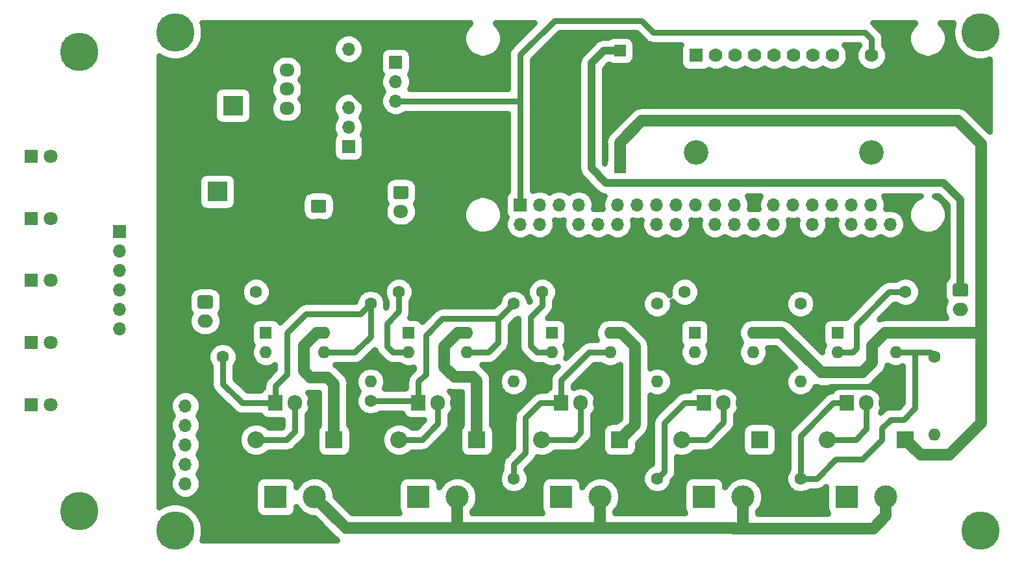
<source format=gtl>
G04 #@! TF.GenerationSoftware,KiCad,Pcbnew,(5.1.10)-1*
G04 #@! TF.CreationDate,2022-01-04T01:34:32+08:00*
G04 #@! TF.ProjectId,Smart Hydroponic - 1,536d6172-7420-4487-9964-726f706f6e69,rev?*
G04 #@! TF.SameCoordinates,Original*
G04 #@! TF.FileFunction,Copper,L1,Top*
G04 #@! TF.FilePolarity,Positive*
%FSLAX46Y46*%
G04 Gerber Fmt 4.6, Leading zero omitted, Abs format (unit mm)*
G04 Created by KiCad (PCBNEW (5.1.10)-1) date 2022-01-04 01:34:32*
%MOMM*%
%LPD*%
G01*
G04 APERTURE LIST*
G04 #@! TA.AperFunction,ComponentPad*
%ADD10C,2.600000*%
G04 #@! TD*
G04 #@! TA.AperFunction,ComponentPad*
%ADD11R,2.600000X2.600000*%
G04 #@! TD*
G04 #@! TA.AperFunction,ComponentPad*
%ADD12R,1.700000X1.700000*%
G04 #@! TD*
G04 #@! TA.AperFunction,ComponentPad*
%ADD13O,1.700000X1.700000*%
G04 #@! TD*
G04 #@! TA.AperFunction,ComponentPad*
%ADD14O,1.905000X2.000000*%
G04 #@! TD*
G04 #@! TA.AperFunction,ComponentPad*
%ADD15R,1.905000X2.000000*%
G04 #@! TD*
G04 #@! TA.AperFunction,ComponentPad*
%ADD16C,3.000000*%
G04 #@! TD*
G04 #@! TA.AperFunction,ComponentPad*
%ADD17R,3.000000X3.000000*%
G04 #@! TD*
G04 #@! TA.AperFunction,SMDPad,CuDef*
%ADD18R,1.524000X1.524000*%
G04 #@! TD*
G04 #@! TA.AperFunction,ComponentPad*
%ADD19C,3.200000*%
G04 #@! TD*
G04 #@! TA.AperFunction,ComponentPad*
%ADD20R,1.778000X1.778000*%
G04 #@! TD*
G04 #@! TA.AperFunction,ComponentPad*
%ADD21C,1.778000*%
G04 #@! TD*
G04 #@! TA.AperFunction,ComponentPad*
%ADD22O,1.600000X1.600000*%
G04 #@! TD*
G04 #@! TA.AperFunction,ComponentPad*
%ADD23R,1.600000X1.600000*%
G04 #@! TD*
G04 #@! TA.AperFunction,ComponentPad*
%ADD24C,1.600000*%
G04 #@! TD*
G04 #@! TA.AperFunction,ComponentPad*
%ADD25O,2.000000X1.700000*%
G04 #@! TD*
G04 #@! TA.AperFunction,ComponentPad*
%ADD26O,1.950000X1.700000*%
G04 #@! TD*
G04 #@! TA.AperFunction,ComponentPad*
%ADD27O,2.200000X2.200000*%
G04 #@! TD*
G04 #@! TA.AperFunction,ComponentPad*
%ADD28R,2.200000X2.200000*%
G04 #@! TD*
G04 #@! TA.AperFunction,ComponentPad*
%ADD29C,1.800000*%
G04 #@! TD*
G04 #@! TA.AperFunction,ComponentPad*
%ADD30R,1.800000X1.800000*%
G04 #@! TD*
G04 #@! TA.AperFunction,ViaPad*
%ADD31C,5.000000*%
G04 #@! TD*
G04 #@! TA.AperFunction,Conductor*
%ADD32C,0.800000*%
G04 #@! TD*
G04 #@! TA.AperFunction,Conductor*
%ADD33C,1.500000*%
G04 #@! TD*
G04 #@! TA.AperFunction,Conductor*
%ADD34C,0.250000*%
G04 #@! TD*
G04 #@! TA.AperFunction,Conductor*
%ADD35C,1.000000*%
G04 #@! TD*
G04 #@! TA.AperFunction,Conductor*
%ADD36C,0.100000*%
G04 #@! TD*
G04 APERTURE END LIST*
D10*
X67040000Y-96730000D03*
X64040000Y-92030000D03*
D11*
X70040000Y-92030000D03*
D12*
X63850000Y-128680000D03*
D13*
X63850000Y-131220000D03*
X63850000Y-133760000D03*
X63850000Y-136300000D03*
X63850000Y-138840000D03*
X63850000Y-141380000D03*
X55270000Y-121220000D03*
X55270000Y-118680000D03*
X55270000Y-116140000D03*
X55270000Y-113600000D03*
X55270000Y-111060000D03*
D12*
X55270000Y-108520000D03*
D13*
X91270000Y-94000000D03*
X91270000Y-91460000D03*
X91270000Y-88920000D03*
D12*
X91270000Y-86380000D03*
D13*
X85110000Y-84660000D03*
X85110000Y-87200000D03*
X85110000Y-89740000D03*
X85110000Y-92280000D03*
X85110000Y-94820000D03*
D12*
X85110000Y-97360000D03*
D14*
X155204000Y-130870000D03*
X152664000Y-130870000D03*
D15*
X150124000Y-130870000D03*
D14*
X136575500Y-130870000D03*
X134035500Y-130870000D03*
D15*
X131495500Y-130870000D03*
D14*
X117947000Y-130870000D03*
X115407000Y-130870000D03*
D15*
X112867000Y-130870000D03*
D14*
X99318500Y-130870000D03*
X96778500Y-130870000D03*
D15*
X94238500Y-130870000D03*
D14*
X80690000Y-130870000D03*
X78150000Y-130870000D03*
D15*
X75610000Y-130870000D03*
D16*
X155204000Y-143110000D03*
D17*
X150124000Y-143110000D03*
D16*
X136575500Y-143110000D03*
D17*
X131495500Y-143110000D03*
D16*
X117947000Y-143110000D03*
D17*
X112867000Y-143110000D03*
D16*
X99318500Y-143110000D03*
D17*
X94238500Y-143110000D03*
D16*
X80690000Y-143110000D03*
D17*
X75610000Y-143110000D03*
D18*
X120504000Y-100120000D03*
X111360000Y-100120000D03*
X120504000Y-84880000D03*
X111360000Y-84880000D03*
D19*
X130440000Y-98182500D03*
X153300000Y-98182500D03*
D20*
X130440000Y-85482500D03*
D21*
X132980000Y-85482500D03*
X135520000Y-85482500D03*
X138060000Y-85482500D03*
X140600000Y-85482500D03*
X153300000Y-85482500D03*
X150760000Y-85482500D03*
X148220000Y-85482500D03*
X145680000Y-85482500D03*
X143140000Y-85482500D03*
D13*
X155760000Y-107540000D03*
X155760000Y-105000000D03*
X137980000Y-107540000D03*
X137980000Y-105000000D03*
X132900000Y-107540000D03*
X132900000Y-105000000D03*
X143060000Y-107540000D03*
X143060000Y-105000000D03*
X115120000Y-107540000D03*
X115120000Y-105000000D03*
X145600000Y-107540000D03*
X145600000Y-105000000D03*
X127820000Y-107540000D03*
X127820000Y-105000000D03*
X150680000Y-107540000D03*
X150680000Y-105000000D03*
X148140000Y-107540000D03*
X148140000Y-105000000D03*
X153220000Y-107540000D03*
X153220000Y-105000000D03*
X130360000Y-107540000D03*
X130360000Y-105000000D03*
X117660000Y-107540000D03*
X117660000Y-105000000D03*
X122740000Y-107540000D03*
X122740000Y-105000000D03*
X140520000Y-107540000D03*
X140520000Y-105000000D03*
X120200000Y-107540000D03*
X120200000Y-105000000D03*
X135440000Y-107540000D03*
X135440000Y-105000000D03*
D12*
X107500000Y-105000000D03*
D13*
X107500000Y-107540000D03*
X112580000Y-105000000D03*
X110040000Y-107540000D03*
X125280000Y-107540000D03*
X125280000Y-105000000D03*
X110040000Y-105000000D03*
X112580000Y-107540000D03*
D22*
X156484000Y-121720000D03*
X148864000Y-124260000D03*
X156484000Y-124260000D03*
D23*
X148864000Y-121720000D03*
D22*
X137855500Y-121720000D03*
X130235500Y-124260000D03*
X137855500Y-124260000D03*
D23*
X130235500Y-121720000D03*
D22*
X119227000Y-121720000D03*
X111607000Y-124260000D03*
X119227000Y-124260000D03*
D23*
X111607000Y-121720000D03*
D22*
X100598500Y-121720000D03*
X92978500Y-124260000D03*
X100598500Y-124260000D03*
D23*
X92978500Y-121720000D03*
D22*
X81970000Y-121720000D03*
X74350000Y-124260000D03*
X81970000Y-124260000D03*
D23*
X74350000Y-121720000D03*
D22*
X161554000Y-135005000D03*
D24*
X161554000Y-124845000D03*
D22*
X144040000Y-130560000D03*
D24*
X144040000Y-140720000D03*
D22*
X147584000Y-116370000D03*
D24*
X157744000Y-116370000D03*
D22*
X144040000Y-128075000D03*
D24*
X144040000Y-117915000D03*
D22*
X125356666Y-130560000D03*
D24*
X125356666Y-140720000D03*
D22*
X139115500Y-116370000D03*
D24*
X128955500Y-116370000D03*
D22*
X125356666Y-128075000D03*
D24*
X125356666Y-117915000D03*
D22*
X106673333Y-130560000D03*
D24*
X106673333Y-140720000D03*
D22*
X120530000Y-116370000D03*
D24*
X110370000Y-116370000D03*
D22*
X106673333Y-128075000D03*
D24*
X106673333Y-117915000D03*
D22*
X87990000Y-140720000D03*
D24*
X87990000Y-130560000D03*
D22*
X101858500Y-116370000D03*
D24*
X91698500Y-116370000D03*
D22*
X87990000Y-128075000D03*
D24*
X87990000Y-117915000D03*
D22*
X68730000Y-135005000D03*
D24*
X68730000Y-124845000D03*
D22*
X83230000Y-116370000D03*
D24*
X73070000Y-116370000D03*
D25*
X164910000Y-118620000D03*
G04 #@! TA.AperFunction,ComponentPad*
G36*
G01*
X164160000Y-115270000D02*
X165660000Y-115270000D01*
G75*
G02*
X165910000Y-115520000I0J-250000D01*
G01*
X165910000Y-116720000D01*
G75*
G02*
X165660000Y-116970000I-250000J0D01*
G01*
X164160000Y-116970000D01*
G75*
G02*
X163910000Y-116720000I0J250000D01*
G01*
X163910000Y-115520000D01*
G75*
G02*
X164160000Y-115270000I250000J0D01*
G01*
G37*
G04 #@! TD.AperFunction*
D26*
X77070000Y-87400000D03*
X77070000Y-89900000D03*
X77070000Y-92400000D03*
G04 #@! TA.AperFunction,ComponentPad*
G36*
G01*
X77795000Y-95750000D02*
X76345000Y-95750000D01*
G75*
G02*
X76095000Y-95500000I0J250000D01*
G01*
X76095000Y-94300000D01*
G75*
G02*
X76345000Y-94050000I250000J0D01*
G01*
X77795000Y-94050000D01*
G75*
G02*
X78045000Y-94300000I0J-250000D01*
G01*
X78045000Y-95500000D01*
G75*
G02*
X77795000Y-95750000I-250000J0D01*
G01*
G37*
G04 #@! TD.AperFunction*
X91950000Y-108380000D03*
X91950000Y-105880000D03*
G04 #@! TA.AperFunction,ComponentPad*
G36*
G01*
X91225000Y-102530000D02*
X92675000Y-102530000D01*
G75*
G02*
X92925000Y-102780000I0J-250000D01*
G01*
X92925000Y-103980000D01*
G75*
G02*
X92675000Y-104230000I-250000J0D01*
G01*
X91225000Y-104230000D01*
G75*
G02*
X90975000Y-103980000I0J250000D01*
G01*
X90975000Y-102780000D01*
G75*
G02*
X91225000Y-102530000I250000J0D01*
G01*
G37*
G04 #@! TD.AperFunction*
D25*
X81210000Y-107650000D03*
G04 #@! TA.AperFunction,ComponentPad*
G36*
G01*
X80460000Y-104300000D02*
X81960000Y-104300000D01*
G75*
G02*
X82210000Y-104550000I0J-250000D01*
G01*
X82210000Y-105750000D01*
G75*
G02*
X81960000Y-106000000I-250000J0D01*
G01*
X80460000Y-106000000D01*
G75*
G02*
X80210000Y-105750000I0J250000D01*
G01*
X80210000Y-104550000D01*
G75*
G02*
X80460000Y-104300000I250000J0D01*
G01*
G37*
G04 #@! TD.AperFunction*
D10*
X68010000Y-108330000D03*
D11*
X68010000Y-103250000D03*
D25*
X66440000Y-120170000D03*
G04 #@! TA.AperFunction,ComponentPad*
G36*
G01*
X65690000Y-116820000D02*
X67190000Y-116820000D01*
G75*
G02*
X67440000Y-117070000I0J-250000D01*
G01*
X67440000Y-118270000D01*
G75*
G02*
X67190000Y-118520000I-250000J0D01*
G01*
X65690000Y-118520000D01*
G75*
G02*
X65440000Y-118270000I0J250000D01*
G01*
X65440000Y-117070000D01*
G75*
G02*
X65690000Y-116820000I250000J0D01*
G01*
G37*
G04 #@! TD.AperFunction*
D27*
X147584000Y-135640000D03*
D28*
X157744000Y-135640000D03*
D29*
X46300000Y-131070000D03*
D30*
X43760000Y-131070000D03*
D27*
X128550000Y-135640000D03*
D28*
X138710000Y-135640000D03*
D29*
X46300000Y-122970000D03*
D30*
X43760000Y-122970000D03*
D27*
X110327000Y-135640000D03*
D28*
X120487000Y-135640000D03*
D29*
X46300000Y-114870000D03*
D30*
X43760000Y-114870000D03*
D27*
X91698500Y-135640000D03*
D28*
X101858500Y-135640000D03*
D29*
X46300000Y-106770000D03*
D30*
X43760000Y-106770000D03*
D29*
X46300000Y-98670000D03*
D30*
X43760000Y-98670000D03*
D27*
X73070000Y-135640000D03*
D28*
X83230000Y-135640000D03*
D31*
X62500000Y-82500000D03*
X167500000Y-82500000D03*
X62500000Y-147500000D03*
X167500000Y-147500000D03*
X50000000Y-85000000D03*
X50000000Y-145000000D03*
D32*
X73070000Y-135640000D02*
X77050000Y-135640000D01*
X78150000Y-134540000D02*
X78150000Y-130870000D01*
X77050000Y-135640000D02*
X78150000Y-134540000D01*
D33*
X80690000Y-143110000D02*
X84770000Y-147190000D01*
X99318500Y-147141500D02*
X99270000Y-147190000D01*
X99318500Y-143110000D02*
X99318500Y-147141500D01*
X84770000Y-147190000D02*
X99270000Y-147190000D01*
X99270000Y-147190000D02*
X122027000Y-147190000D01*
X117920000Y-147190000D02*
X122027000Y-147190000D01*
X117920000Y-143137000D02*
X117920000Y-147190000D01*
X117947000Y-143110000D02*
X117920000Y-143137000D01*
X136575500Y-145425500D02*
X136575500Y-143110000D01*
X136575500Y-146985500D02*
X136575500Y-145425500D01*
X136830000Y-147240000D02*
X136575500Y-146985500D01*
X135390000Y-147240000D02*
X153570000Y-147240000D01*
X135370000Y-147220000D02*
X135390000Y-147240000D01*
X155204000Y-145606000D02*
X155204000Y-143110000D01*
X122057000Y-147220000D02*
X135370000Y-147220000D01*
X153570000Y-147240000D02*
X155204000Y-145606000D01*
X122027000Y-147190000D02*
X122057000Y-147220000D01*
X155090000Y-121720000D02*
X156484000Y-121720000D01*
X153420000Y-123390000D02*
X155090000Y-121720000D01*
X153420000Y-125620000D02*
X153420000Y-123390000D01*
X152140000Y-126900000D02*
X153420000Y-125620000D01*
X146750000Y-126900000D02*
X152140000Y-126900000D01*
X141570000Y-121720000D02*
X146750000Y-126900000D01*
X137855500Y-121720000D02*
X141570000Y-121720000D01*
X122450000Y-133677000D02*
X120487000Y-135640000D01*
X122450000Y-123490000D02*
X122450000Y-133677000D01*
X120680000Y-121720000D02*
X122450000Y-123490000D01*
X119227000Y-121720000D02*
X120680000Y-121720000D01*
X167130000Y-121720000D02*
X156484000Y-121720000D01*
X167600000Y-121250000D02*
X167130000Y-121720000D01*
X120504000Y-96886000D02*
X120504000Y-100120000D01*
X123340000Y-94050000D02*
X120504000Y-96886000D01*
X164570000Y-94050000D02*
X123340000Y-94050000D01*
X167600000Y-97080000D02*
X164570000Y-94050000D01*
X167600000Y-133480000D02*
X167600000Y-97080000D01*
X163430000Y-137650000D02*
X167600000Y-133480000D01*
X159730000Y-137650000D02*
X163430000Y-137650000D01*
X157744000Y-135664000D02*
X159730000Y-137650000D01*
X157744000Y-135640000D02*
X157744000Y-135664000D01*
X80990000Y-121720000D02*
X81970000Y-121720000D01*
X79340000Y-123370000D02*
X80990000Y-121720000D01*
X79340000Y-126720000D02*
X79340000Y-123370000D01*
X80150000Y-127530000D02*
X79340000Y-126720000D01*
X82380000Y-127530000D02*
X80150000Y-127530000D01*
X83230000Y-128380000D02*
X82380000Y-127530000D01*
X83230000Y-135640000D02*
X83230000Y-128380000D01*
X99410000Y-121720000D02*
X100598500Y-121720000D01*
X97630000Y-123500000D02*
X99410000Y-121720000D01*
X97630000Y-126140000D02*
X97630000Y-123500000D01*
X98930000Y-127440000D02*
X97630000Y-126140000D01*
X101347000Y-127440000D02*
X98930000Y-127440000D01*
X101858500Y-127951500D02*
X101347000Y-127440000D01*
X101858500Y-135640000D02*
X101858500Y-127951500D01*
D32*
X91698500Y-135640000D02*
X94680000Y-135640000D01*
X96778500Y-133541500D02*
X96778500Y-130870000D01*
X94680000Y-135640000D02*
X96778500Y-133541500D01*
X110327000Y-135640000D02*
X114520000Y-135640000D01*
X115407000Y-134753000D02*
X115407000Y-130870000D01*
X114520000Y-135640000D02*
X115407000Y-134753000D01*
X128550000Y-135640000D02*
X131760000Y-135640000D01*
X134035500Y-133364500D02*
X134035500Y-130870000D01*
X131760000Y-135640000D02*
X134035500Y-133364500D01*
X147584000Y-135640000D02*
X151290000Y-135640000D01*
X152664000Y-134266000D02*
X152664000Y-130870000D01*
X151290000Y-135640000D02*
X152664000Y-134266000D01*
X107480000Y-91460000D02*
X107500000Y-91440000D01*
X91270000Y-91460000D02*
X107480000Y-91460000D01*
X107500000Y-105000000D02*
X107500000Y-91440000D01*
X153300000Y-83300000D02*
X153300000Y-85482500D01*
X152470000Y-82470000D02*
X153300000Y-83300000D01*
X124850000Y-82470000D02*
X152470000Y-82470000D01*
X123310000Y-80930000D02*
X124850000Y-82470000D01*
X111960000Y-80930000D02*
X123310000Y-80930000D01*
X107500000Y-85390000D02*
X111960000Y-80930000D01*
X107500000Y-91440000D02*
X107500000Y-85390000D01*
D34*
X43970000Y-98670000D02*
X43760000Y-98670000D01*
D32*
X83230000Y-116370000D02*
X85880000Y-116370000D01*
X85880000Y-116370000D02*
X88890000Y-113360000D01*
X148140000Y-111620000D02*
X148140000Y-107540000D01*
X147584000Y-116370000D02*
X147584000Y-114394000D01*
X147584000Y-114394000D02*
X146475000Y-113285000D01*
X146475000Y-113285000D02*
X148140000Y-111620000D01*
X146400000Y-113360000D02*
X146475000Y-113285000D01*
X139115500Y-113375500D02*
X139100000Y-113360000D01*
X139100000Y-113360000D02*
X146400000Y-113360000D01*
X139115500Y-116370000D02*
X139115500Y-113375500D01*
X120530000Y-113400000D02*
X120570000Y-113360000D01*
X120530000Y-116370000D02*
X120530000Y-113400000D01*
X120570000Y-113360000D02*
X139100000Y-113360000D01*
X101858500Y-113391500D02*
X101890000Y-113360000D01*
X101858500Y-116370000D02*
X101858500Y-113391500D01*
X88890000Y-113360000D02*
X101890000Y-113360000D01*
X94710000Y-138860000D02*
X103690000Y-138860000D01*
X144040000Y-130560000D02*
X146120000Y-130560000D01*
X146120000Y-130560000D02*
X147930000Y-128750000D01*
X147930000Y-128750000D02*
X154690000Y-128750000D01*
X155204000Y-129264000D02*
X155204000Y-130870000D01*
X154690000Y-128750000D02*
X155204000Y-129264000D01*
X128950000Y-128440000D02*
X136475000Y-128440000D01*
X126830000Y-130560000D02*
X128950000Y-128440000D01*
X125356666Y-130560000D02*
X126830000Y-130560000D01*
X137630000Y-128440000D02*
X136475000Y-128440000D01*
X139750000Y-130560000D02*
X137630000Y-128440000D01*
X144040000Y-130560000D02*
X139750000Y-130560000D01*
X136575500Y-129435500D02*
X136575500Y-130870000D01*
X136575500Y-128540500D02*
X136575500Y-129435500D01*
X136475000Y-128440000D02*
X136575500Y-128540500D01*
X68730000Y-135005000D02*
X68730000Y-131920000D01*
X65490000Y-128680000D02*
X63850000Y-128680000D01*
X68730000Y-131920000D02*
X65490000Y-128680000D01*
X120570000Y-113360000D02*
X120570000Y-111670000D01*
X122740000Y-109500000D02*
X122740000Y-107540000D01*
X120570000Y-111670000D02*
X122740000Y-109500000D01*
X111360000Y-100120000D02*
X111360000Y-84880000D01*
X89370000Y-94000000D02*
X85110000Y-89740000D01*
X91270000Y-94000000D02*
X89370000Y-94000000D01*
X85110000Y-89740000D02*
X85110000Y-87200000D01*
X77070000Y-94900000D02*
X79460000Y-94900000D01*
X79460000Y-94900000D02*
X80810000Y-93550000D01*
X80810000Y-93550000D02*
X80810000Y-91060000D01*
X82130000Y-89740000D02*
X85110000Y-89740000D01*
X80810000Y-91060000D02*
X82130000Y-89740000D01*
X117947000Y-138920000D02*
X119320000Y-138920000D01*
X117947000Y-130870000D02*
X117947000Y-138920000D01*
X99318500Y-138851500D02*
X99318500Y-130870000D01*
X99310000Y-138860000D02*
X99318500Y-138851500D01*
X94710000Y-138860000D02*
X99310000Y-138860000D01*
X80690000Y-138880000D02*
X80690000Y-130870000D01*
X80760000Y-138950000D02*
X80690000Y-138880000D01*
X106673333Y-133026667D02*
X106673333Y-130560000D01*
X104550000Y-135150000D02*
X106673333Y-133026667D01*
X104550000Y-138860000D02*
X104550000Y-135150000D01*
X103690000Y-138860000D02*
X104550000Y-138860000D01*
X111230000Y-138920000D02*
X119320000Y-138920000D01*
X109640000Y-140510000D02*
X111230000Y-138920000D01*
X109640000Y-141960000D02*
X109640000Y-140510000D01*
X107720000Y-143880000D02*
X109640000Y-141960000D01*
X105760000Y-143880000D02*
X107720000Y-143880000D01*
X104450000Y-142570000D02*
X105760000Y-143880000D01*
X104450000Y-138960000D02*
X104450000Y-142570000D01*
X104550000Y-138860000D02*
X104450000Y-138960000D01*
X87990000Y-138860000D02*
X94710000Y-138860000D01*
X87990000Y-140720000D02*
X87990000Y-138860000D01*
X68730000Y-137000000D02*
X68730000Y-135005000D01*
X70590000Y-138860000D02*
X68730000Y-137000000D01*
X87990000Y-138860000D02*
X70590000Y-138860000D01*
X124510000Y-131406666D02*
X125356666Y-130560000D01*
X124510000Y-137370000D02*
X124510000Y-131406666D01*
X122960000Y-138920000D02*
X124510000Y-137370000D01*
X119320000Y-138920000D02*
X122960000Y-138920000D01*
X112580000Y-113160000D02*
X112780000Y-113360000D01*
X112580000Y-107540000D02*
X112580000Y-113160000D01*
X112780000Y-113360000D02*
X120570000Y-113360000D01*
X101890000Y-113360000D02*
X112780000Y-113360000D01*
X150760000Y-87740000D02*
X150760000Y-85482500D01*
X149600000Y-88900000D02*
X150760000Y-87740000D01*
X128420000Y-88900000D02*
X149600000Y-88900000D01*
X122300000Y-82780000D02*
X128420000Y-88900000D01*
X113460000Y-82780000D02*
X122300000Y-82780000D01*
X111360000Y-84880000D02*
X113460000Y-82780000D01*
D35*
X118400000Y-84880000D02*
X120504000Y-84880000D01*
X116770000Y-100220000D02*
X116770000Y-86510000D01*
X118700000Y-102150000D02*
X116770000Y-100220000D01*
X116770000Y-86510000D02*
X118400000Y-84880000D01*
X162720000Y-102150000D02*
X118700000Y-102150000D01*
X164910000Y-104340000D02*
X162720000Y-102150000D01*
X164910000Y-116120000D02*
X164910000Y-104340000D01*
D32*
X91698500Y-116370000D02*
X91698500Y-118901500D01*
X91698500Y-118901500D02*
X90100000Y-120500000D01*
X90100000Y-120500000D02*
X90100000Y-123430000D01*
X90930000Y-124260000D02*
X92978500Y-124260000D01*
X90100000Y-123430000D02*
X90930000Y-124260000D01*
X110370000Y-116370000D02*
X110370000Y-118130000D01*
X110370000Y-118130000D02*
X108840000Y-119660000D01*
X108840000Y-119660000D02*
X108840000Y-123380000D01*
X109720000Y-124260000D02*
X111607000Y-124260000D01*
X108840000Y-123380000D02*
X109720000Y-124260000D01*
X151340000Y-120660000D02*
X155630000Y-116370000D01*
X155630000Y-116370000D02*
X157744000Y-116370000D01*
X151340000Y-123760000D02*
X151340000Y-120660000D01*
X150840000Y-124260000D02*
X151340000Y-123760000D01*
X148864000Y-124260000D02*
X150840000Y-124260000D01*
X81970000Y-124260000D02*
X85910000Y-124260000D01*
X87990000Y-122180000D02*
X87990000Y-117915000D01*
X85910000Y-124260000D02*
X87990000Y-122180000D01*
X75610000Y-130870000D02*
X75610000Y-128600000D01*
X75610000Y-128600000D02*
X77120000Y-127090000D01*
X77120000Y-127090000D02*
X77120000Y-121710000D01*
X77120000Y-121710000D02*
X79560000Y-119270000D01*
X86635000Y-119270000D02*
X87990000Y-117915000D01*
X79560000Y-119270000D02*
X86635000Y-119270000D01*
X68730000Y-128350000D02*
X68730000Y-124845000D01*
X71250000Y-130870000D02*
X68730000Y-128350000D01*
X75610000Y-130870000D02*
X71250000Y-130870000D01*
X93928500Y-130560000D02*
X94238500Y-130870000D01*
X87990000Y-130560000D02*
X93928500Y-130560000D01*
X94238500Y-130870000D02*
X94238500Y-128071500D01*
X94238500Y-128071500D02*
X95200000Y-127110000D01*
X95200000Y-127110000D02*
X95200000Y-122030000D01*
X95200000Y-122030000D02*
X97370000Y-119860000D01*
X104728333Y-119860000D02*
X106673333Y-117915000D01*
X100598500Y-124260000D02*
X103330000Y-124260000D01*
X104590000Y-123000000D02*
X104590000Y-119860000D01*
X103330000Y-124260000D02*
X104590000Y-123000000D01*
X104590000Y-119860000D02*
X104728333Y-119860000D01*
X97370000Y-119860000D02*
X104590000Y-119860000D01*
X119227000Y-124260000D02*
X116480000Y-124260000D01*
X112867000Y-127873000D02*
X112867000Y-130870000D01*
X116480000Y-124260000D02*
X112867000Y-127873000D01*
X110150000Y-130870000D02*
X112867000Y-130870000D01*
X108200000Y-132820000D02*
X110150000Y-130870000D01*
X108200000Y-137350000D02*
X108200000Y-132820000D01*
X106673333Y-138876667D02*
X108200000Y-137350000D01*
X106673333Y-140720000D02*
X106673333Y-138876667D01*
X125356666Y-140720000D02*
X126300000Y-139776666D01*
X126300000Y-139776666D02*
X126300000Y-133490000D01*
X128920000Y-130870000D02*
X131495500Y-130870000D01*
X126300000Y-133490000D02*
X128920000Y-130870000D01*
X144040000Y-140720000D02*
X144040000Y-135130000D01*
X148300000Y-130870000D02*
X150124000Y-130870000D01*
X144040000Y-135130000D02*
X148300000Y-130870000D01*
X160969000Y-124260000D02*
X161554000Y-124845000D01*
X144040000Y-140720000D02*
X146180000Y-140720000D01*
X146180000Y-140720000D02*
X148660000Y-138240000D01*
X148660000Y-138240000D02*
X152160000Y-138240000D01*
X152160000Y-138240000D02*
X154700000Y-135700000D01*
X154700000Y-135700000D02*
X154700000Y-134130000D01*
X154700000Y-134130000D02*
X155820000Y-133010000D01*
X155820000Y-133010000D02*
X157500000Y-133010000D01*
X158980000Y-131530000D02*
X158980000Y-124260000D01*
X157500000Y-133010000D02*
X158980000Y-131530000D01*
X158980000Y-124260000D02*
X160969000Y-124260000D01*
X156484000Y-124260000D02*
X158980000Y-124260000D01*
X100988533Y-81269867D02*
X100629867Y-81628533D01*
X100348065Y-82050280D01*
X100153956Y-82518900D01*
X100055000Y-83016385D01*
X100055000Y-83523615D01*
X100153956Y-84021100D01*
X100348065Y-84489720D01*
X100629867Y-84911467D01*
X100988533Y-85270133D01*
X101410280Y-85551935D01*
X101878900Y-85746044D01*
X102376385Y-85845000D01*
X102883615Y-85845000D01*
X103381100Y-85746044D01*
X103849720Y-85551935D01*
X104271467Y-85270133D01*
X104630133Y-84911467D01*
X104911935Y-84489720D01*
X105106044Y-84021100D01*
X105205000Y-83523615D01*
X105205000Y-83016385D01*
X105106044Y-82518900D01*
X104911935Y-82050280D01*
X104630133Y-81628533D01*
X104271467Y-81269867D01*
X104241734Y-81250000D01*
X109377259Y-81250000D01*
X106424208Y-84203051D01*
X106363156Y-84253155D01*
X106313053Y-84314206D01*
X106163212Y-84496787D01*
X106014641Y-84774745D01*
X105923152Y-85076346D01*
X105892259Y-85390000D01*
X105900001Y-85468604D01*
X105900000Y-89860000D01*
X93099543Y-89860000D01*
X93241220Y-89517963D01*
X93320000Y-89121907D01*
X93320000Y-88718093D01*
X93241220Y-88322037D01*
X93086686Y-87948961D01*
X93084734Y-87946039D01*
X93122591Y-87899910D01*
X93234019Y-87691442D01*
X93302637Y-87465241D01*
X93325806Y-87230000D01*
X93325806Y-85530000D01*
X93302637Y-85294759D01*
X93234019Y-85068558D01*
X93122591Y-84860090D01*
X92972634Y-84677366D01*
X92789910Y-84527409D01*
X92581442Y-84415981D01*
X92355241Y-84347363D01*
X92120000Y-84324194D01*
X90420000Y-84324194D01*
X90184759Y-84347363D01*
X89958558Y-84415981D01*
X89750090Y-84527409D01*
X89567366Y-84677366D01*
X89417409Y-84860090D01*
X89305981Y-85068558D01*
X89237363Y-85294759D01*
X89214194Y-85530000D01*
X89214194Y-87230000D01*
X89237363Y-87465241D01*
X89305981Y-87691442D01*
X89417409Y-87899910D01*
X89455266Y-87946039D01*
X89453314Y-87948961D01*
X89298780Y-88322037D01*
X89220000Y-88718093D01*
X89220000Y-89121907D01*
X89298780Y-89517963D01*
X89453314Y-89891039D01*
X89653073Y-90190000D01*
X89453314Y-90488961D01*
X89298780Y-90862037D01*
X89220000Y-91258093D01*
X89220000Y-91661907D01*
X89298780Y-92057963D01*
X89453314Y-92431039D01*
X89677661Y-92766799D01*
X89963201Y-93052339D01*
X90298961Y-93276686D01*
X90672037Y-93431220D01*
X91068093Y-93510000D01*
X91471907Y-93510000D01*
X91867963Y-93431220D01*
X92241039Y-93276686D01*
X92565333Y-93060000D01*
X105900001Y-93060000D01*
X105900000Y-103213137D01*
X105797366Y-103297366D01*
X105647409Y-103480090D01*
X105535981Y-103688558D01*
X105467363Y-103914759D01*
X105444194Y-104150000D01*
X105444194Y-105850000D01*
X105467363Y-106085241D01*
X105535981Y-106311442D01*
X105647409Y-106519910D01*
X105685266Y-106566039D01*
X105683314Y-106568961D01*
X105528780Y-106942037D01*
X105450000Y-107338093D01*
X105450000Y-107741907D01*
X105528780Y-108137963D01*
X105683314Y-108511039D01*
X105907661Y-108846799D01*
X106193201Y-109132339D01*
X106528961Y-109356686D01*
X106902037Y-109511220D01*
X107298093Y-109590000D01*
X107701907Y-109590000D01*
X108097963Y-109511220D01*
X108471039Y-109356686D01*
X108770000Y-109156927D01*
X109068961Y-109356686D01*
X109442037Y-109511220D01*
X109838093Y-109590000D01*
X110241907Y-109590000D01*
X110637963Y-109511220D01*
X111011039Y-109356686D01*
X111346799Y-109132339D01*
X111632339Y-108846799D01*
X111856686Y-108511039D01*
X112011220Y-108137963D01*
X112090000Y-107741907D01*
X112090000Y-107338093D01*
X112018466Y-106978466D01*
X112378093Y-107050000D01*
X112781907Y-107050000D01*
X113141534Y-106978466D01*
X113070000Y-107338093D01*
X113070000Y-107741907D01*
X113148780Y-108137963D01*
X113303314Y-108511039D01*
X113527661Y-108846799D01*
X113813201Y-109132339D01*
X114148961Y-109356686D01*
X114522037Y-109511220D01*
X114918093Y-109590000D01*
X115321907Y-109590000D01*
X115717963Y-109511220D01*
X116091039Y-109356686D01*
X116390000Y-109156927D01*
X116688961Y-109356686D01*
X117062037Y-109511220D01*
X117458093Y-109590000D01*
X117861907Y-109590000D01*
X118257963Y-109511220D01*
X118631039Y-109356686D01*
X118930000Y-109156927D01*
X119228961Y-109356686D01*
X119602037Y-109511220D01*
X119998093Y-109590000D01*
X120401907Y-109590000D01*
X120797963Y-109511220D01*
X121171039Y-109356686D01*
X121506799Y-109132339D01*
X121792339Y-108846799D01*
X122016686Y-108511039D01*
X122171220Y-108137963D01*
X122250000Y-107741907D01*
X122250000Y-107338093D01*
X122178466Y-106978466D01*
X122538093Y-107050000D01*
X122941907Y-107050000D01*
X123301534Y-106978466D01*
X123230000Y-107338093D01*
X123230000Y-107741907D01*
X123308780Y-108137963D01*
X123463314Y-108511039D01*
X123687661Y-108846799D01*
X123973201Y-109132339D01*
X124308961Y-109356686D01*
X124682037Y-109511220D01*
X125078093Y-109590000D01*
X125481907Y-109590000D01*
X125877963Y-109511220D01*
X126251039Y-109356686D01*
X126550000Y-109156927D01*
X126848961Y-109356686D01*
X127222037Y-109511220D01*
X127618093Y-109590000D01*
X128021907Y-109590000D01*
X128417963Y-109511220D01*
X128791039Y-109356686D01*
X129126799Y-109132339D01*
X129412339Y-108846799D01*
X129636686Y-108511039D01*
X129791220Y-108137963D01*
X129870000Y-107741907D01*
X129870000Y-107338093D01*
X129798466Y-106978466D01*
X130158093Y-107050000D01*
X130561907Y-107050000D01*
X130921534Y-106978466D01*
X130850000Y-107338093D01*
X130850000Y-107741907D01*
X130928780Y-108137963D01*
X131083314Y-108511039D01*
X131307661Y-108846799D01*
X131593201Y-109132339D01*
X131928961Y-109356686D01*
X132302037Y-109511220D01*
X132698093Y-109590000D01*
X133101907Y-109590000D01*
X133497963Y-109511220D01*
X133871039Y-109356686D01*
X134170000Y-109156927D01*
X134468961Y-109356686D01*
X134842037Y-109511220D01*
X135238093Y-109590000D01*
X135641907Y-109590000D01*
X136037963Y-109511220D01*
X136411039Y-109356686D01*
X136710000Y-109156927D01*
X137008961Y-109356686D01*
X137382037Y-109511220D01*
X137778093Y-109590000D01*
X138181907Y-109590000D01*
X138577963Y-109511220D01*
X138951039Y-109356686D01*
X139250000Y-109156927D01*
X139548961Y-109356686D01*
X139922037Y-109511220D01*
X140318093Y-109590000D01*
X140721907Y-109590000D01*
X141117963Y-109511220D01*
X141491039Y-109356686D01*
X141826799Y-109132339D01*
X142112339Y-108846799D01*
X142336686Y-108511039D01*
X142491220Y-108137963D01*
X142570000Y-107741907D01*
X142570000Y-107338093D01*
X142498466Y-106978466D01*
X142858093Y-107050000D01*
X143261907Y-107050000D01*
X143621534Y-106978466D01*
X143550000Y-107338093D01*
X143550000Y-107741907D01*
X143628780Y-108137963D01*
X143783314Y-108511039D01*
X144007661Y-108846799D01*
X144293201Y-109132339D01*
X144628961Y-109356686D01*
X145002037Y-109511220D01*
X145398093Y-109590000D01*
X145801907Y-109590000D01*
X146197963Y-109511220D01*
X146571039Y-109356686D01*
X146906799Y-109132339D01*
X147192339Y-108846799D01*
X147416686Y-108511039D01*
X147571220Y-108137963D01*
X147650000Y-107741907D01*
X147650000Y-107338093D01*
X147578466Y-106978466D01*
X147938093Y-107050000D01*
X148341907Y-107050000D01*
X148701534Y-106978466D01*
X148630000Y-107338093D01*
X148630000Y-107741907D01*
X148708780Y-108137963D01*
X148863314Y-108511039D01*
X149087661Y-108846799D01*
X149373201Y-109132339D01*
X149708961Y-109356686D01*
X150082037Y-109511220D01*
X150478093Y-109590000D01*
X150881907Y-109590000D01*
X151277963Y-109511220D01*
X151651039Y-109356686D01*
X151950000Y-109156927D01*
X152248961Y-109356686D01*
X152622037Y-109511220D01*
X153018093Y-109590000D01*
X153421907Y-109590000D01*
X153817963Y-109511220D01*
X154191039Y-109356686D01*
X154490000Y-109156927D01*
X154788961Y-109356686D01*
X155162037Y-109511220D01*
X155558093Y-109590000D01*
X155961907Y-109590000D01*
X156357963Y-109511220D01*
X156731039Y-109356686D01*
X157066799Y-109132339D01*
X157352339Y-108846799D01*
X157576686Y-108511039D01*
X157731220Y-108137963D01*
X157810000Y-107741907D01*
X157810000Y-107338093D01*
X157731220Y-106942037D01*
X157576686Y-106568961D01*
X157352339Y-106233201D01*
X157066799Y-105947661D01*
X156731039Y-105723314D01*
X156357963Y-105568780D01*
X155961907Y-105490000D01*
X155558093Y-105490000D01*
X155198466Y-105561534D01*
X155270000Y-105201907D01*
X155270000Y-104798093D01*
X155191220Y-104402037D01*
X155036686Y-104028961D01*
X154917108Y-103850000D01*
X159743598Y-103850000D01*
X159410280Y-103988065D01*
X158988533Y-104269867D01*
X158629867Y-104628533D01*
X158348065Y-105050280D01*
X158153956Y-105518900D01*
X158055000Y-106016385D01*
X158055000Y-106523615D01*
X158153956Y-107021100D01*
X158348065Y-107489720D01*
X158629867Y-107911467D01*
X158988533Y-108270133D01*
X159410280Y-108551935D01*
X159878900Y-108746044D01*
X160376385Y-108845000D01*
X160883615Y-108845000D01*
X161381100Y-108746044D01*
X161849720Y-108551935D01*
X162271467Y-108270133D01*
X162630133Y-107911467D01*
X162911935Y-107489720D01*
X163106044Y-107021100D01*
X163205000Y-106523615D01*
X163205000Y-106016385D01*
X163106044Y-105518900D01*
X162911935Y-105050280D01*
X162630133Y-104628533D01*
X162271467Y-104269867D01*
X161849720Y-103988065D01*
X161516402Y-103850000D01*
X162015837Y-103850000D01*
X163210001Y-105044164D01*
X163210000Y-114425420D01*
X163130590Y-114490590D01*
X162949542Y-114711198D01*
X162815011Y-114962887D01*
X162732167Y-115235986D01*
X162704194Y-115520000D01*
X162704194Y-116720000D01*
X162732167Y-117004014D01*
X162815011Y-117277113D01*
X162949542Y-117528802D01*
X162991475Y-117579898D01*
X162856883Y-117831703D01*
X162739662Y-118218130D01*
X162700081Y-118620000D01*
X162739662Y-119021870D01*
X162856883Y-119408297D01*
X163047240Y-119764430D01*
X163051811Y-119770000D01*
X156932349Y-119770000D01*
X156680983Y-119720000D01*
X156287017Y-119720000D01*
X156035651Y-119770000D01*
X155185795Y-119770000D01*
X155090000Y-119760565D01*
X154994205Y-119770000D01*
X154707733Y-119798215D01*
X154358626Y-119904116D01*
X156292742Y-117970000D01*
X156538665Y-117970000D01*
X156796645Y-118142377D01*
X157160622Y-118293141D01*
X157547017Y-118370000D01*
X157940983Y-118370000D01*
X158327378Y-118293141D01*
X158691355Y-118142377D01*
X159018926Y-117923501D01*
X159297501Y-117644926D01*
X159516377Y-117317355D01*
X159667141Y-116953378D01*
X159744000Y-116566983D01*
X159744000Y-116173017D01*
X159667141Y-115786622D01*
X159516377Y-115422645D01*
X159297501Y-115095074D01*
X159018926Y-114816499D01*
X158691355Y-114597623D01*
X158327378Y-114446859D01*
X157940983Y-114370000D01*
X157547017Y-114370000D01*
X157160622Y-114446859D01*
X156796645Y-114597623D01*
X156538665Y-114770000D01*
X155708593Y-114770000D01*
X155629999Y-114762259D01*
X155551405Y-114770000D01*
X155551403Y-114770000D01*
X155316345Y-114793151D01*
X155014744Y-114884641D01*
X154868356Y-114962887D01*
X154736786Y-115033212D01*
X154601393Y-115144326D01*
X154493155Y-115233155D01*
X154443051Y-115294207D01*
X150264207Y-119473052D01*
X150203156Y-119523155D01*
X150153053Y-119584206D01*
X150003212Y-119766787D01*
X150002239Y-119768607D01*
X149899241Y-119737363D01*
X149664000Y-119714194D01*
X148064000Y-119714194D01*
X147828759Y-119737363D01*
X147602558Y-119805981D01*
X147394090Y-119917409D01*
X147211366Y-120067366D01*
X147061409Y-120250090D01*
X146949981Y-120458558D01*
X146881363Y-120684759D01*
X146858194Y-120920000D01*
X146858194Y-122520000D01*
X146881363Y-122755241D01*
X146949981Y-122981442D01*
X147061409Y-123189910D01*
X147123268Y-123265285D01*
X147091623Y-123312645D01*
X146940859Y-123676622D01*
X146864000Y-124063017D01*
X146864000Y-124256284D01*
X143016604Y-120408889D01*
X142955530Y-120334470D01*
X142658604Y-120090789D01*
X142319843Y-119909718D01*
X141952267Y-119798215D01*
X141665795Y-119770000D01*
X141570000Y-119760565D01*
X141474205Y-119770000D01*
X138303849Y-119770000D01*
X138052483Y-119720000D01*
X137658517Y-119720000D01*
X137272122Y-119796859D01*
X136908145Y-119947623D01*
X136580574Y-120166499D01*
X136301999Y-120445074D01*
X136083123Y-120772645D01*
X135932359Y-121136622D01*
X135855500Y-121523017D01*
X135855500Y-121916983D01*
X135932359Y-122303378D01*
X136083123Y-122667355D01*
X136298708Y-122990000D01*
X136083123Y-123312645D01*
X135932359Y-123676622D01*
X135855500Y-124063017D01*
X135855500Y-124456983D01*
X135932359Y-124843378D01*
X136083123Y-125207355D01*
X136301999Y-125534926D01*
X136580574Y-125813501D01*
X136908145Y-126032377D01*
X137272122Y-126183141D01*
X137658517Y-126260000D01*
X138052483Y-126260000D01*
X138438878Y-126183141D01*
X138802855Y-126032377D01*
X139130426Y-125813501D01*
X139409001Y-125534926D01*
X139627877Y-125207355D01*
X139778641Y-124843378D01*
X139855500Y-124456983D01*
X139855500Y-124063017D01*
X139778641Y-123676622D01*
X139775898Y-123670000D01*
X140762285Y-123670000D01*
X143306376Y-126214093D01*
X143092645Y-126302623D01*
X142765074Y-126521499D01*
X142486499Y-126800074D01*
X142267623Y-127127645D01*
X142116859Y-127491622D01*
X142040000Y-127878017D01*
X142040000Y-128271983D01*
X142116859Y-128658378D01*
X142267623Y-129022355D01*
X142486499Y-129349926D01*
X142765074Y-129628501D01*
X143092645Y-129847377D01*
X143456622Y-129998141D01*
X143843017Y-130075000D01*
X144236983Y-130075000D01*
X144623378Y-129998141D01*
X144987355Y-129847377D01*
X145314926Y-129628501D01*
X145593501Y-129349926D01*
X145812377Y-129022355D01*
X145952249Y-128684675D01*
X146000157Y-128710282D01*
X146171529Y-128762267D01*
X146367732Y-128821785D01*
X146749999Y-128859435D01*
X146845794Y-128850000D01*
X148534160Y-128850000D01*
X148501590Y-128867409D01*
X148318866Y-129017366D01*
X148168909Y-129200090D01*
X148126548Y-129279342D01*
X147986345Y-129293151D01*
X147684744Y-129384641D01*
X147406787Y-129533212D01*
X147163155Y-129733155D01*
X147113053Y-129794205D01*
X142964207Y-133943052D01*
X142903156Y-133993155D01*
X142848899Y-134059268D01*
X142703212Y-134236787D01*
X142554641Y-134514745D01*
X142505438Y-134676947D01*
X142463152Y-134816345D01*
X142461650Y-134831596D01*
X142432259Y-135130000D01*
X142440001Y-135208604D01*
X142440000Y-139514664D01*
X142267623Y-139772645D01*
X142116859Y-140136622D01*
X142040000Y-140523017D01*
X142040000Y-140916983D01*
X142116859Y-141303378D01*
X142267623Y-141667355D01*
X142486499Y-141994926D01*
X142765074Y-142273501D01*
X143092645Y-142492377D01*
X143456622Y-142643141D01*
X143843017Y-142720000D01*
X144236983Y-142720000D01*
X144623378Y-142643141D01*
X144987355Y-142492377D01*
X145245335Y-142320000D01*
X146101406Y-142320000D01*
X146180000Y-142327741D01*
X146258594Y-142320000D01*
X146258597Y-142320000D01*
X146493655Y-142296849D01*
X146795256Y-142205359D01*
X147073213Y-142056788D01*
X147316845Y-141856845D01*
X147366953Y-141795788D01*
X147418194Y-141744547D01*
X147418194Y-144610000D01*
X147441363Y-144845241D01*
X147509981Y-145071442D01*
X147621409Y-145279910D01*
X147629690Y-145290000D01*
X138525500Y-145290000D01*
X138525500Y-144978377D01*
X138672727Y-144831150D01*
X138968209Y-144388930D01*
X139171740Y-143897561D01*
X139275500Y-143375927D01*
X139275500Y-142844073D01*
X139171740Y-142322439D01*
X138968209Y-141831070D01*
X138672727Y-141388850D01*
X138296650Y-141012773D01*
X137854430Y-140717291D01*
X137363061Y-140513760D01*
X136841427Y-140410000D01*
X136309573Y-140410000D01*
X135787939Y-140513760D01*
X135296570Y-140717291D01*
X134854350Y-141012773D01*
X134478273Y-141388850D01*
X134201306Y-141803360D01*
X134201306Y-141610000D01*
X134178137Y-141374759D01*
X134109519Y-141148558D01*
X133998091Y-140940090D01*
X133848134Y-140757366D01*
X133665410Y-140607409D01*
X133456942Y-140495981D01*
X133230741Y-140427363D01*
X132995500Y-140404194D01*
X129995500Y-140404194D01*
X129760259Y-140427363D01*
X129534058Y-140495981D01*
X129325590Y-140607409D01*
X129142866Y-140757366D01*
X128992909Y-140940090D01*
X128881481Y-141148558D01*
X128812863Y-141374759D01*
X128789694Y-141610000D01*
X128789694Y-144610000D01*
X128812863Y-144845241D01*
X128881481Y-145071442D01*
X128987612Y-145270000D01*
X122415151Y-145270000D01*
X122409267Y-145268215D01*
X122122795Y-145240000D01*
X122027000Y-145230565D01*
X121931205Y-145240000D01*
X119870000Y-145240000D01*
X119870000Y-145005377D01*
X120044227Y-144831150D01*
X120339709Y-144388930D01*
X120543240Y-143897561D01*
X120647000Y-143375927D01*
X120647000Y-142844073D01*
X120543240Y-142322439D01*
X120339709Y-141831070D01*
X120044227Y-141388850D01*
X119668150Y-141012773D01*
X119225930Y-140717291D01*
X118756910Y-140523017D01*
X123356666Y-140523017D01*
X123356666Y-140916983D01*
X123433525Y-141303378D01*
X123584289Y-141667355D01*
X123803165Y-141994926D01*
X124081740Y-142273501D01*
X124409311Y-142492377D01*
X124773288Y-142643141D01*
X125159683Y-142720000D01*
X125553649Y-142720000D01*
X125940044Y-142643141D01*
X126304021Y-142492377D01*
X126631592Y-142273501D01*
X126910167Y-141994926D01*
X127129043Y-141667355D01*
X127279807Y-141303378D01*
X127340338Y-140999069D01*
X127375789Y-140963618D01*
X127436845Y-140913511D01*
X127636788Y-140669879D01*
X127785359Y-140391922D01*
X127876849Y-140090321D01*
X127900000Y-139855263D01*
X127900000Y-139855262D01*
X127907741Y-139776666D01*
X127900000Y-139698069D01*
X127900000Y-137855767D01*
X128323470Y-137940000D01*
X128776530Y-137940000D01*
X129220885Y-137851613D01*
X129639459Y-137678234D01*
X130016165Y-137426527D01*
X130202692Y-137240000D01*
X131681406Y-137240000D01*
X131760000Y-137247741D01*
X131838594Y-137240000D01*
X131838597Y-137240000D01*
X132073655Y-137216849D01*
X132375256Y-137125359D01*
X132653213Y-136976788D01*
X132896845Y-136776845D01*
X132946953Y-136715788D01*
X135111294Y-134551448D01*
X135125243Y-134540000D01*
X136404194Y-134540000D01*
X136404194Y-136740000D01*
X136427363Y-136975241D01*
X136495981Y-137201442D01*
X136607409Y-137409910D01*
X136757366Y-137592634D01*
X136940090Y-137742591D01*
X137148558Y-137854019D01*
X137374759Y-137922637D01*
X137610000Y-137945806D01*
X139810000Y-137945806D01*
X140045241Y-137922637D01*
X140271442Y-137854019D01*
X140479910Y-137742591D01*
X140662634Y-137592634D01*
X140812591Y-137409910D01*
X140924019Y-137201442D01*
X140992637Y-136975241D01*
X141015806Y-136740000D01*
X141015806Y-134540000D01*
X140992637Y-134304759D01*
X140924019Y-134078558D01*
X140812591Y-133870090D01*
X140662634Y-133687366D01*
X140479910Y-133537409D01*
X140271442Y-133425981D01*
X140045241Y-133357363D01*
X139810000Y-133334194D01*
X137610000Y-133334194D01*
X137374759Y-133357363D01*
X137148558Y-133425981D01*
X136940090Y-133537409D01*
X136757366Y-133687366D01*
X136607409Y-133870090D01*
X136495981Y-134078558D01*
X136427363Y-134304759D01*
X136404194Y-134540000D01*
X135125243Y-134540000D01*
X135172345Y-134501345D01*
X135290015Y-134357963D01*
X135372288Y-134257714D01*
X135520859Y-133979756D01*
X135558656Y-133855155D01*
X135612349Y-133678155D01*
X135635500Y-133443097D01*
X135635500Y-133443094D01*
X135643241Y-133364500D01*
X135635500Y-133285906D01*
X135635500Y-132360900D01*
X135833898Y-132119151D01*
X136033773Y-131745211D01*
X136156855Y-131339463D01*
X136188000Y-131023244D01*
X136188000Y-130716755D01*
X136156855Y-130400536D01*
X136033773Y-129994788D01*
X135833898Y-129620849D01*
X135564912Y-129293088D01*
X135237151Y-129024102D01*
X134863211Y-128824227D01*
X134457463Y-128701145D01*
X134035500Y-128659585D01*
X133613536Y-128701145D01*
X133207788Y-128824227D01*
X133121495Y-128870351D01*
X133117910Y-128867409D01*
X132909442Y-128755981D01*
X132683241Y-128687363D01*
X132448000Y-128664194D01*
X130543000Y-128664194D01*
X130307759Y-128687363D01*
X130081558Y-128755981D01*
X129873090Y-128867409D01*
X129690366Y-129017366D01*
X129540409Y-129200090D01*
X129503041Y-129270000D01*
X128998597Y-129270000D01*
X128920000Y-129262259D01*
X128841403Y-129270000D01*
X128606345Y-129293151D01*
X128304744Y-129384641D01*
X128026787Y-129533212D01*
X127783155Y-129733155D01*
X127733053Y-129794205D01*
X125224207Y-132303052D01*
X125163156Y-132353155D01*
X125113053Y-132414206D01*
X124963212Y-132596787D01*
X124814641Y-132874745D01*
X124760071Y-133054641D01*
X124727493Y-133162037D01*
X124723152Y-133176346D01*
X124692259Y-133490000D01*
X124700001Y-133568604D01*
X124700000Y-138827216D01*
X124409311Y-138947623D01*
X124081740Y-139166499D01*
X123803165Y-139445074D01*
X123584289Y-139772645D01*
X123433525Y-140136622D01*
X123356666Y-140523017D01*
X118756910Y-140523017D01*
X118734561Y-140513760D01*
X118212927Y-140410000D01*
X117681073Y-140410000D01*
X117159439Y-140513760D01*
X116668070Y-140717291D01*
X116225850Y-141012773D01*
X115849773Y-141388850D01*
X115572806Y-141803360D01*
X115572806Y-141610000D01*
X115549637Y-141374759D01*
X115481019Y-141148558D01*
X115369591Y-140940090D01*
X115219634Y-140757366D01*
X115036910Y-140607409D01*
X114828442Y-140495981D01*
X114602241Y-140427363D01*
X114367000Y-140404194D01*
X111367000Y-140404194D01*
X111131759Y-140427363D01*
X110905558Y-140495981D01*
X110697090Y-140607409D01*
X110514366Y-140757366D01*
X110364409Y-140940090D01*
X110252981Y-141148558D01*
X110184363Y-141374759D01*
X110161194Y-141610000D01*
X110161194Y-144610000D01*
X110184363Y-144845241D01*
X110252981Y-145071442D01*
X110343077Y-145240000D01*
X101268500Y-145240000D01*
X101268500Y-144978377D01*
X101415727Y-144831150D01*
X101711209Y-144388930D01*
X101914740Y-143897561D01*
X102018500Y-143375927D01*
X102018500Y-142844073D01*
X101914740Y-142322439D01*
X101711209Y-141831070D01*
X101415727Y-141388850D01*
X101039650Y-141012773D01*
X100597430Y-140717291D01*
X100106061Y-140513760D01*
X99584427Y-140410000D01*
X99052573Y-140410000D01*
X98530939Y-140513760D01*
X98039570Y-140717291D01*
X97597350Y-141012773D01*
X97221273Y-141388850D01*
X96944306Y-141803360D01*
X96944306Y-141610000D01*
X96921137Y-141374759D01*
X96852519Y-141148558D01*
X96741091Y-140940090D01*
X96591134Y-140757366D01*
X96408410Y-140607409D01*
X96199942Y-140495981D01*
X95973741Y-140427363D01*
X95738500Y-140404194D01*
X92738500Y-140404194D01*
X92503259Y-140427363D01*
X92277058Y-140495981D01*
X92068590Y-140607409D01*
X91885866Y-140757366D01*
X91735909Y-140940090D01*
X91624481Y-141148558D01*
X91555863Y-141374759D01*
X91532694Y-141610000D01*
X91532694Y-144610000D01*
X91555863Y-144845241D01*
X91624481Y-145071442D01*
X91714577Y-145240000D01*
X85577717Y-145240000D01*
X83390000Y-143052284D01*
X83390000Y-142844073D01*
X83286240Y-142322439D01*
X83082709Y-141831070D01*
X82787227Y-141388850D01*
X82411150Y-141012773D01*
X81968930Y-140717291D01*
X81477561Y-140513760D01*
X80955927Y-140410000D01*
X80424073Y-140410000D01*
X79902439Y-140513760D01*
X79411070Y-140717291D01*
X78968850Y-141012773D01*
X78592773Y-141388850D01*
X78315806Y-141803360D01*
X78315806Y-141610000D01*
X78292637Y-141374759D01*
X78224019Y-141148558D01*
X78112591Y-140940090D01*
X77962634Y-140757366D01*
X77779910Y-140607409D01*
X77571442Y-140495981D01*
X77345241Y-140427363D01*
X77110000Y-140404194D01*
X74110000Y-140404194D01*
X73874759Y-140427363D01*
X73648558Y-140495981D01*
X73440090Y-140607409D01*
X73257366Y-140757366D01*
X73107409Y-140940090D01*
X72995981Y-141148558D01*
X72927363Y-141374759D01*
X72904194Y-141610000D01*
X72904194Y-144610000D01*
X72927363Y-144845241D01*
X72995981Y-145071442D01*
X73107409Y-145279910D01*
X73257366Y-145462634D01*
X73440090Y-145612591D01*
X73648558Y-145724019D01*
X73874759Y-145792637D01*
X74110000Y-145815806D01*
X77110000Y-145815806D01*
X77345241Y-145792637D01*
X77571442Y-145724019D01*
X77779910Y-145612591D01*
X77962634Y-145462634D01*
X78112591Y-145279910D01*
X78224019Y-145071442D01*
X78292637Y-144845241D01*
X78315806Y-144610000D01*
X78315806Y-144416640D01*
X78592773Y-144831150D01*
X78968850Y-145207227D01*
X79411070Y-145502709D01*
X79902439Y-145706240D01*
X80424073Y-145810000D01*
X80632284Y-145810000D01*
X83323403Y-148501120D01*
X83384470Y-148575530D01*
X83597062Y-148750000D01*
X65987084Y-148750000D01*
X66057811Y-148579250D01*
X66200000Y-147864418D01*
X66200000Y-147135582D01*
X66057811Y-146420750D01*
X65778898Y-145747393D01*
X65373978Y-145141387D01*
X64858613Y-144626022D01*
X64252607Y-144221102D01*
X63579250Y-143942189D01*
X62864418Y-143800000D01*
X62135582Y-143800000D01*
X61420750Y-143942189D01*
X60747393Y-144221102D01*
X60400000Y-144453222D01*
X60400000Y-131018093D01*
X61800000Y-131018093D01*
X61800000Y-131421907D01*
X61878780Y-131817963D01*
X62033314Y-132191039D01*
X62233073Y-132490000D01*
X62033314Y-132788961D01*
X61878780Y-133162037D01*
X61800000Y-133558093D01*
X61800000Y-133961907D01*
X61878780Y-134357963D01*
X62033314Y-134731039D01*
X62233073Y-135030000D01*
X62033314Y-135328961D01*
X61878780Y-135702037D01*
X61800000Y-136098093D01*
X61800000Y-136501907D01*
X61878780Y-136897963D01*
X62033314Y-137271039D01*
X62233073Y-137570000D01*
X62033314Y-137868961D01*
X61878780Y-138242037D01*
X61800000Y-138638093D01*
X61800000Y-139041907D01*
X61878780Y-139437963D01*
X62033314Y-139811039D01*
X62233073Y-140110000D01*
X62033314Y-140408961D01*
X61878780Y-140782037D01*
X61800000Y-141178093D01*
X61800000Y-141581907D01*
X61878780Y-141977963D01*
X62033314Y-142351039D01*
X62257661Y-142686799D01*
X62543201Y-142972339D01*
X62878961Y-143196686D01*
X63252037Y-143351220D01*
X63648093Y-143430000D01*
X64051907Y-143430000D01*
X64447963Y-143351220D01*
X64821039Y-143196686D01*
X65156799Y-142972339D01*
X65442339Y-142686799D01*
X65666686Y-142351039D01*
X65821220Y-141977963D01*
X65900000Y-141581907D01*
X65900000Y-141178093D01*
X65821220Y-140782037D01*
X65666686Y-140408961D01*
X65466927Y-140110000D01*
X65666686Y-139811039D01*
X65821220Y-139437963D01*
X65900000Y-139041907D01*
X65900000Y-138638093D01*
X65821220Y-138242037D01*
X65666686Y-137868961D01*
X65466927Y-137570000D01*
X65666686Y-137271039D01*
X65821220Y-136897963D01*
X65900000Y-136501907D01*
X65900000Y-136098093D01*
X65821220Y-135702037D01*
X65666686Y-135328961D01*
X65466927Y-135030000D01*
X65666686Y-134731039D01*
X65821220Y-134357963D01*
X65900000Y-133961907D01*
X65900000Y-133558093D01*
X65821220Y-133162037D01*
X65666686Y-132788961D01*
X65466927Y-132490000D01*
X65666686Y-132191039D01*
X65821220Y-131817963D01*
X65900000Y-131421907D01*
X65900000Y-131018093D01*
X65821220Y-130622037D01*
X65666686Y-130248961D01*
X65442339Y-129913201D01*
X65156799Y-129627661D01*
X64821039Y-129403314D01*
X64447963Y-129248780D01*
X64051907Y-129170000D01*
X63648093Y-129170000D01*
X63252037Y-129248780D01*
X62878961Y-129403314D01*
X62543201Y-129627661D01*
X62257661Y-129913201D01*
X62033314Y-130248961D01*
X61878780Y-130622037D01*
X61800000Y-131018093D01*
X60400000Y-131018093D01*
X60400000Y-124648017D01*
X66730000Y-124648017D01*
X66730000Y-125041983D01*
X66806859Y-125428378D01*
X66957623Y-125792355D01*
X67130001Y-126050336D01*
X67130000Y-128271406D01*
X67122259Y-128350000D01*
X67130000Y-128428594D01*
X67130000Y-128428596D01*
X67153151Y-128663654D01*
X67202256Y-128825530D01*
X67244641Y-128965255D01*
X67393212Y-129243213D01*
X67434196Y-129293152D01*
X67593155Y-129486845D01*
X67654212Y-129536953D01*
X70063051Y-131945793D01*
X70113155Y-132006845D01*
X70174205Y-132056947D01*
X70356786Y-132206788D01*
X70395828Y-132227656D01*
X70634744Y-132355359D01*
X70936345Y-132446849D01*
X71171403Y-132470000D01*
X71171405Y-132470000D01*
X71249999Y-132477741D01*
X71328593Y-132470000D01*
X73617541Y-132470000D01*
X73654909Y-132539910D01*
X73804866Y-132722634D01*
X73987590Y-132872591D01*
X74196058Y-132984019D01*
X74422259Y-133052637D01*
X74657500Y-133075806D01*
X76550000Y-133075806D01*
X76550000Y-133877258D01*
X76387259Y-134040000D01*
X74722692Y-134040000D01*
X74536165Y-133853473D01*
X74159459Y-133601766D01*
X73740885Y-133428387D01*
X73296530Y-133340000D01*
X72843470Y-133340000D01*
X72399115Y-133428387D01*
X71980541Y-133601766D01*
X71603835Y-133853473D01*
X71283473Y-134173835D01*
X71031766Y-134550541D01*
X70858387Y-134969115D01*
X70770000Y-135413470D01*
X70770000Y-135866530D01*
X70858387Y-136310885D01*
X71031766Y-136729459D01*
X71283473Y-137106165D01*
X71603835Y-137426527D01*
X71980541Y-137678234D01*
X72399115Y-137851613D01*
X72843470Y-137940000D01*
X73296530Y-137940000D01*
X73740885Y-137851613D01*
X74159459Y-137678234D01*
X74536165Y-137426527D01*
X74722692Y-137240000D01*
X76971406Y-137240000D01*
X77050000Y-137247741D01*
X77128594Y-137240000D01*
X77128597Y-137240000D01*
X77363655Y-137216849D01*
X77665256Y-137125359D01*
X77943213Y-136976788D01*
X78186845Y-136776845D01*
X78236953Y-136715788D01*
X79225794Y-135726948D01*
X79286845Y-135676845D01*
X79486788Y-135433213D01*
X79635359Y-135155256D01*
X79726849Y-134853655D01*
X79750000Y-134618597D01*
X79750000Y-134618594D01*
X79757741Y-134540000D01*
X79750000Y-134461406D01*
X79750000Y-132360900D01*
X79948398Y-132119151D01*
X80148273Y-131745211D01*
X80271355Y-131339463D01*
X80302500Y-131023244D01*
X80302500Y-130716755D01*
X80271355Y-130400536D01*
X80148273Y-129994788D01*
X79948398Y-129620849D01*
X79813337Y-129456277D01*
X80150000Y-129489435D01*
X80245795Y-129480000D01*
X81280001Y-129480000D01*
X81280000Y-133685204D01*
X81277366Y-133687366D01*
X81127409Y-133870090D01*
X81015981Y-134078558D01*
X80947363Y-134304759D01*
X80924194Y-134540000D01*
X80924194Y-136740000D01*
X80947363Y-136975241D01*
X81015981Y-137201442D01*
X81127409Y-137409910D01*
X81277366Y-137592634D01*
X81460090Y-137742591D01*
X81668558Y-137854019D01*
X81894759Y-137922637D01*
X82130000Y-137945806D01*
X84330000Y-137945806D01*
X84565241Y-137922637D01*
X84791442Y-137854019D01*
X84999910Y-137742591D01*
X85182634Y-137592634D01*
X85332591Y-137409910D01*
X85444019Y-137201442D01*
X85512637Y-136975241D01*
X85535806Y-136740000D01*
X85535806Y-134540000D01*
X85512637Y-134304759D01*
X85444019Y-134078558D01*
X85332591Y-133870090D01*
X85182634Y-133687366D01*
X85180000Y-133685204D01*
X85180000Y-128475795D01*
X85189435Y-128380000D01*
X85151785Y-127997733D01*
X85040282Y-127630156D01*
X84919215Y-127403656D01*
X84859211Y-127291396D01*
X84615530Y-126994470D01*
X84541110Y-126933395D01*
X83826605Y-126218890D01*
X83765530Y-126144470D01*
X83468604Y-125900789D01*
X83392293Y-125860000D01*
X85831406Y-125860000D01*
X85910000Y-125867741D01*
X85988594Y-125860000D01*
X85988597Y-125860000D01*
X86223655Y-125836849D01*
X86525256Y-125745359D01*
X86803213Y-125596788D01*
X87046845Y-125396845D01*
X87096953Y-125335788D01*
X88561772Y-123870969D01*
X88614641Y-124045255D01*
X88763212Y-124323213D01*
X88805923Y-124375256D01*
X88963156Y-124566845D01*
X89024208Y-124616949D01*
X89743047Y-125335788D01*
X89793155Y-125396845D01*
X90036787Y-125596788D01*
X90314744Y-125745359D01*
X90616345Y-125836849D01*
X90851403Y-125860000D01*
X90851405Y-125860000D01*
X90929999Y-125867741D01*
X91008593Y-125860000D01*
X91773165Y-125860000D01*
X92031145Y-126032377D01*
X92395122Y-126183141D01*
X92781517Y-126260000D01*
X93175483Y-126260000D01*
X93561878Y-126183141D01*
X93600000Y-126167350D01*
X93600000Y-126447259D01*
X93162708Y-126884551D01*
X93101656Y-126934655D01*
X93051553Y-126995706D01*
X92901712Y-127178287D01*
X92753141Y-127456245D01*
X92721866Y-127559346D01*
X92668660Y-127734745D01*
X92661652Y-127757846D01*
X92630759Y-128071500D01*
X92638501Y-128150103D01*
X92638501Y-128855430D01*
X92616090Y-128867409D01*
X92503267Y-128960000D01*
X89788205Y-128960000D01*
X89913141Y-128658378D01*
X89990000Y-128271983D01*
X89990000Y-127878017D01*
X89913141Y-127491622D01*
X89762377Y-127127645D01*
X89543501Y-126800074D01*
X89264926Y-126521499D01*
X88937355Y-126302623D01*
X88573378Y-126151859D01*
X88186983Y-126075000D01*
X87793017Y-126075000D01*
X87406622Y-126151859D01*
X87042645Y-126302623D01*
X86715074Y-126521499D01*
X86436499Y-126800074D01*
X86217623Y-127127645D01*
X86066859Y-127491622D01*
X85990000Y-127878017D01*
X85990000Y-128271983D01*
X86066859Y-128658378D01*
X86217623Y-129022355D01*
X86414833Y-129317500D01*
X86217623Y-129612645D01*
X86066859Y-129976622D01*
X85990000Y-130363017D01*
X85990000Y-130756983D01*
X86066859Y-131143378D01*
X86217623Y-131507355D01*
X86436499Y-131834926D01*
X86715074Y-132113501D01*
X87042645Y-132332377D01*
X87406622Y-132483141D01*
X87793017Y-132560000D01*
X88186983Y-132560000D01*
X88573378Y-132483141D01*
X88937355Y-132332377D01*
X89195335Y-132160000D01*
X92119974Y-132160000D01*
X92171981Y-132331442D01*
X92283409Y-132539910D01*
X92433366Y-132722634D01*
X92616090Y-132872591D01*
X92824558Y-132984019D01*
X93050759Y-133052637D01*
X93286000Y-133075806D01*
X94981452Y-133075806D01*
X94017259Y-134040000D01*
X93351192Y-134040000D01*
X93164665Y-133853473D01*
X92787959Y-133601766D01*
X92369385Y-133428387D01*
X91925030Y-133340000D01*
X91471970Y-133340000D01*
X91027615Y-133428387D01*
X90609041Y-133601766D01*
X90232335Y-133853473D01*
X89911973Y-134173835D01*
X89660266Y-134550541D01*
X89486887Y-134969115D01*
X89398500Y-135413470D01*
X89398500Y-135866530D01*
X89486887Y-136310885D01*
X89660266Y-136729459D01*
X89911973Y-137106165D01*
X90232335Y-137426527D01*
X90609041Y-137678234D01*
X91027615Y-137851613D01*
X91471970Y-137940000D01*
X91925030Y-137940000D01*
X92369385Y-137851613D01*
X92787959Y-137678234D01*
X93164665Y-137426527D01*
X93351192Y-137240000D01*
X94601406Y-137240000D01*
X94680000Y-137247741D01*
X94758594Y-137240000D01*
X94758597Y-137240000D01*
X94993655Y-137216849D01*
X95295256Y-137125359D01*
X95573213Y-136976788D01*
X95816845Y-136776845D01*
X95866953Y-136715788D01*
X97854294Y-134728448D01*
X97915345Y-134678345D01*
X98020231Y-134550541D01*
X98115288Y-134434714D01*
X98205466Y-134266001D01*
X98263859Y-134156756D01*
X98355349Y-133855155D01*
X98378500Y-133620097D01*
X98378500Y-133620095D01*
X98386241Y-133541501D01*
X98378500Y-133462907D01*
X98378500Y-132360900D01*
X98576898Y-132119151D01*
X98776773Y-131745211D01*
X98899855Y-131339463D01*
X98931000Y-131023244D01*
X98931000Y-130716755D01*
X98899855Y-130400536D01*
X98776773Y-129994788D01*
X98576898Y-129620849D01*
X98307912Y-129293088D01*
X98300080Y-129286660D01*
X98547733Y-129361785D01*
X98930000Y-129399435D01*
X99025795Y-129390000D01*
X99908501Y-129390000D01*
X99908500Y-133685204D01*
X99905866Y-133687366D01*
X99755909Y-133870090D01*
X99644481Y-134078558D01*
X99575863Y-134304759D01*
X99552694Y-134540000D01*
X99552694Y-136740000D01*
X99575863Y-136975241D01*
X99644481Y-137201442D01*
X99755909Y-137409910D01*
X99905866Y-137592634D01*
X100088590Y-137742591D01*
X100297058Y-137854019D01*
X100523259Y-137922637D01*
X100758500Y-137945806D01*
X102958500Y-137945806D01*
X103193741Y-137922637D01*
X103419942Y-137854019D01*
X103628410Y-137742591D01*
X103811134Y-137592634D01*
X103961091Y-137409910D01*
X104072519Y-137201442D01*
X104141137Y-136975241D01*
X104164306Y-136740000D01*
X104164306Y-134540000D01*
X104141137Y-134304759D01*
X104072519Y-134078558D01*
X103961091Y-133870090D01*
X103811134Y-133687366D01*
X103808500Y-133685204D01*
X103808500Y-128047294D01*
X103817935Y-127951499D01*
X103810698Y-127878017D01*
X104673333Y-127878017D01*
X104673333Y-128271983D01*
X104750192Y-128658378D01*
X104900956Y-129022355D01*
X105119832Y-129349926D01*
X105398407Y-129628501D01*
X105725978Y-129847377D01*
X106089955Y-129998141D01*
X106476350Y-130075000D01*
X106870316Y-130075000D01*
X107256711Y-129998141D01*
X107620688Y-129847377D01*
X107948259Y-129628501D01*
X108226834Y-129349926D01*
X108445710Y-129022355D01*
X108596474Y-128658378D01*
X108673333Y-128271983D01*
X108673333Y-127878017D01*
X108596474Y-127491622D01*
X108445710Y-127127645D01*
X108226834Y-126800074D01*
X107948259Y-126521499D01*
X107620688Y-126302623D01*
X107256711Y-126151859D01*
X106870316Y-126075000D01*
X106476350Y-126075000D01*
X106089955Y-126151859D01*
X105725978Y-126302623D01*
X105398407Y-126521499D01*
X105119832Y-126800074D01*
X104900956Y-127127645D01*
X104750192Y-127491622D01*
X104673333Y-127878017D01*
X103810698Y-127878017D01*
X103780285Y-127569232D01*
X103744456Y-127451120D01*
X103668782Y-127201657D01*
X103487711Y-126862896D01*
X103244030Y-126565970D01*
X103169615Y-126504899D01*
X102793604Y-126128889D01*
X102732530Y-126054470D01*
X102495568Y-125860000D01*
X103251406Y-125860000D01*
X103330000Y-125867741D01*
X103408594Y-125860000D01*
X103408597Y-125860000D01*
X103643655Y-125836849D01*
X103945256Y-125745359D01*
X104223213Y-125596788D01*
X104466845Y-125396845D01*
X104516953Y-125335788D01*
X105665794Y-124186948D01*
X105726845Y-124136845D01*
X105878718Y-123951787D01*
X105926788Y-123893214D01*
X106075359Y-123615256D01*
X106089065Y-123570074D01*
X106166849Y-123313655D01*
X106190000Y-123078597D01*
X106190000Y-123078595D01*
X106197741Y-123000001D01*
X106190000Y-122921407D01*
X106190000Y-120661074D01*
X106952403Y-119898672D01*
X107240000Y-119841465D01*
X107240001Y-123301397D01*
X107232259Y-123380000D01*
X107247061Y-123530281D01*
X107263152Y-123693655D01*
X107290905Y-123785144D01*
X107354641Y-123995255D01*
X107503212Y-124273213D01*
X107555387Y-124336788D01*
X107703156Y-124516845D01*
X107764208Y-124566949D01*
X108533047Y-125335788D01*
X108583155Y-125396845D01*
X108826787Y-125596788D01*
X109104744Y-125745359D01*
X109406345Y-125836849D01*
X109641403Y-125860000D01*
X109641406Y-125860000D01*
X109720000Y-125867741D01*
X109798594Y-125860000D01*
X110401665Y-125860000D01*
X110659645Y-126032377D01*
X111023622Y-126183141D01*
X111410017Y-126260000D01*
X111803983Y-126260000D01*
X112190378Y-126183141D01*
X112367473Y-126109786D01*
X111791212Y-126686047D01*
X111730155Y-126736155D01*
X111624710Y-126864641D01*
X111530212Y-126979787D01*
X111381642Y-127257744D01*
X111381641Y-127257745D01*
X111290151Y-127559346D01*
X111267000Y-127794403D01*
X111259259Y-127873000D01*
X111267000Y-127951594D01*
X111267000Y-128855430D01*
X111244590Y-128867409D01*
X111061866Y-129017366D01*
X110911909Y-129200090D01*
X110874541Y-129270000D01*
X110228593Y-129270000D01*
X110149999Y-129262259D01*
X110071405Y-129270000D01*
X110071403Y-129270000D01*
X109836345Y-129293151D01*
X109534744Y-129384641D01*
X109256787Y-129533212D01*
X109013155Y-129733155D01*
X108963053Y-129794205D01*
X107124207Y-131633052D01*
X107063156Y-131683155D01*
X107013053Y-131744206D01*
X106863212Y-131926787D01*
X106714641Y-132204745D01*
X106668953Y-132355359D01*
X106623152Y-132506345D01*
X106620209Y-132536223D01*
X106592259Y-132820000D01*
X106600001Y-132898604D01*
X106600000Y-136687258D01*
X105597540Y-137689719D01*
X105536489Y-137739822D01*
X105486386Y-137800873D01*
X105336545Y-137983454D01*
X105187974Y-138261412D01*
X105145982Y-138399843D01*
X105099324Y-138553655D01*
X105096485Y-138563013D01*
X105065592Y-138876667D01*
X105073334Y-138955270D01*
X105073334Y-139514664D01*
X104900956Y-139772645D01*
X104750192Y-140136622D01*
X104673333Y-140523017D01*
X104673333Y-140916983D01*
X104750192Y-141303378D01*
X104900956Y-141667355D01*
X105119832Y-141994926D01*
X105398407Y-142273501D01*
X105725978Y-142492377D01*
X106089955Y-142643141D01*
X106476350Y-142720000D01*
X106870316Y-142720000D01*
X107256711Y-142643141D01*
X107620688Y-142492377D01*
X107948259Y-142273501D01*
X108226834Y-141994926D01*
X108445710Y-141667355D01*
X108596474Y-141303378D01*
X108673333Y-140916983D01*
X108673333Y-140523017D01*
X108596474Y-140136622D01*
X108445710Y-139772645D01*
X108283244Y-139529497D01*
X109275794Y-138536948D01*
X109336845Y-138486845D01*
X109425674Y-138378607D01*
X109536788Y-138243214D01*
X109604418Y-138116686D01*
X109685359Y-137965256D01*
X109716206Y-137863566D01*
X110100470Y-137940000D01*
X110553530Y-137940000D01*
X110997885Y-137851613D01*
X111416459Y-137678234D01*
X111793165Y-137426527D01*
X111979692Y-137240000D01*
X114441406Y-137240000D01*
X114520000Y-137247741D01*
X114598594Y-137240000D01*
X114598597Y-137240000D01*
X114833655Y-137216849D01*
X115135256Y-137125359D01*
X115413213Y-136976788D01*
X115656845Y-136776845D01*
X115706953Y-136715788D01*
X116482789Y-135939952D01*
X116543845Y-135889845D01*
X116743788Y-135646213D01*
X116892359Y-135368256D01*
X116983849Y-135066655D01*
X117007000Y-134831597D01*
X117007000Y-134831595D01*
X117014741Y-134753001D01*
X117007000Y-134674407D01*
X117007000Y-132360900D01*
X117205398Y-132119151D01*
X117405273Y-131745211D01*
X117528355Y-131339463D01*
X117559500Y-131023244D01*
X117559500Y-130716755D01*
X117528355Y-130400536D01*
X117405273Y-129994788D01*
X117205398Y-129620849D01*
X116936412Y-129293088D01*
X116608651Y-129024102D01*
X116234711Y-128824227D01*
X115828963Y-128701145D01*
X115407000Y-128659585D01*
X114985036Y-128701145D01*
X114579288Y-128824227D01*
X114492995Y-128870351D01*
X114489410Y-128867409D01*
X114467000Y-128855431D01*
X114467000Y-128535741D01*
X117142742Y-125860000D01*
X118021665Y-125860000D01*
X118279645Y-126032377D01*
X118643622Y-126183141D01*
X119030017Y-126260000D01*
X119423983Y-126260000D01*
X119810378Y-126183141D01*
X120174355Y-126032377D01*
X120500000Y-125814788D01*
X120500001Y-132869283D01*
X120035090Y-133334194D01*
X119387000Y-133334194D01*
X119151759Y-133357363D01*
X118925558Y-133425981D01*
X118717090Y-133537409D01*
X118534366Y-133687366D01*
X118384409Y-133870090D01*
X118272981Y-134078558D01*
X118204363Y-134304759D01*
X118181194Y-134540000D01*
X118181194Y-136740000D01*
X118204363Y-136975241D01*
X118272981Y-137201442D01*
X118384409Y-137409910D01*
X118534366Y-137592634D01*
X118717090Y-137742591D01*
X118925558Y-137854019D01*
X119151759Y-137922637D01*
X119387000Y-137945806D01*
X121587000Y-137945806D01*
X121822241Y-137922637D01*
X122048442Y-137854019D01*
X122256910Y-137742591D01*
X122439634Y-137592634D01*
X122589591Y-137409910D01*
X122701019Y-137201442D01*
X122769637Y-136975241D01*
X122792806Y-136740000D01*
X122792806Y-136091910D01*
X123761121Y-135123596D01*
X123835530Y-135062530D01*
X124079211Y-134765604D01*
X124260282Y-134426843D01*
X124342854Y-134154641D01*
X124371785Y-134059268D01*
X124409435Y-133677001D01*
X124400000Y-133581206D01*
X124400000Y-129841156D01*
X124409311Y-129847377D01*
X124773288Y-129998141D01*
X125159683Y-130075000D01*
X125553649Y-130075000D01*
X125940044Y-129998141D01*
X126304021Y-129847377D01*
X126631592Y-129628501D01*
X126910167Y-129349926D01*
X127129043Y-129022355D01*
X127279807Y-128658378D01*
X127356666Y-128271983D01*
X127356666Y-127878017D01*
X127279807Y-127491622D01*
X127129043Y-127127645D01*
X126910167Y-126800074D01*
X126631592Y-126521499D01*
X126304021Y-126302623D01*
X125940044Y-126151859D01*
X125553649Y-126075000D01*
X125159683Y-126075000D01*
X124773288Y-126151859D01*
X124409311Y-126302623D01*
X124400000Y-126308844D01*
X124400000Y-123585794D01*
X124409435Y-123489999D01*
X124371785Y-123107733D01*
X124359230Y-123066346D01*
X124260282Y-122740157D01*
X124079211Y-122401396D01*
X123835530Y-122104470D01*
X123761115Y-122043400D01*
X122637715Y-120920000D01*
X128229694Y-120920000D01*
X128229694Y-122520000D01*
X128252863Y-122755241D01*
X128321481Y-122981442D01*
X128432909Y-123189910D01*
X128494768Y-123265285D01*
X128463123Y-123312645D01*
X128312359Y-123676622D01*
X128235500Y-124063017D01*
X128235500Y-124456983D01*
X128312359Y-124843378D01*
X128463123Y-125207355D01*
X128681999Y-125534926D01*
X128960574Y-125813501D01*
X129288145Y-126032377D01*
X129652122Y-126183141D01*
X130038517Y-126260000D01*
X130432483Y-126260000D01*
X130818878Y-126183141D01*
X131182855Y-126032377D01*
X131510426Y-125813501D01*
X131789001Y-125534926D01*
X132007877Y-125207355D01*
X132158641Y-124843378D01*
X132235500Y-124456983D01*
X132235500Y-124063017D01*
X132158641Y-123676622D01*
X132007877Y-123312645D01*
X131976232Y-123265285D01*
X132038091Y-123189910D01*
X132149519Y-122981442D01*
X132218137Y-122755241D01*
X132241306Y-122520000D01*
X132241306Y-120920000D01*
X132218137Y-120684759D01*
X132149519Y-120458558D01*
X132038091Y-120250090D01*
X131888134Y-120067366D01*
X131705410Y-119917409D01*
X131496942Y-119805981D01*
X131270741Y-119737363D01*
X131035500Y-119714194D01*
X129435500Y-119714194D01*
X129200259Y-119737363D01*
X128974058Y-119805981D01*
X128765590Y-119917409D01*
X128582866Y-120067366D01*
X128432909Y-120250090D01*
X128321481Y-120458558D01*
X128252863Y-120684759D01*
X128229694Y-120920000D01*
X122637715Y-120920000D01*
X122126604Y-120408889D01*
X122065530Y-120334470D01*
X121768604Y-120090789D01*
X121429843Y-119909718D01*
X121062267Y-119798215D01*
X120775795Y-119770000D01*
X120680000Y-119760565D01*
X120584205Y-119770000D01*
X119675349Y-119770000D01*
X119423983Y-119720000D01*
X119030017Y-119720000D01*
X118643622Y-119796859D01*
X118279645Y-119947623D01*
X117952074Y-120166499D01*
X117673499Y-120445074D01*
X117454623Y-120772645D01*
X117303859Y-121136622D01*
X117227000Y-121523017D01*
X117227000Y-121916983D01*
X117303859Y-122303378D01*
X117451576Y-122660000D01*
X116558597Y-122660000D01*
X116480000Y-122652259D01*
X116401403Y-122660000D01*
X116166345Y-122683151D01*
X115864744Y-122774641D01*
X115586787Y-122923212D01*
X115343155Y-123123155D01*
X115293052Y-123184206D01*
X113456786Y-125020472D01*
X113530141Y-124843378D01*
X113607000Y-124456983D01*
X113607000Y-124063017D01*
X113530141Y-123676622D01*
X113379377Y-123312645D01*
X113347732Y-123265285D01*
X113409591Y-123189910D01*
X113521019Y-122981442D01*
X113589637Y-122755241D01*
X113612806Y-122520000D01*
X113612806Y-120920000D01*
X113589637Y-120684759D01*
X113521019Y-120458558D01*
X113409591Y-120250090D01*
X113259634Y-120067366D01*
X113076910Y-119917409D01*
X112868442Y-119805981D01*
X112642241Y-119737363D01*
X112407000Y-119714194D01*
X111048548Y-119714194D01*
X111445793Y-119316949D01*
X111506845Y-119266845D01*
X111706788Y-119023213D01*
X111855359Y-118745256D01*
X111946849Y-118443655D01*
X111970000Y-118208597D01*
X111977741Y-118130000D01*
X111970000Y-118051403D01*
X111970000Y-117718017D01*
X123356666Y-117718017D01*
X123356666Y-118111983D01*
X123433525Y-118498378D01*
X123584289Y-118862355D01*
X123803165Y-119189926D01*
X124081740Y-119468501D01*
X124409311Y-119687377D01*
X124773288Y-119838141D01*
X125159683Y-119915000D01*
X125553649Y-119915000D01*
X125940044Y-119838141D01*
X126304021Y-119687377D01*
X126631592Y-119468501D01*
X126910167Y-119189926D01*
X127129043Y-118862355D01*
X127279807Y-118498378D01*
X127356666Y-118111983D01*
X127356666Y-117718017D01*
X127316749Y-117517340D01*
X127401999Y-117644926D01*
X127680574Y-117923501D01*
X128008145Y-118142377D01*
X128372122Y-118293141D01*
X128758517Y-118370000D01*
X129152483Y-118370000D01*
X129538878Y-118293141D01*
X129902855Y-118142377D01*
X130230426Y-117923501D01*
X130435910Y-117718017D01*
X142040000Y-117718017D01*
X142040000Y-118111983D01*
X142116859Y-118498378D01*
X142267623Y-118862355D01*
X142486499Y-119189926D01*
X142765074Y-119468501D01*
X143092645Y-119687377D01*
X143456622Y-119838141D01*
X143843017Y-119915000D01*
X144236983Y-119915000D01*
X144623378Y-119838141D01*
X144987355Y-119687377D01*
X145314926Y-119468501D01*
X145593501Y-119189926D01*
X145812377Y-118862355D01*
X145963141Y-118498378D01*
X146040000Y-118111983D01*
X146040000Y-117718017D01*
X145963141Y-117331622D01*
X145812377Y-116967645D01*
X145593501Y-116640074D01*
X145314926Y-116361499D01*
X144987355Y-116142623D01*
X144623378Y-115991859D01*
X144236983Y-115915000D01*
X143843017Y-115915000D01*
X143456622Y-115991859D01*
X143092645Y-116142623D01*
X142765074Y-116361499D01*
X142486499Y-116640074D01*
X142267623Y-116967645D01*
X142116859Y-117331622D01*
X142040000Y-117718017D01*
X130435910Y-117718017D01*
X130509001Y-117644926D01*
X130727877Y-117317355D01*
X130878641Y-116953378D01*
X130955500Y-116566983D01*
X130955500Y-116173017D01*
X130878641Y-115786622D01*
X130727877Y-115422645D01*
X130509001Y-115095074D01*
X130230426Y-114816499D01*
X129902855Y-114597623D01*
X129538878Y-114446859D01*
X129152483Y-114370000D01*
X128758517Y-114370000D01*
X128372122Y-114446859D01*
X128008145Y-114597623D01*
X127680574Y-114816499D01*
X127401999Y-115095074D01*
X127183123Y-115422645D01*
X127032359Y-115786622D01*
X126955500Y-116173017D01*
X126955500Y-116566983D01*
X126995417Y-116767660D01*
X126910167Y-116640074D01*
X126631592Y-116361499D01*
X126304021Y-116142623D01*
X125940044Y-115991859D01*
X125553649Y-115915000D01*
X125159683Y-115915000D01*
X124773288Y-115991859D01*
X124409311Y-116142623D01*
X124081740Y-116361499D01*
X123803165Y-116640074D01*
X123584289Y-116967645D01*
X123433525Y-117331622D01*
X123356666Y-117718017D01*
X111970000Y-117718017D01*
X111970000Y-117575335D01*
X112142377Y-117317355D01*
X112293141Y-116953378D01*
X112370000Y-116566983D01*
X112370000Y-116173017D01*
X112293141Y-115786622D01*
X112142377Y-115422645D01*
X111923501Y-115095074D01*
X111644926Y-114816499D01*
X111317355Y-114597623D01*
X110953378Y-114446859D01*
X110566983Y-114370000D01*
X110173017Y-114370000D01*
X109786622Y-114446859D01*
X109422645Y-114597623D01*
X109095074Y-114816499D01*
X108816499Y-115095074D01*
X108597623Y-115422645D01*
X108446859Y-115786622D01*
X108370000Y-116173017D01*
X108370000Y-116566983D01*
X108446859Y-116953378D01*
X108597623Y-117317355D01*
X108726710Y-117510548D01*
X108647767Y-117589491D01*
X108596474Y-117331622D01*
X108445710Y-116967645D01*
X108226834Y-116640074D01*
X107948259Y-116361499D01*
X107620688Y-116142623D01*
X107256711Y-115991859D01*
X106870316Y-115915000D01*
X106476350Y-115915000D01*
X106089955Y-115991859D01*
X105725978Y-116142623D01*
X105398407Y-116361499D01*
X105119832Y-116640074D01*
X104900956Y-116967645D01*
X104750192Y-117331622D01*
X104689661Y-117635930D01*
X104065592Y-118260000D01*
X97448593Y-118260000D01*
X97369999Y-118252259D01*
X97291405Y-118260000D01*
X97291403Y-118260000D01*
X97056345Y-118283151D01*
X96754744Y-118374641D01*
X96476787Y-118523212D01*
X96233155Y-118723155D01*
X96183052Y-118784206D01*
X94752278Y-120214981D01*
X94631134Y-120067366D01*
X94448410Y-119917409D01*
X94239942Y-119805981D01*
X94013741Y-119737363D01*
X93778500Y-119714194D01*
X93078326Y-119714194D01*
X93183859Y-119516756D01*
X93275349Y-119215155D01*
X93298500Y-118980097D01*
X93298500Y-118980095D01*
X93306241Y-118901501D01*
X93298500Y-118822907D01*
X93298500Y-117575335D01*
X93470877Y-117317355D01*
X93621641Y-116953378D01*
X93698500Y-116566983D01*
X93698500Y-116173017D01*
X93621641Y-115786622D01*
X93470877Y-115422645D01*
X93252001Y-115095074D01*
X92973426Y-114816499D01*
X92645855Y-114597623D01*
X92281878Y-114446859D01*
X91895483Y-114370000D01*
X91501517Y-114370000D01*
X91115122Y-114446859D01*
X90751145Y-114597623D01*
X90423574Y-114816499D01*
X90144999Y-115095074D01*
X89926123Y-115422645D01*
X89775359Y-115786622D01*
X89698500Y-116173017D01*
X89698500Y-116566983D01*
X89775359Y-116953378D01*
X89926123Y-117317355D01*
X90098500Y-117575336D01*
X90098501Y-118238758D01*
X89931580Y-118405678D01*
X89990000Y-118111983D01*
X89990000Y-117718017D01*
X89913141Y-117331622D01*
X89762377Y-116967645D01*
X89543501Y-116640074D01*
X89264926Y-116361499D01*
X88937355Y-116142623D01*
X88573378Y-115991859D01*
X88186983Y-115915000D01*
X87793017Y-115915000D01*
X87406622Y-115991859D01*
X87042645Y-116142623D01*
X86715074Y-116361499D01*
X86436499Y-116640074D01*
X86217623Y-116967645D01*
X86066859Y-117331622D01*
X86006328Y-117635931D01*
X85972259Y-117670000D01*
X79638593Y-117670000D01*
X79559999Y-117662259D01*
X79481405Y-117670000D01*
X79481403Y-117670000D01*
X79246345Y-117693151D01*
X78944744Y-117784641D01*
X78666786Y-117933212D01*
X78575306Y-118008288D01*
X78423155Y-118133155D01*
X78373052Y-118194206D01*
X76209918Y-120357341D01*
X76152591Y-120250090D01*
X76002634Y-120067366D01*
X75819910Y-119917409D01*
X75611442Y-119805981D01*
X75385241Y-119737363D01*
X75150000Y-119714194D01*
X73550000Y-119714194D01*
X73314759Y-119737363D01*
X73088558Y-119805981D01*
X72880090Y-119917409D01*
X72697366Y-120067366D01*
X72547409Y-120250090D01*
X72435981Y-120458558D01*
X72367363Y-120684759D01*
X72344194Y-120920000D01*
X72344194Y-122520000D01*
X72367363Y-122755241D01*
X72435981Y-122981442D01*
X72547409Y-123189910D01*
X72609268Y-123265285D01*
X72577623Y-123312645D01*
X72426859Y-123676622D01*
X72350000Y-124063017D01*
X72350000Y-124456983D01*
X72426859Y-124843378D01*
X72577623Y-125207355D01*
X72796499Y-125534926D01*
X73075074Y-125813501D01*
X73402645Y-126032377D01*
X73766622Y-126183141D01*
X74153017Y-126260000D01*
X74546983Y-126260000D01*
X74933378Y-126183141D01*
X75297355Y-126032377D01*
X75520000Y-125883610D01*
X75520000Y-126427259D01*
X74534208Y-127413051D01*
X74473156Y-127463155D01*
X74423053Y-127524206D01*
X74273212Y-127706787D01*
X74124641Y-127984745D01*
X74063654Y-128185794D01*
X74033400Y-128285530D01*
X74033152Y-128286346D01*
X74002259Y-128600000D01*
X74010001Y-128678603D01*
X74010001Y-128855430D01*
X73987590Y-128867409D01*
X73804866Y-129017366D01*
X73654909Y-129200090D01*
X73617541Y-129270000D01*
X71912742Y-129270000D01*
X70330000Y-127687259D01*
X70330000Y-126050335D01*
X70502377Y-125792355D01*
X70653141Y-125428378D01*
X70730000Y-125041983D01*
X70730000Y-124648017D01*
X70653141Y-124261622D01*
X70502377Y-123897645D01*
X70283501Y-123570074D01*
X70004926Y-123291499D01*
X69677355Y-123072623D01*
X69313378Y-122921859D01*
X68926983Y-122845000D01*
X68533017Y-122845000D01*
X68146622Y-122921859D01*
X67782645Y-123072623D01*
X67455074Y-123291499D01*
X67176499Y-123570074D01*
X66957623Y-123897645D01*
X66806859Y-124261622D01*
X66730000Y-124648017D01*
X60400000Y-124648017D01*
X60400000Y-120170000D01*
X64230081Y-120170000D01*
X64269662Y-120571870D01*
X64386883Y-120958297D01*
X64577240Y-121314430D01*
X64833417Y-121626583D01*
X65145570Y-121882760D01*
X65501703Y-122073117D01*
X65888130Y-122190338D01*
X66189291Y-122220000D01*
X66690709Y-122220000D01*
X66991870Y-122190338D01*
X67378297Y-122073117D01*
X67734430Y-121882760D01*
X68046583Y-121626583D01*
X68302760Y-121314430D01*
X68493117Y-120958297D01*
X68610338Y-120571870D01*
X68649919Y-120170000D01*
X68610338Y-119768130D01*
X68493117Y-119381703D01*
X68358525Y-119129898D01*
X68400458Y-119078802D01*
X68534989Y-118827113D01*
X68617833Y-118554014D01*
X68645806Y-118270000D01*
X68645806Y-117070000D01*
X68617833Y-116785986D01*
X68534989Y-116512887D01*
X68400458Y-116261198D01*
X68328090Y-116173017D01*
X71070000Y-116173017D01*
X71070000Y-116566983D01*
X71146859Y-116953378D01*
X71297623Y-117317355D01*
X71516499Y-117644926D01*
X71795074Y-117923501D01*
X72122645Y-118142377D01*
X72486622Y-118293141D01*
X72873017Y-118370000D01*
X73266983Y-118370000D01*
X73653378Y-118293141D01*
X74017355Y-118142377D01*
X74344926Y-117923501D01*
X74623501Y-117644926D01*
X74842377Y-117317355D01*
X74993141Y-116953378D01*
X75070000Y-116566983D01*
X75070000Y-116173017D01*
X74993141Y-115786622D01*
X74842377Y-115422645D01*
X74623501Y-115095074D01*
X74344926Y-114816499D01*
X74017355Y-114597623D01*
X73653378Y-114446859D01*
X73266983Y-114370000D01*
X72873017Y-114370000D01*
X72486622Y-114446859D01*
X72122645Y-114597623D01*
X71795074Y-114816499D01*
X71516499Y-115095074D01*
X71297623Y-115422645D01*
X71146859Y-115786622D01*
X71070000Y-116173017D01*
X68328090Y-116173017D01*
X68219410Y-116040590D01*
X67998802Y-115859542D01*
X67747113Y-115725011D01*
X67474014Y-115642167D01*
X67190000Y-115614194D01*
X65690000Y-115614194D01*
X65405986Y-115642167D01*
X65132887Y-115725011D01*
X64881198Y-115859542D01*
X64660590Y-116040590D01*
X64479542Y-116261198D01*
X64345011Y-116512887D01*
X64262167Y-116785986D01*
X64234194Y-117070000D01*
X64234194Y-118270000D01*
X64262167Y-118554014D01*
X64345011Y-118827113D01*
X64479542Y-119078802D01*
X64521475Y-119129898D01*
X64386883Y-119381703D01*
X64269662Y-119768130D01*
X64230081Y-120170000D01*
X60400000Y-120170000D01*
X60400000Y-101950000D01*
X65504194Y-101950000D01*
X65504194Y-104550000D01*
X65527363Y-104785241D01*
X65595981Y-105011442D01*
X65707409Y-105219910D01*
X65857366Y-105402634D01*
X66040090Y-105552591D01*
X66248558Y-105664019D01*
X66474759Y-105732637D01*
X66710000Y-105755806D01*
X69310000Y-105755806D01*
X69545241Y-105732637D01*
X69771442Y-105664019D01*
X69979910Y-105552591D01*
X70162634Y-105402634D01*
X70312591Y-105219910D01*
X70424019Y-105011442D01*
X70492637Y-104785241D01*
X70515806Y-104550000D01*
X79004194Y-104550000D01*
X79004194Y-105750000D01*
X79032167Y-106034014D01*
X79115011Y-106307113D01*
X79249542Y-106558802D01*
X79430590Y-106779410D01*
X79651198Y-106960458D01*
X79902887Y-107094989D01*
X80175986Y-107177833D01*
X80460000Y-107205806D01*
X81960000Y-107205806D01*
X82244014Y-107177833D01*
X82517113Y-107094989D01*
X82768802Y-106960458D01*
X82989410Y-106779410D01*
X83170458Y-106558802D01*
X83304989Y-106307113D01*
X83387833Y-106034014D01*
X83403002Y-105880000D01*
X89765081Y-105880000D01*
X89804662Y-106281870D01*
X89921883Y-106668297D01*
X90112240Y-107024430D01*
X90368417Y-107336583D01*
X90680570Y-107592760D01*
X91036703Y-107783117D01*
X91423130Y-107900338D01*
X91724291Y-107930000D01*
X92175709Y-107930000D01*
X92476870Y-107900338D01*
X92863297Y-107783117D01*
X93219430Y-107592760D01*
X93531583Y-107336583D01*
X93787760Y-107024430D01*
X93978117Y-106668297D01*
X94095338Y-106281870D01*
X94121486Y-106016385D01*
X100055000Y-106016385D01*
X100055000Y-106523615D01*
X100153956Y-107021100D01*
X100348065Y-107489720D01*
X100629867Y-107911467D01*
X100988533Y-108270133D01*
X101410280Y-108551935D01*
X101878900Y-108746044D01*
X102376385Y-108845000D01*
X102883615Y-108845000D01*
X103381100Y-108746044D01*
X103849720Y-108551935D01*
X104271467Y-108270133D01*
X104630133Y-107911467D01*
X104911935Y-107489720D01*
X105106044Y-107021100D01*
X105205000Y-106523615D01*
X105205000Y-106016385D01*
X105106044Y-105518900D01*
X104911935Y-105050280D01*
X104630133Y-104628533D01*
X104271467Y-104269867D01*
X103849720Y-103988065D01*
X103381100Y-103793956D01*
X102883615Y-103695000D01*
X102376385Y-103695000D01*
X101878900Y-103793956D01*
X101410280Y-103988065D01*
X100988533Y-104269867D01*
X100629867Y-104628533D01*
X100348065Y-105050280D01*
X100153956Y-105518900D01*
X100055000Y-106016385D01*
X94121486Y-106016385D01*
X94134919Y-105880000D01*
X94095338Y-105478130D01*
X93978117Y-105091703D01*
X93843525Y-104839898D01*
X93885458Y-104788802D01*
X94019989Y-104537113D01*
X94102833Y-104264014D01*
X94130806Y-103980000D01*
X94130806Y-102780000D01*
X94102833Y-102495986D01*
X94019989Y-102222887D01*
X93885458Y-101971198D01*
X93704410Y-101750590D01*
X93483802Y-101569542D01*
X93232113Y-101435011D01*
X92959014Y-101352167D01*
X92675000Y-101324194D01*
X91225000Y-101324194D01*
X90940986Y-101352167D01*
X90667887Y-101435011D01*
X90416198Y-101569542D01*
X90195590Y-101750590D01*
X90014542Y-101971198D01*
X89880011Y-102222887D01*
X89797167Y-102495986D01*
X89769194Y-102780000D01*
X89769194Y-103980000D01*
X89797167Y-104264014D01*
X89880011Y-104537113D01*
X90014542Y-104788802D01*
X90056475Y-104839898D01*
X89921883Y-105091703D01*
X89804662Y-105478130D01*
X89765081Y-105880000D01*
X83403002Y-105880000D01*
X83415806Y-105750000D01*
X83415806Y-104550000D01*
X83387833Y-104265986D01*
X83304989Y-103992887D01*
X83170458Y-103741198D01*
X82989410Y-103520590D01*
X82768802Y-103339542D01*
X82517113Y-103205011D01*
X82244014Y-103122167D01*
X81960000Y-103094194D01*
X80460000Y-103094194D01*
X80175986Y-103122167D01*
X79902887Y-103205011D01*
X79651198Y-103339542D01*
X79430590Y-103520590D01*
X79249542Y-103741198D01*
X79115011Y-103992887D01*
X79032167Y-104265986D01*
X79004194Y-104550000D01*
X70515806Y-104550000D01*
X70515806Y-101950000D01*
X70492637Y-101714759D01*
X70424019Y-101488558D01*
X70312591Y-101280090D01*
X70162634Y-101097366D01*
X69979910Y-100947409D01*
X69771442Y-100835981D01*
X69545241Y-100767363D01*
X69310000Y-100744194D01*
X66710000Y-100744194D01*
X66474759Y-100767363D01*
X66248558Y-100835981D01*
X66040090Y-100947409D01*
X65857366Y-101097366D01*
X65707409Y-101280090D01*
X65595981Y-101488558D01*
X65527363Y-101714759D01*
X65504194Y-101950000D01*
X60400000Y-101950000D01*
X60400000Y-96510000D01*
X83054194Y-96510000D01*
X83054194Y-98210000D01*
X83077363Y-98445241D01*
X83145981Y-98671442D01*
X83257409Y-98879910D01*
X83407366Y-99062634D01*
X83590090Y-99212591D01*
X83798558Y-99324019D01*
X84024759Y-99392637D01*
X84260000Y-99415806D01*
X85960000Y-99415806D01*
X86195241Y-99392637D01*
X86421442Y-99324019D01*
X86629910Y-99212591D01*
X86812634Y-99062634D01*
X86962591Y-98879910D01*
X87074019Y-98671442D01*
X87142637Y-98445241D01*
X87165806Y-98210000D01*
X87165806Y-96510000D01*
X87142637Y-96274759D01*
X87074019Y-96048558D01*
X86962591Y-95840090D01*
X86924734Y-95793961D01*
X86926686Y-95791039D01*
X87081220Y-95417963D01*
X87160000Y-95021907D01*
X87160000Y-94618093D01*
X87081220Y-94222037D01*
X86926686Y-93848961D01*
X86726927Y-93550000D01*
X86926686Y-93251039D01*
X87081220Y-92877963D01*
X87160000Y-92481907D01*
X87160000Y-92078093D01*
X87081220Y-91682037D01*
X86926686Y-91308961D01*
X86702339Y-90973201D01*
X86416799Y-90687661D01*
X86081039Y-90463314D01*
X85707963Y-90308780D01*
X85311907Y-90230000D01*
X84908093Y-90230000D01*
X84512037Y-90308780D01*
X84138961Y-90463314D01*
X83803201Y-90687661D01*
X83517661Y-90973201D01*
X83293314Y-91308961D01*
X83138780Y-91682037D01*
X83060000Y-92078093D01*
X83060000Y-92481907D01*
X83138780Y-92877963D01*
X83293314Y-93251039D01*
X83493073Y-93550000D01*
X83293314Y-93848961D01*
X83138780Y-94222037D01*
X83060000Y-94618093D01*
X83060000Y-95021907D01*
X83138780Y-95417963D01*
X83293314Y-95791039D01*
X83295266Y-95793961D01*
X83257409Y-95840090D01*
X83145981Y-96048558D01*
X83077363Y-96274759D01*
X83054194Y-96510000D01*
X60400000Y-96510000D01*
X60400000Y-90730000D01*
X67534194Y-90730000D01*
X67534194Y-93330000D01*
X67557363Y-93565241D01*
X67625981Y-93791442D01*
X67737409Y-93999910D01*
X67887366Y-94182634D01*
X68070090Y-94332591D01*
X68278558Y-94444019D01*
X68504759Y-94512637D01*
X68740000Y-94535806D01*
X71340000Y-94535806D01*
X71575241Y-94512637D01*
X71801442Y-94444019D01*
X72009910Y-94332591D01*
X72192634Y-94182634D01*
X72342591Y-93999910D01*
X72454019Y-93791442D01*
X72522637Y-93565241D01*
X72545806Y-93330000D01*
X72545806Y-90730000D01*
X72522637Y-90494759D01*
X72454019Y-90268558D01*
X72342591Y-90060090D01*
X72192634Y-89877366D01*
X72009910Y-89727409D01*
X71801442Y-89615981D01*
X71575241Y-89547363D01*
X71340000Y-89524194D01*
X68740000Y-89524194D01*
X68504759Y-89547363D01*
X68278558Y-89615981D01*
X68070090Y-89727409D01*
X67887366Y-89877366D01*
X67737409Y-90060090D01*
X67625981Y-90268558D01*
X67557363Y-90494759D01*
X67534194Y-90730000D01*
X60400000Y-90730000D01*
X60400000Y-87400000D01*
X74885081Y-87400000D01*
X74924662Y-87801870D01*
X75041883Y-88188297D01*
X75232240Y-88544430D01*
X75318879Y-88650000D01*
X75232240Y-88755570D01*
X75041883Y-89111703D01*
X74924662Y-89498130D01*
X74885081Y-89900000D01*
X74924662Y-90301870D01*
X75041883Y-90688297D01*
X75232240Y-91044430D01*
X75318879Y-91150000D01*
X75232240Y-91255570D01*
X75041883Y-91611703D01*
X74924662Y-91998130D01*
X74885081Y-92400000D01*
X74924662Y-92801870D01*
X75041883Y-93188297D01*
X75232240Y-93544430D01*
X75488417Y-93856583D01*
X75800570Y-94112760D01*
X76156703Y-94303117D01*
X76543130Y-94420338D01*
X76844291Y-94450000D01*
X77295709Y-94450000D01*
X77596870Y-94420338D01*
X77983297Y-94303117D01*
X78339430Y-94112760D01*
X78651583Y-93856583D01*
X78907760Y-93544430D01*
X79098117Y-93188297D01*
X79215338Y-92801870D01*
X79254919Y-92400000D01*
X79215338Y-91998130D01*
X79098117Y-91611703D01*
X78907760Y-91255570D01*
X78821121Y-91150000D01*
X78907760Y-91044430D01*
X79098117Y-90688297D01*
X79215338Y-90301870D01*
X79254919Y-89900000D01*
X79215338Y-89498130D01*
X79098117Y-89111703D01*
X78907760Y-88755570D01*
X78821121Y-88650000D01*
X78907760Y-88544430D01*
X79098117Y-88188297D01*
X79215338Y-87801870D01*
X79254919Y-87400000D01*
X79215338Y-86998130D01*
X79098117Y-86611703D01*
X78907760Y-86255570D01*
X78651583Y-85943417D01*
X78339430Y-85687240D01*
X77983297Y-85496883D01*
X77596870Y-85379662D01*
X77295709Y-85350000D01*
X76844291Y-85350000D01*
X76543130Y-85379662D01*
X76156703Y-85496883D01*
X75800570Y-85687240D01*
X75488417Y-85943417D01*
X75232240Y-86255570D01*
X75041883Y-86611703D01*
X74924662Y-86998130D01*
X74885081Y-87400000D01*
X60400000Y-87400000D01*
X60400000Y-85546778D01*
X60747393Y-85778898D01*
X61420750Y-86057811D01*
X62135582Y-86200000D01*
X62864418Y-86200000D01*
X63579250Y-86057811D01*
X64252607Y-85778898D01*
X64858613Y-85373978D01*
X65373978Y-84858613D01*
X65641596Y-84458093D01*
X83060000Y-84458093D01*
X83060000Y-84861907D01*
X83138780Y-85257963D01*
X83293314Y-85631039D01*
X83517661Y-85966799D01*
X83803201Y-86252339D01*
X84138961Y-86476686D01*
X84512037Y-86631220D01*
X84908093Y-86710000D01*
X85311907Y-86710000D01*
X85707963Y-86631220D01*
X86081039Y-86476686D01*
X86416799Y-86252339D01*
X86702339Y-85966799D01*
X86926686Y-85631039D01*
X87081220Y-85257963D01*
X87160000Y-84861907D01*
X87160000Y-84458093D01*
X87081220Y-84062037D01*
X86926686Y-83688961D01*
X86702339Y-83353201D01*
X86416799Y-83067661D01*
X86081039Y-82843314D01*
X85707963Y-82688780D01*
X85311907Y-82610000D01*
X84908093Y-82610000D01*
X84512037Y-82688780D01*
X84138961Y-82843314D01*
X83803201Y-83067661D01*
X83517661Y-83353201D01*
X83293314Y-83688961D01*
X83138780Y-84062037D01*
X83060000Y-84458093D01*
X65641596Y-84458093D01*
X65778898Y-84252607D01*
X66057811Y-83579250D01*
X66200000Y-82864418D01*
X66200000Y-82135582D01*
X66057811Y-81420750D01*
X65987084Y-81250000D01*
X101018266Y-81250000D01*
X100988533Y-81269867D01*
G04 #@! TA.AperFunction,Conductor*
D36*
G36*
X100988533Y-81269867D02*
G01*
X100629867Y-81628533D01*
X100348065Y-82050280D01*
X100153956Y-82518900D01*
X100055000Y-83016385D01*
X100055000Y-83523615D01*
X100153956Y-84021100D01*
X100348065Y-84489720D01*
X100629867Y-84911467D01*
X100988533Y-85270133D01*
X101410280Y-85551935D01*
X101878900Y-85746044D01*
X102376385Y-85845000D01*
X102883615Y-85845000D01*
X103381100Y-85746044D01*
X103849720Y-85551935D01*
X104271467Y-85270133D01*
X104630133Y-84911467D01*
X104911935Y-84489720D01*
X105106044Y-84021100D01*
X105205000Y-83523615D01*
X105205000Y-83016385D01*
X105106044Y-82518900D01*
X104911935Y-82050280D01*
X104630133Y-81628533D01*
X104271467Y-81269867D01*
X104241734Y-81250000D01*
X109377259Y-81250000D01*
X106424208Y-84203051D01*
X106363156Y-84253155D01*
X106313053Y-84314206D01*
X106163212Y-84496787D01*
X106014641Y-84774745D01*
X105923152Y-85076346D01*
X105892259Y-85390000D01*
X105900001Y-85468604D01*
X105900000Y-89860000D01*
X93099543Y-89860000D01*
X93241220Y-89517963D01*
X93320000Y-89121907D01*
X93320000Y-88718093D01*
X93241220Y-88322037D01*
X93086686Y-87948961D01*
X93084734Y-87946039D01*
X93122591Y-87899910D01*
X93234019Y-87691442D01*
X93302637Y-87465241D01*
X93325806Y-87230000D01*
X93325806Y-85530000D01*
X93302637Y-85294759D01*
X93234019Y-85068558D01*
X93122591Y-84860090D01*
X92972634Y-84677366D01*
X92789910Y-84527409D01*
X92581442Y-84415981D01*
X92355241Y-84347363D01*
X92120000Y-84324194D01*
X90420000Y-84324194D01*
X90184759Y-84347363D01*
X89958558Y-84415981D01*
X89750090Y-84527409D01*
X89567366Y-84677366D01*
X89417409Y-84860090D01*
X89305981Y-85068558D01*
X89237363Y-85294759D01*
X89214194Y-85530000D01*
X89214194Y-87230000D01*
X89237363Y-87465241D01*
X89305981Y-87691442D01*
X89417409Y-87899910D01*
X89455266Y-87946039D01*
X89453314Y-87948961D01*
X89298780Y-88322037D01*
X89220000Y-88718093D01*
X89220000Y-89121907D01*
X89298780Y-89517963D01*
X89453314Y-89891039D01*
X89653073Y-90190000D01*
X89453314Y-90488961D01*
X89298780Y-90862037D01*
X89220000Y-91258093D01*
X89220000Y-91661907D01*
X89298780Y-92057963D01*
X89453314Y-92431039D01*
X89677661Y-92766799D01*
X89963201Y-93052339D01*
X90298961Y-93276686D01*
X90672037Y-93431220D01*
X91068093Y-93510000D01*
X91471907Y-93510000D01*
X91867963Y-93431220D01*
X92241039Y-93276686D01*
X92565333Y-93060000D01*
X105900001Y-93060000D01*
X105900000Y-103213137D01*
X105797366Y-103297366D01*
X105647409Y-103480090D01*
X105535981Y-103688558D01*
X105467363Y-103914759D01*
X105444194Y-104150000D01*
X105444194Y-105850000D01*
X105467363Y-106085241D01*
X105535981Y-106311442D01*
X105647409Y-106519910D01*
X105685266Y-106566039D01*
X105683314Y-106568961D01*
X105528780Y-106942037D01*
X105450000Y-107338093D01*
X105450000Y-107741907D01*
X105528780Y-108137963D01*
X105683314Y-108511039D01*
X105907661Y-108846799D01*
X106193201Y-109132339D01*
X106528961Y-109356686D01*
X106902037Y-109511220D01*
X107298093Y-109590000D01*
X107701907Y-109590000D01*
X108097963Y-109511220D01*
X108471039Y-109356686D01*
X108770000Y-109156927D01*
X109068961Y-109356686D01*
X109442037Y-109511220D01*
X109838093Y-109590000D01*
X110241907Y-109590000D01*
X110637963Y-109511220D01*
X111011039Y-109356686D01*
X111346799Y-109132339D01*
X111632339Y-108846799D01*
X111856686Y-108511039D01*
X112011220Y-108137963D01*
X112090000Y-107741907D01*
X112090000Y-107338093D01*
X112018466Y-106978466D01*
X112378093Y-107050000D01*
X112781907Y-107050000D01*
X113141534Y-106978466D01*
X113070000Y-107338093D01*
X113070000Y-107741907D01*
X113148780Y-108137963D01*
X113303314Y-108511039D01*
X113527661Y-108846799D01*
X113813201Y-109132339D01*
X114148961Y-109356686D01*
X114522037Y-109511220D01*
X114918093Y-109590000D01*
X115321907Y-109590000D01*
X115717963Y-109511220D01*
X116091039Y-109356686D01*
X116390000Y-109156927D01*
X116688961Y-109356686D01*
X117062037Y-109511220D01*
X117458093Y-109590000D01*
X117861907Y-109590000D01*
X118257963Y-109511220D01*
X118631039Y-109356686D01*
X118930000Y-109156927D01*
X119228961Y-109356686D01*
X119602037Y-109511220D01*
X119998093Y-109590000D01*
X120401907Y-109590000D01*
X120797963Y-109511220D01*
X121171039Y-109356686D01*
X121506799Y-109132339D01*
X121792339Y-108846799D01*
X122016686Y-108511039D01*
X122171220Y-108137963D01*
X122250000Y-107741907D01*
X122250000Y-107338093D01*
X122178466Y-106978466D01*
X122538093Y-107050000D01*
X122941907Y-107050000D01*
X123301534Y-106978466D01*
X123230000Y-107338093D01*
X123230000Y-107741907D01*
X123308780Y-108137963D01*
X123463314Y-108511039D01*
X123687661Y-108846799D01*
X123973201Y-109132339D01*
X124308961Y-109356686D01*
X124682037Y-109511220D01*
X125078093Y-109590000D01*
X125481907Y-109590000D01*
X125877963Y-109511220D01*
X126251039Y-109356686D01*
X126550000Y-109156927D01*
X126848961Y-109356686D01*
X127222037Y-109511220D01*
X127618093Y-109590000D01*
X128021907Y-109590000D01*
X128417963Y-109511220D01*
X128791039Y-109356686D01*
X129126799Y-109132339D01*
X129412339Y-108846799D01*
X129636686Y-108511039D01*
X129791220Y-108137963D01*
X129870000Y-107741907D01*
X129870000Y-107338093D01*
X129798466Y-106978466D01*
X130158093Y-107050000D01*
X130561907Y-107050000D01*
X130921534Y-106978466D01*
X130850000Y-107338093D01*
X130850000Y-107741907D01*
X130928780Y-108137963D01*
X131083314Y-108511039D01*
X131307661Y-108846799D01*
X131593201Y-109132339D01*
X131928961Y-109356686D01*
X132302037Y-109511220D01*
X132698093Y-109590000D01*
X133101907Y-109590000D01*
X133497963Y-109511220D01*
X133871039Y-109356686D01*
X134170000Y-109156927D01*
X134468961Y-109356686D01*
X134842037Y-109511220D01*
X135238093Y-109590000D01*
X135641907Y-109590000D01*
X136037963Y-109511220D01*
X136411039Y-109356686D01*
X136710000Y-109156927D01*
X137008961Y-109356686D01*
X137382037Y-109511220D01*
X137778093Y-109590000D01*
X138181907Y-109590000D01*
X138577963Y-109511220D01*
X138951039Y-109356686D01*
X139250000Y-109156927D01*
X139548961Y-109356686D01*
X139922037Y-109511220D01*
X140318093Y-109590000D01*
X140721907Y-109590000D01*
X141117963Y-109511220D01*
X141491039Y-109356686D01*
X141826799Y-109132339D01*
X142112339Y-108846799D01*
X142336686Y-108511039D01*
X142491220Y-108137963D01*
X142570000Y-107741907D01*
X142570000Y-107338093D01*
X142498466Y-106978466D01*
X142858093Y-107050000D01*
X143261907Y-107050000D01*
X143621534Y-106978466D01*
X143550000Y-107338093D01*
X143550000Y-107741907D01*
X143628780Y-108137963D01*
X143783314Y-108511039D01*
X144007661Y-108846799D01*
X144293201Y-109132339D01*
X144628961Y-109356686D01*
X145002037Y-109511220D01*
X145398093Y-109590000D01*
X145801907Y-109590000D01*
X146197963Y-109511220D01*
X146571039Y-109356686D01*
X146906799Y-109132339D01*
X147192339Y-108846799D01*
X147416686Y-108511039D01*
X147571220Y-108137963D01*
X147650000Y-107741907D01*
X147650000Y-107338093D01*
X147578466Y-106978466D01*
X147938093Y-107050000D01*
X148341907Y-107050000D01*
X148701534Y-106978466D01*
X148630000Y-107338093D01*
X148630000Y-107741907D01*
X148708780Y-108137963D01*
X148863314Y-108511039D01*
X149087661Y-108846799D01*
X149373201Y-109132339D01*
X149708961Y-109356686D01*
X150082037Y-109511220D01*
X150478093Y-109590000D01*
X150881907Y-109590000D01*
X151277963Y-109511220D01*
X151651039Y-109356686D01*
X151950000Y-109156927D01*
X152248961Y-109356686D01*
X152622037Y-109511220D01*
X153018093Y-109590000D01*
X153421907Y-109590000D01*
X153817963Y-109511220D01*
X154191039Y-109356686D01*
X154490000Y-109156927D01*
X154788961Y-109356686D01*
X155162037Y-109511220D01*
X155558093Y-109590000D01*
X155961907Y-109590000D01*
X156357963Y-109511220D01*
X156731039Y-109356686D01*
X157066799Y-109132339D01*
X157352339Y-108846799D01*
X157576686Y-108511039D01*
X157731220Y-108137963D01*
X157810000Y-107741907D01*
X157810000Y-107338093D01*
X157731220Y-106942037D01*
X157576686Y-106568961D01*
X157352339Y-106233201D01*
X157066799Y-105947661D01*
X156731039Y-105723314D01*
X156357963Y-105568780D01*
X155961907Y-105490000D01*
X155558093Y-105490000D01*
X155198466Y-105561534D01*
X155270000Y-105201907D01*
X155270000Y-104798093D01*
X155191220Y-104402037D01*
X155036686Y-104028961D01*
X154917108Y-103850000D01*
X159743598Y-103850000D01*
X159410280Y-103988065D01*
X158988533Y-104269867D01*
X158629867Y-104628533D01*
X158348065Y-105050280D01*
X158153956Y-105518900D01*
X158055000Y-106016385D01*
X158055000Y-106523615D01*
X158153956Y-107021100D01*
X158348065Y-107489720D01*
X158629867Y-107911467D01*
X158988533Y-108270133D01*
X159410280Y-108551935D01*
X159878900Y-108746044D01*
X160376385Y-108845000D01*
X160883615Y-108845000D01*
X161381100Y-108746044D01*
X161849720Y-108551935D01*
X162271467Y-108270133D01*
X162630133Y-107911467D01*
X162911935Y-107489720D01*
X163106044Y-107021100D01*
X163205000Y-106523615D01*
X163205000Y-106016385D01*
X163106044Y-105518900D01*
X162911935Y-105050280D01*
X162630133Y-104628533D01*
X162271467Y-104269867D01*
X161849720Y-103988065D01*
X161516402Y-103850000D01*
X162015837Y-103850000D01*
X163210001Y-105044164D01*
X163210000Y-114425420D01*
X163130590Y-114490590D01*
X162949542Y-114711198D01*
X162815011Y-114962887D01*
X162732167Y-115235986D01*
X162704194Y-115520000D01*
X162704194Y-116720000D01*
X162732167Y-117004014D01*
X162815011Y-117277113D01*
X162949542Y-117528802D01*
X162991475Y-117579898D01*
X162856883Y-117831703D01*
X162739662Y-118218130D01*
X162700081Y-118620000D01*
X162739662Y-119021870D01*
X162856883Y-119408297D01*
X163047240Y-119764430D01*
X163051811Y-119770000D01*
X156932349Y-119770000D01*
X156680983Y-119720000D01*
X156287017Y-119720000D01*
X156035651Y-119770000D01*
X155185795Y-119770000D01*
X155090000Y-119760565D01*
X154994205Y-119770000D01*
X154707733Y-119798215D01*
X154358626Y-119904116D01*
X156292742Y-117970000D01*
X156538665Y-117970000D01*
X156796645Y-118142377D01*
X157160622Y-118293141D01*
X157547017Y-118370000D01*
X157940983Y-118370000D01*
X158327378Y-118293141D01*
X158691355Y-118142377D01*
X159018926Y-117923501D01*
X159297501Y-117644926D01*
X159516377Y-117317355D01*
X159667141Y-116953378D01*
X159744000Y-116566983D01*
X159744000Y-116173017D01*
X159667141Y-115786622D01*
X159516377Y-115422645D01*
X159297501Y-115095074D01*
X159018926Y-114816499D01*
X158691355Y-114597623D01*
X158327378Y-114446859D01*
X157940983Y-114370000D01*
X157547017Y-114370000D01*
X157160622Y-114446859D01*
X156796645Y-114597623D01*
X156538665Y-114770000D01*
X155708593Y-114770000D01*
X155629999Y-114762259D01*
X155551405Y-114770000D01*
X155551403Y-114770000D01*
X155316345Y-114793151D01*
X155014744Y-114884641D01*
X154868356Y-114962887D01*
X154736786Y-115033212D01*
X154601393Y-115144326D01*
X154493155Y-115233155D01*
X154443051Y-115294207D01*
X150264207Y-119473052D01*
X150203156Y-119523155D01*
X150153053Y-119584206D01*
X150003212Y-119766787D01*
X150002239Y-119768607D01*
X149899241Y-119737363D01*
X149664000Y-119714194D01*
X148064000Y-119714194D01*
X147828759Y-119737363D01*
X147602558Y-119805981D01*
X147394090Y-119917409D01*
X147211366Y-120067366D01*
X147061409Y-120250090D01*
X146949981Y-120458558D01*
X146881363Y-120684759D01*
X146858194Y-120920000D01*
X146858194Y-122520000D01*
X146881363Y-122755241D01*
X146949981Y-122981442D01*
X147061409Y-123189910D01*
X147123268Y-123265285D01*
X147091623Y-123312645D01*
X146940859Y-123676622D01*
X146864000Y-124063017D01*
X146864000Y-124256284D01*
X143016604Y-120408889D01*
X142955530Y-120334470D01*
X142658604Y-120090789D01*
X142319843Y-119909718D01*
X141952267Y-119798215D01*
X141665795Y-119770000D01*
X141570000Y-119760565D01*
X141474205Y-119770000D01*
X138303849Y-119770000D01*
X138052483Y-119720000D01*
X137658517Y-119720000D01*
X137272122Y-119796859D01*
X136908145Y-119947623D01*
X136580574Y-120166499D01*
X136301999Y-120445074D01*
X136083123Y-120772645D01*
X135932359Y-121136622D01*
X135855500Y-121523017D01*
X135855500Y-121916983D01*
X135932359Y-122303378D01*
X136083123Y-122667355D01*
X136298708Y-122990000D01*
X136083123Y-123312645D01*
X135932359Y-123676622D01*
X135855500Y-124063017D01*
X135855500Y-124456983D01*
X135932359Y-124843378D01*
X136083123Y-125207355D01*
X136301999Y-125534926D01*
X136580574Y-125813501D01*
X136908145Y-126032377D01*
X137272122Y-126183141D01*
X137658517Y-126260000D01*
X138052483Y-126260000D01*
X138438878Y-126183141D01*
X138802855Y-126032377D01*
X139130426Y-125813501D01*
X139409001Y-125534926D01*
X139627877Y-125207355D01*
X139778641Y-124843378D01*
X139855500Y-124456983D01*
X139855500Y-124063017D01*
X139778641Y-123676622D01*
X139775898Y-123670000D01*
X140762285Y-123670000D01*
X143306376Y-126214093D01*
X143092645Y-126302623D01*
X142765074Y-126521499D01*
X142486499Y-126800074D01*
X142267623Y-127127645D01*
X142116859Y-127491622D01*
X142040000Y-127878017D01*
X142040000Y-128271983D01*
X142116859Y-128658378D01*
X142267623Y-129022355D01*
X142486499Y-129349926D01*
X142765074Y-129628501D01*
X143092645Y-129847377D01*
X143456622Y-129998141D01*
X143843017Y-130075000D01*
X144236983Y-130075000D01*
X144623378Y-129998141D01*
X144987355Y-129847377D01*
X145314926Y-129628501D01*
X145593501Y-129349926D01*
X145812377Y-129022355D01*
X145952249Y-128684675D01*
X146000157Y-128710282D01*
X146171529Y-128762267D01*
X146367732Y-128821785D01*
X146749999Y-128859435D01*
X146845794Y-128850000D01*
X148534160Y-128850000D01*
X148501590Y-128867409D01*
X148318866Y-129017366D01*
X148168909Y-129200090D01*
X148126548Y-129279342D01*
X147986345Y-129293151D01*
X147684744Y-129384641D01*
X147406787Y-129533212D01*
X147163155Y-129733155D01*
X147113053Y-129794205D01*
X142964207Y-133943052D01*
X142903156Y-133993155D01*
X142848899Y-134059268D01*
X142703212Y-134236787D01*
X142554641Y-134514745D01*
X142505438Y-134676947D01*
X142463152Y-134816345D01*
X142461650Y-134831596D01*
X142432259Y-135130000D01*
X142440001Y-135208604D01*
X142440000Y-139514664D01*
X142267623Y-139772645D01*
X142116859Y-140136622D01*
X142040000Y-140523017D01*
X142040000Y-140916983D01*
X142116859Y-141303378D01*
X142267623Y-141667355D01*
X142486499Y-141994926D01*
X142765074Y-142273501D01*
X143092645Y-142492377D01*
X143456622Y-142643141D01*
X143843017Y-142720000D01*
X144236983Y-142720000D01*
X144623378Y-142643141D01*
X144987355Y-142492377D01*
X145245335Y-142320000D01*
X146101406Y-142320000D01*
X146180000Y-142327741D01*
X146258594Y-142320000D01*
X146258597Y-142320000D01*
X146493655Y-142296849D01*
X146795256Y-142205359D01*
X147073213Y-142056788D01*
X147316845Y-141856845D01*
X147366953Y-141795788D01*
X147418194Y-141744547D01*
X147418194Y-144610000D01*
X147441363Y-144845241D01*
X147509981Y-145071442D01*
X147621409Y-145279910D01*
X147629690Y-145290000D01*
X138525500Y-145290000D01*
X138525500Y-144978377D01*
X138672727Y-144831150D01*
X138968209Y-144388930D01*
X139171740Y-143897561D01*
X139275500Y-143375927D01*
X139275500Y-142844073D01*
X139171740Y-142322439D01*
X138968209Y-141831070D01*
X138672727Y-141388850D01*
X138296650Y-141012773D01*
X137854430Y-140717291D01*
X137363061Y-140513760D01*
X136841427Y-140410000D01*
X136309573Y-140410000D01*
X135787939Y-140513760D01*
X135296570Y-140717291D01*
X134854350Y-141012773D01*
X134478273Y-141388850D01*
X134201306Y-141803360D01*
X134201306Y-141610000D01*
X134178137Y-141374759D01*
X134109519Y-141148558D01*
X133998091Y-140940090D01*
X133848134Y-140757366D01*
X133665410Y-140607409D01*
X133456942Y-140495981D01*
X133230741Y-140427363D01*
X132995500Y-140404194D01*
X129995500Y-140404194D01*
X129760259Y-140427363D01*
X129534058Y-140495981D01*
X129325590Y-140607409D01*
X129142866Y-140757366D01*
X128992909Y-140940090D01*
X128881481Y-141148558D01*
X128812863Y-141374759D01*
X128789694Y-141610000D01*
X128789694Y-144610000D01*
X128812863Y-144845241D01*
X128881481Y-145071442D01*
X128987612Y-145270000D01*
X122415151Y-145270000D01*
X122409267Y-145268215D01*
X122122795Y-145240000D01*
X122027000Y-145230565D01*
X121931205Y-145240000D01*
X119870000Y-145240000D01*
X119870000Y-145005377D01*
X120044227Y-144831150D01*
X120339709Y-144388930D01*
X120543240Y-143897561D01*
X120647000Y-143375927D01*
X120647000Y-142844073D01*
X120543240Y-142322439D01*
X120339709Y-141831070D01*
X120044227Y-141388850D01*
X119668150Y-141012773D01*
X119225930Y-140717291D01*
X118756910Y-140523017D01*
X123356666Y-140523017D01*
X123356666Y-140916983D01*
X123433525Y-141303378D01*
X123584289Y-141667355D01*
X123803165Y-141994926D01*
X124081740Y-142273501D01*
X124409311Y-142492377D01*
X124773288Y-142643141D01*
X125159683Y-142720000D01*
X125553649Y-142720000D01*
X125940044Y-142643141D01*
X126304021Y-142492377D01*
X126631592Y-142273501D01*
X126910167Y-141994926D01*
X127129043Y-141667355D01*
X127279807Y-141303378D01*
X127340338Y-140999069D01*
X127375789Y-140963618D01*
X127436845Y-140913511D01*
X127636788Y-140669879D01*
X127785359Y-140391922D01*
X127876849Y-140090321D01*
X127900000Y-139855263D01*
X127900000Y-139855262D01*
X127907741Y-139776666D01*
X127900000Y-139698069D01*
X127900000Y-137855767D01*
X128323470Y-137940000D01*
X128776530Y-137940000D01*
X129220885Y-137851613D01*
X129639459Y-137678234D01*
X130016165Y-137426527D01*
X130202692Y-137240000D01*
X131681406Y-137240000D01*
X131760000Y-137247741D01*
X131838594Y-137240000D01*
X131838597Y-137240000D01*
X132073655Y-137216849D01*
X132375256Y-137125359D01*
X132653213Y-136976788D01*
X132896845Y-136776845D01*
X132946953Y-136715788D01*
X135111294Y-134551448D01*
X135125243Y-134540000D01*
X136404194Y-134540000D01*
X136404194Y-136740000D01*
X136427363Y-136975241D01*
X136495981Y-137201442D01*
X136607409Y-137409910D01*
X136757366Y-137592634D01*
X136940090Y-137742591D01*
X137148558Y-137854019D01*
X137374759Y-137922637D01*
X137610000Y-137945806D01*
X139810000Y-137945806D01*
X140045241Y-137922637D01*
X140271442Y-137854019D01*
X140479910Y-137742591D01*
X140662634Y-137592634D01*
X140812591Y-137409910D01*
X140924019Y-137201442D01*
X140992637Y-136975241D01*
X141015806Y-136740000D01*
X141015806Y-134540000D01*
X140992637Y-134304759D01*
X140924019Y-134078558D01*
X140812591Y-133870090D01*
X140662634Y-133687366D01*
X140479910Y-133537409D01*
X140271442Y-133425981D01*
X140045241Y-133357363D01*
X139810000Y-133334194D01*
X137610000Y-133334194D01*
X137374759Y-133357363D01*
X137148558Y-133425981D01*
X136940090Y-133537409D01*
X136757366Y-133687366D01*
X136607409Y-133870090D01*
X136495981Y-134078558D01*
X136427363Y-134304759D01*
X136404194Y-134540000D01*
X135125243Y-134540000D01*
X135172345Y-134501345D01*
X135290015Y-134357963D01*
X135372288Y-134257714D01*
X135520859Y-133979756D01*
X135558656Y-133855155D01*
X135612349Y-133678155D01*
X135635500Y-133443097D01*
X135635500Y-133443094D01*
X135643241Y-133364500D01*
X135635500Y-133285906D01*
X135635500Y-132360900D01*
X135833898Y-132119151D01*
X136033773Y-131745211D01*
X136156855Y-131339463D01*
X136188000Y-131023244D01*
X136188000Y-130716755D01*
X136156855Y-130400536D01*
X136033773Y-129994788D01*
X135833898Y-129620849D01*
X135564912Y-129293088D01*
X135237151Y-129024102D01*
X134863211Y-128824227D01*
X134457463Y-128701145D01*
X134035500Y-128659585D01*
X133613536Y-128701145D01*
X133207788Y-128824227D01*
X133121495Y-128870351D01*
X133117910Y-128867409D01*
X132909442Y-128755981D01*
X132683241Y-128687363D01*
X132448000Y-128664194D01*
X130543000Y-128664194D01*
X130307759Y-128687363D01*
X130081558Y-128755981D01*
X129873090Y-128867409D01*
X129690366Y-129017366D01*
X129540409Y-129200090D01*
X129503041Y-129270000D01*
X128998597Y-129270000D01*
X128920000Y-129262259D01*
X128841403Y-129270000D01*
X128606345Y-129293151D01*
X128304744Y-129384641D01*
X128026787Y-129533212D01*
X127783155Y-129733155D01*
X127733053Y-129794205D01*
X125224207Y-132303052D01*
X125163156Y-132353155D01*
X125113053Y-132414206D01*
X124963212Y-132596787D01*
X124814641Y-132874745D01*
X124760071Y-133054641D01*
X124727493Y-133162037D01*
X124723152Y-133176346D01*
X124692259Y-133490000D01*
X124700001Y-133568604D01*
X124700000Y-138827216D01*
X124409311Y-138947623D01*
X124081740Y-139166499D01*
X123803165Y-139445074D01*
X123584289Y-139772645D01*
X123433525Y-140136622D01*
X123356666Y-140523017D01*
X118756910Y-140523017D01*
X118734561Y-140513760D01*
X118212927Y-140410000D01*
X117681073Y-140410000D01*
X117159439Y-140513760D01*
X116668070Y-140717291D01*
X116225850Y-141012773D01*
X115849773Y-141388850D01*
X115572806Y-141803360D01*
X115572806Y-141610000D01*
X115549637Y-141374759D01*
X115481019Y-141148558D01*
X115369591Y-140940090D01*
X115219634Y-140757366D01*
X115036910Y-140607409D01*
X114828442Y-140495981D01*
X114602241Y-140427363D01*
X114367000Y-140404194D01*
X111367000Y-140404194D01*
X111131759Y-140427363D01*
X110905558Y-140495981D01*
X110697090Y-140607409D01*
X110514366Y-140757366D01*
X110364409Y-140940090D01*
X110252981Y-141148558D01*
X110184363Y-141374759D01*
X110161194Y-141610000D01*
X110161194Y-144610000D01*
X110184363Y-144845241D01*
X110252981Y-145071442D01*
X110343077Y-145240000D01*
X101268500Y-145240000D01*
X101268500Y-144978377D01*
X101415727Y-144831150D01*
X101711209Y-144388930D01*
X101914740Y-143897561D01*
X102018500Y-143375927D01*
X102018500Y-142844073D01*
X101914740Y-142322439D01*
X101711209Y-141831070D01*
X101415727Y-141388850D01*
X101039650Y-141012773D01*
X100597430Y-140717291D01*
X100106061Y-140513760D01*
X99584427Y-140410000D01*
X99052573Y-140410000D01*
X98530939Y-140513760D01*
X98039570Y-140717291D01*
X97597350Y-141012773D01*
X97221273Y-141388850D01*
X96944306Y-141803360D01*
X96944306Y-141610000D01*
X96921137Y-141374759D01*
X96852519Y-141148558D01*
X96741091Y-140940090D01*
X96591134Y-140757366D01*
X96408410Y-140607409D01*
X96199942Y-140495981D01*
X95973741Y-140427363D01*
X95738500Y-140404194D01*
X92738500Y-140404194D01*
X92503259Y-140427363D01*
X92277058Y-140495981D01*
X92068590Y-140607409D01*
X91885866Y-140757366D01*
X91735909Y-140940090D01*
X91624481Y-141148558D01*
X91555863Y-141374759D01*
X91532694Y-141610000D01*
X91532694Y-144610000D01*
X91555863Y-144845241D01*
X91624481Y-145071442D01*
X91714577Y-145240000D01*
X85577717Y-145240000D01*
X83390000Y-143052284D01*
X83390000Y-142844073D01*
X83286240Y-142322439D01*
X83082709Y-141831070D01*
X82787227Y-141388850D01*
X82411150Y-141012773D01*
X81968930Y-140717291D01*
X81477561Y-140513760D01*
X80955927Y-140410000D01*
X80424073Y-140410000D01*
X79902439Y-140513760D01*
X79411070Y-140717291D01*
X78968850Y-141012773D01*
X78592773Y-141388850D01*
X78315806Y-141803360D01*
X78315806Y-141610000D01*
X78292637Y-141374759D01*
X78224019Y-141148558D01*
X78112591Y-140940090D01*
X77962634Y-140757366D01*
X77779910Y-140607409D01*
X77571442Y-140495981D01*
X77345241Y-140427363D01*
X77110000Y-140404194D01*
X74110000Y-140404194D01*
X73874759Y-140427363D01*
X73648558Y-140495981D01*
X73440090Y-140607409D01*
X73257366Y-140757366D01*
X73107409Y-140940090D01*
X72995981Y-141148558D01*
X72927363Y-141374759D01*
X72904194Y-141610000D01*
X72904194Y-144610000D01*
X72927363Y-144845241D01*
X72995981Y-145071442D01*
X73107409Y-145279910D01*
X73257366Y-145462634D01*
X73440090Y-145612591D01*
X73648558Y-145724019D01*
X73874759Y-145792637D01*
X74110000Y-145815806D01*
X77110000Y-145815806D01*
X77345241Y-145792637D01*
X77571442Y-145724019D01*
X77779910Y-145612591D01*
X77962634Y-145462634D01*
X78112591Y-145279910D01*
X78224019Y-145071442D01*
X78292637Y-144845241D01*
X78315806Y-144610000D01*
X78315806Y-144416640D01*
X78592773Y-144831150D01*
X78968850Y-145207227D01*
X79411070Y-145502709D01*
X79902439Y-145706240D01*
X80424073Y-145810000D01*
X80632284Y-145810000D01*
X83323403Y-148501120D01*
X83384470Y-148575530D01*
X83597062Y-148750000D01*
X65987084Y-148750000D01*
X66057811Y-148579250D01*
X66200000Y-147864418D01*
X66200000Y-147135582D01*
X66057811Y-146420750D01*
X65778898Y-145747393D01*
X65373978Y-145141387D01*
X64858613Y-144626022D01*
X64252607Y-144221102D01*
X63579250Y-143942189D01*
X62864418Y-143800000D01*
X62135582Y-143800000D01*
X61420750Y-143942189D01*
X60747393Y-144221102D01*
X60400000Y-144453222D01*
X60400000Y-131018093D01*
X61800000Y-131018093D01*
X61800000Y-131421907D01*
X61878780Y-131817963D01*
X62033314Y-132191039D01*
X62233073Y-132490000D01*
X62033314Y-132788961D01*
X61878780Y-133162037D01*
X61800000Y-133558093D01*
X61800000Y-133961907D01*
X61878780Y-134357963D01*
X62033314Y-134731039D01*
X62233073Y-135030000D01*
X62033314Y-135328961D01*
X61878780Y-135702037D01*
X61800000Y-136098093D01*
X61800000Y-136501907D01*
X61878780Y-136897963D01*
X62033314Y-137271039D01*
X62233073Y-137570000D01*
X62033314Y-137868961D01*
X61878780Y-138242037D01*
X61800000Y-138638093D01*
X61800000Y-139041907D01*
X61878780Y-139437963D01*
X62033314Y-139811039D01*
X62233073Y-140110000D01*
X62033314Y-140408961D01*
X61878780Y-140782037D01*
X61800000Y-141178093D01*
X61800000Y-141581907D01*
X61878780Y-141977963D01*
X62033314Y-142351039D01*
X62257661Y-142686799D01*
X62543201Y-142972339D01*
X62878961Y-143196686D01*
X63252037Y-143351220D01*
X63648093Y-143430000D01*
X64051907Y-143430000D01*
X64447963Y-143351220D01*
X64821039Y-143196686D01*
X65156799Y-142972339D01*
X65442339Y-142686799D01*
X65666686Y-142351039D01*
X65821220Y-141977963D01*
X65900000Y-141581907D01*
X65900000Y-141178093D01*
X65821220Y-140782037D01*
X65666686Y-140408961D01*
X65466927Y-140110000D01*
X65666686Y-139811039D01*
X65821220Y-139437963D01*
X65900000Y-139041907D01*
X65900000Y-138638093D01*
X65821220Y-138242037D01*
X65666686Y-137868961D01*
X65466927Y-137570000D01*
X65666686Y-137271039D01*
X65821220Y-136897963D01*
X65900000Y-136501907D01*
X65900000Y-136098093D01*
X65821220Y-135702037D01*
X65666686Y-135328961D01*
X65466927Y-135030000D01*
X65666686Y-134731039D01*
X65821220Y-134357963D01*
X65900000Y-133961907D01*
X65900000Y-133558093D01*
X65821220Y-133162037D01*
X65666686Y-132788961D01*
X65466927Y-132490000D01*
X65666686Y-132191039D01*
X65821220Y-131817963D01*
X65900000Y-131421907D01*
X65900000Y-131018093D01*
X65821220Y-130622037D01*
X65666686Y-130248961D01*
X65442339Y-129913201D01*
X65156799Y-129627661D01*
X64821039Y-129403314D01*
X64447963Y-129248780D01*
X64051907Y-129170000D01*
X63648093Y-129170000D01*
X63252037Y-129248780D01*
X62878961Y-129403314D01*
X62543201Y-129627661D01*
X62257661Y-129913201D01*
X62033314Y-130248961D01*
X61878780Y-130622037D01*
X61800000Y-131018093D01*
X60400000Y-131018093D01*
X60400000Y-124648017D01*
X66730000Y-124648017D01*
X66730000Y-125041983D01*
X66806859Y-125428378D01*
X66957623Y-125792355D01*
X67130001Y-126050336D01*
X67130000Y-128271406D01*
X67122259Y-128350000D01*
X67130000Y-128428594D01*
X67130000Y-128428596D01*
X67153151Y-128663654D01*
X67202256Y-128825530D01*
X67244641Y-128965255D01*
X67393212Y-129243213D01*
X67434196Y-129293152D01*
X67593155Y-129486845D01*
X67654212Y-129536953D01*
X70063051Y-131945793D01*
X70113155Y-132006845D01*
X70174205Y-132056947D01*
X70356786Y-132206788D01*
X70395828Y-132227656D01*
X70634744Y-132355359D01*
X70936345Y-132446849D01*
X71171403Y-132470000D01*
X71171405Y-132470000D01*
X71249999Y-132477741D01*
X71328593Y-132470000D01*
X73617541Y-132470000D01*
X73654909Y-132539910D01*
X73804866Y-132722634D01*
X73987590Y-132872591D01*
X74196058Y-132984019D01*
X74422259Y-133052637D01*
X74657500Y-133075806D01*
X76550000Y-133075806D01*
X76550000Y-133877258D01*
X76387259Y-134040000D01*
X74722692Y-134040000D01*
X74536165Y-133853473D01*
X74159459Y-133601766D01*
X73740885Y-133428387D01*
X73296530Y-133340000D01*
X72843470Y-133340000D01*
X72399115Y-133428387D01*
X71980541Y-133601766D01*
X71603835Y-133853473D01*
X71283473Y-134173835D01*
X71031766Y-134550541D01*
X70858387Y-134969115D01*
X70770000Y-135413470D01*
X70770000Y-135866530D01*
X70858387Y-136310885D01*
X71031766Y-136729459D01*
X71283473Y-137106165D01*
X71603835Y-137426527D01*
X71980541Y-137678234D01*
X72399115Y-137851613D01*
X72843470Y-137940000D01*
X73296530Y-137940000D01*
X73740885Y-137851613D01*
X74159459Y-137678234D01*
X74536165Y-137426527D01*
X74722692Y-137240000D01*
X76971406Y-137240000D01*
X77050000Y-137247741D01*
X77128594Y-137240000D01*
X77128597Y-137240000D01*
X77363655Y-137216849D01*
X77665256Y-137125359D01*
X77943213Y-136976788D01*
X78186845Y-136776845D01*
X78236953Y-136715788D01*
X79225794Y-135726948D01*
X79286845Y-135676845D01*
X79486788Y-135433213D01*
X79635359Y-135155256D01*
X79726849Y-134853655D01*
X79750000Y-134618597D01*
X79750000Y-134618594D01*
X79757741Y-134540000D01*
X79750000Y-134461406D01*
X79750000Y-132360900D01*
X79948398Y-132119151D01*
X80148273Y-131745211D01*
X80271355Y-131339463D01*
X80302500Y-131023244D01*
X80302500Y-130716755D01*
X80271355Y-130400536D01*
X80148273Y-129994788D01*
X79948398Y-129620849D01*
X79813337Y-129456277D01*
X80150000Y-129489435D01*
X80245795Y-129480000D01*
X81280001Y-129480000D01*
X81280000Y-133685204D01*
X81277366Y-133687366D01*
X81127409Y-133870090D01*
X81015981Y-134078558D01*
X80947363Y-134304759D01*
X80924194Y-134540000D01*
X80924194Y-136740000D01*
X80947363Y-136975241D01*
X81015981Y-137201442D01*
X81127409Y-137409910D01*
X81277366Y-137592634D01*
X81460090Y-137742591D01*
X81668558Y-137854019D01*
X81894759Y-137922637D01*
X82130000Y-137945806D01*
X84330000Y-137945806D01*
X84565241Y-137922637D01*
X84791442Y-137854019D01*
X84999910Y-137742591D01*
X85182634Y-137592634D01*
X85332591Y-137409910D01*
X85444019Y-137201442D01*
X85512637Y-136975241D01*
X85535806Y-136740000D01*
X85535806Y-134540000D01*
X85512637Y-134304759D01*
X85444019Y-134078558D01*
X85332591Y-133870090D01*
X85182634Y-133687366D01*
X85180000Y-133685204D01*
X85180000Y-128475795D01*
X85189435Y-128380000D01*
X85151785Y-127997733D01*
X85040282Y-127630156D01*
X84919215Y-127403656D01*
X84859211Y-127291396D01*
X84615530Y-126994470D01*
X84541110Y-126933395D01*
X83826605Y-126218890D01*
X83765530Y-126144470D01*
X83468604Y-125900789D01*
X83392293Y-125860000D01*
X85831406Y-125860000D01*
X85910000Y-125867741D01*
X85988594Y-125860000D01*
X85988597Y-125860000D01*
X86223655Y-125836849D01*
X86525256Y-125745359D01*
X86803213Y-125596788D01*
X87046845Y-125396845D01*
X87096953Y-125335788D01*
X88561772Y-123870969D01*
X88614641Y-124045255D01*
X88763212Y-124323213D01*
X88805923Y-124375256D01*
X88963156Y-124566845D01*
X89024208Y-124616949D01*
X89743047Y-125335788D01*
X89793155Y-125396845D01*
X90036787Y-125596788D01*
X90314744Y-125745359D01*
X90616345Y-125836849D01*
X90851403Y-125860000D01*
X90851405Y-125860000D01*
X90929999Y-125867741D01*
X91008593Y-125860000D01*
X91773165Y-125860000D01*
X92031145Y-126032377D01*
X92395122Y-126183141D01*
X92781517Y-126260000D01*
X93175483Y-126260000D01*
X93561878Y-126183141D01*
X93600000Y-126167350D01*
X93600000Y-126447259D01*
X93162708Y-126884551D01*
X93101656Y-126934655D01*
X93051553Y-126995706D01*
X92901712Y-127178287D01*
X92753141Y-127456245D01*
X92721866Y-127559346D01*
X92668660Y-127734745D01*
X92661652Y-127757846D01*
X92630759Y-128071500D01*
X92638501Y-128150103D01*
X92638501Y-128855430D01*
X92616090Y-128867409D01*
X92503267Y-128960000D01*
X89788205Y-128960000D01*
X89913141Y-128658378D01*
X89990000Y-128271983D01*
X89990000Y-127878017D01*
X89913141Y-127491622D01*
X89762377Y-127127645D01*
X89543501Y-126800074D01*
X89264926Y-126521499D01*
X88937355Y-126302623D01*
X88573378Y-126151859D01*
X88186983Y-126075000D01*
X87793017Y-126075000D01*
X87406622Y-126151859D01*
X87042645Y-126302623D01*
X86715074Y-126521499D01*
X86436499Y-126800074D01*
X86217623Y-127127645D01*
X86066859Y-127491622D01*
X85990000Y-127878017D01*
X85990000Y-128271983D01*
X86066859Y-128658378D01*
X86217623Y-129022355D01*
X86414833Y-129317500D01*
X86217623Y-129612645D01*
X86066859Y-129976622D01*
X85990000Y-130363017D01*
X85990000Y-130756983D01*
X86066859Y-131143378D01*
X86217623Y-131507355D01*
X86436499Y-131834926D01*
X86715074Y-132113501D01*
X87042645Y-132332377D01*
X87406622Y-132483141D01*
X87793017Y-132560000D01*
X88186983Y-132560000D01*
X88573378Y-132483141D01*
X88937355Y-132332377D01*
X89195335Y-132160000D01*
X92119974Y-132160000D01*
X92171981Y-132331442D01*
X92283409Y-132539910D01*
X92433366Y-132722634D01*
X92616090Y-132872591D01*
X92824558Y-132984019D01*
X93050759Y-133052637D01*
X93286000Y-133075806D01*
X94981452Y-133075806D01*
X94017259Y-134040000D01*
X93351192Y-134040000D01*
X93164665Y-133853473D01*
X92787959Y-133601766D01*
X92369385Y-133428387D01*
X91925030Y-133340000D01*
X91471970Y-133340000D01*
X91027615Y-133428387D01*
X90609041Y-133601766D01*
X90232335Y-133853473D01*
X89911973Y-134173835D01*
X89660266Y-134550541D01*
X89486887Y-134969115D01*
X89398500Y-135413470D01*
X89398500Y-135866530D01*
X89486887Y-136310885D01*
X89660266Y-136729459D01*
X89911973Y-137106165D01*
X90232335Y-137426527D01*
X90609041Y-137678234D01*
X91027615Y-137851613D01*
X91471970Y-137940000D01*
X91925030Y-137940000D01*
X92369385Y-137851613D01*
X92787959Y-137678234D01*
X93164665Y-137426527D01*
X93351192Y-137240000D01*
X94601406Y-137240000D01*
X94680000Y-137247741D01*
X94758594Y-137240000D01*
X94758597Y-137240000D01*
X94993655Y-137216849D01*
X95295256Y-137125359D01*
X95573213Y-136976788D01*
X95816845Y-136776845D01*
X95866953Y-136715788D01*
X97854294Y-134728448D01*
X97915345Y-134678345D01*
X98020231Y-134550541D01*
X98115288Y-134434714D01*
X98205466Y-134266001D01*
X98263859Y-134156756D01*
X98355349Y-133855155D01*
X98378500Y-133620097D01*
X98378500Y-133620095D01*
X98386241Y-133541501D01*
X98378500Y-133462907D01*
X98378500Y-132360900D01*
X98576898Y-132119151D01*
X98776773Y-131745211D01*
X98899855Y-131339463D01*
X98931000Y-131023244D01*
X98931000Y-130716755D01*
X98899855Y-130400536D01*
X98776773Y-129994788D01*
X98576898Y-129620849D01*
X98307912Y-129293088D01*
X98300080Y-129286660D01*
X98547733Y-129361785D01*
X98930000Y-129399435D01*
X99025795Y-129390000D01*
X99908501Y-129390000D01*
X99908500Y-133685204D01*
X99905866Y-133687366D01*
X99755909Y-133870090D01*
X99644481Y-134078558D01*
X99575863Y-134304759D01*
X99552694Y-134540000D01*
X99552694Y-136740000D01*
X99575863Y-136975241D01*
X99644481Y-137201442D01*
X99755909Y-137409910D01*
X99905866Y-137592634D01*
X100088590Y-137742591D01*
X100297058Y-137854019D01*
X100523259Y-137922637D01*
X100758500Y-137945806D01*
X102958500Y-137945806D01*
X103193741Y-137922637D01*
X103419942Y-137854019D01*
X103628410Y-137742591D01*
X103811134Y-137592634D01*
X103961091Y-137409910D01*
X104072519Y-137201442D01*
X104141137Y-136975241D01*
X104164306Y-136740000D01*
X104164306Y-134540000D01*
X104141137Y-134304759D01*
X104072519Y-134078558D01*
X103961091Y-133870090D01*
X103811134Y-133687366D01*
X103808500Y-133685204D01*
X103808500Y-128047294D01*
X103817935Y-127951499D01*
X103810698Y-127878017D01*
X104673333Y-127878017D01*
X104673333Y-128271983D01*
X104750192Y-128658378D01*
X104900956Y-129022355D01*
X105119832Y-129349926D01*
X105398407Y-129628501D01*
X105725978Y-129847377D01*
X106089955Y-129998141D01*
X106476350Y-130075000D01*
X106870316Y-130075000D01*
X107256711Y-129998141D01*
X107620688Y-129847377D01*
X107948259Y-129628501D01*
X108226834Y-129349926D01*
X108445710Y-129022355D01*
X108596474Y-128658378D01*
X108673333Y-128271983D01*
X108673333Y-127878017D01*
X108596474Y-127491622D01*
X108445710Y-127127645D01*
X108226834Y-126800074D01*
X107948259Y-126521499D01*
X107620688Y-126302623D01*
X107256711Y-126151859D01*
X106870316Y-126075000D01*
X106476350Y-126075000D01*
X106089955Y-126151859D01*
X105725978Y-126302623D01*
X105398407Y-126521499D01*
X105119832Y-126800074D01*
X104900956Y-127127645D01*
X104750192Y-127491622D01*
X104673333Y-127878017D01*
X103810698Y-127878017D01*
X103780285Y-127569232D01*
X103744456Y-127451120D01*
X103668782Y-127201657D01*
X103487711Y-126862896D01*
X103244030Y-126565970D01*
X103169615Y-126504899D01*
X102793604Y-126128889D01*
X102732530Y-126054470D01*
X102495568Y-125860000D01*
X103251406Y-125860000D01*
X103330000Y-125867741D01*
X103408594Y-125860000D01*
X103408597Y-125860000D01*
X103643655Y-125836849D01*
X103945256Y-125745359D01*
X104223213Y-125596788D01*
X104466845Y-125396845D01*
X104516953Y-125335788D01*
X105665794Y-124186948D01*
X105726845Y-124136845D01*
X105878718Y-123951787D01*
X105926788Y-123893214D01*
X106075359Y-123615256D01*
X106089065Y-123570074D01*
X106166849Y-123313655D01*
X106190000Y-123078597D01*
X106190000Y-123078595D01*
X106197741Y-123000001D01*
X106190000Y-122921407D01*
X106190000Y-120661074D01*
X106952403Y-119898672D01*
X107240000Y-119841465D01*
X107240001Y-123301397D01*
X107232259Y-123380000D01*
X107247061Y-123530281D01*
X107263152Y-123693655D01*
X107290905Y-123785144D01*
X107354641Y-123995255D01*
X107503212Y-124273213D01*
X107555387Y-124336788D01*
X107703156Y-124516845D01*
X107764208Y-124566949D01*
X108533047Y-125335788D01*
X108583155Y-125396845D01*
X108826787Y-125596788D01*
X109104744Y-125745359D01*
X109406345Y-125836849D01*
X109641403Y-125860000D01*
X109641406Y-125860000D01*
X109720000Y-125867741D01*
X109798594Y-125860000D01*
X110401665Y-125860000D01*
X110659645Y-126032377D01*
X111023622Y-126183141D01*
X111410017Y-126260000D01*
X111803983Y-126260000D01*
X112190378Y-126183141D01*
X112367473Y-126109786D01*
X111791212Y-126686047D01*
X111730155Y-126736155D01*
X111624710Y-126864641D01*
X111530212Y-126979787D01*
X111381642Y-127257744D01*
X111381641Y-127257745D01*
X111290151Y-127559346D01*
X111267000Y-127794403D01*
X111259259Y-127873000D01*
X111267000Y-127951594D01*
X111267000Y-128855430D01*
X111244590Y-128867409D01*
X111061866Y-129017366D01*
X110911909Y-129200090D01*
X110874541Y-129270000D01*
X110228593Y-129270000D01*
X110149999Y-129262259D01*
X110071405Y-129270000D01*
X110071403Y-129270000D01*
X109836345Y-129293151D01*
X109534744Y-129384641D01*
X109256787Y-129533212D01*
X109013155Y-129733155D01*
X108963053Y-129794205D01*
X107124207Y-131633052D01*
X107063156Y-131683155D01*
X107013053Y-131744206D01*
X106863212Y-131926787D01*
X106714641Y-132204745D01*
X106668953Y-132355359D01*
X106623152Y-132506345D01*
X106620209Y-132536223D01*
X106592259Y-132820000D01*
X106600001Y-132898604D01*
X106600000Y-136687258D01*
X105597540Y-137689719D01*
X105536489Y-137739822D01*
X105486386Y-137800873D01*
X105336545Y-137983454D01*
X105187974Y-138261412D01*
X105145982Y-138399843D01*
X105099324Y-138553655D01*
X105096485Y-138563013D01*
X105065592Y-138876667D01*
X105073334Y-138955270D01*
X105073334Y-139514664D01*
X104900956Y-139772645D01*
X104750192Y-140136622D01*
X104673333Y-140523017D01*
X104673333Y-140916983D01*
X104750192Y-141303378D01*
X104900956Y-141667355D01*
X105119832Y-141994926D01*
X105398407Y-142273501D01*
X105725978Y-142492377D01*
X106089955Y-142643141D01*
X106476350Y-142720000D01*
X106870316Y-142720000D01*
X107256711Y-142643141D01*
X107620688Y-142492377D01*
X107948259Y-142273501D01*
X108226834Y-141994926D01*
X108445710Y-141667355D01*
X108596474Y-141303378D01*
X108673333Y-140916983D01*
X108673333Y-140523017D01*
X108596474Y-140136622D01*
X108445710Y-139772645D01*
X108283244Y-139529497D01*
X109275794Y-138536948D01*
X109336845Y-138486845D01*
X109425674Y-138378607D01*
X109536788Y-138243214D01*
X109604418Y-138116686D01*
X109685359Y-137965256D01*
X109716206Y-137863566D01*
X110100470Y-137940000D01*
X110553530Y-137940000D01*
X110997885Y-137851613D01*
X111416459Y-137678234D01*
X111793165Y-137426527D01*
X111979692Y-137240000D01*
X114441406Y-137240000D01*
X114520000Y-137247741D01*
X114598594Y-137240000D01*
X114598597Y-137240000D01*
X114833655Y-137216849D01*
X115135256Y-137125359D01*
X115413213Y-136976788D01*
X115656845Y-136776845D01*
X115706953Y-136715788D01*
X116482789Y-135939952D01*
X116543845Y-135889845D01*
X116743788Y-135646213D01*
X116892359Y-135368256D01*
X116983849Y-135066655D01*
X117007000Y-134831597D01*
X117007000Y-134831595D01*
X117014741Y-134753001D01*
X117007000Y-134674407D01*
X117007000Y-132360900D01*
X117205398Y-132119151D01*
X117405273Y-131745211D01*
X117528355Y-131339463D01*
X117559500Y-131023244D01*
X117559500Y-130716755D01*
X117528355Y-130400536D01*
X117405273Y-129994788D01*
X117205398Y-129620849D01*
X116936412Y-129293088D01*
X116608651Y-129024102D01*
X116234711Y-128824227D01*
X115828963Y-128701145D01*
X115407000Y-128659585D01*
X114985036Y-128701145D01*
X114579288Y-128824227D01*
X114492995Y-128870351D01*
X114489410Y-128867409D01*
X114467000Y-128855431D01*
X114467000Y-128535741D01*
X117142742Y-125860000D01*
X118021665Y-125860000D01*
X118279645Y-126032377D01*
X118643622Y-126183141D01*
X119030017Y-126260000D01*
X119423983Y-126260000D01*
X119810378Y-126183141D01*
X120174355Y-126032377D01*
X120500000Y-125814788D01*
X120500001Y-132869283D01*
X120035090Y-133334194D01*
X119387000Y-133334194D01*
X119151759Y-133357363D01*
X118925558Y-133425981D01*
X118717090Y-133537409D01*
X118534366Y-133687366D01*
X118384409Y-133870090D01*
X118272981Y-134078558D01*
X118204363Y-134304759D01*
X118181194Y-134540000D01*
X118181194Y-136740000D01*
X118204363Y-136975241D01*
X118272981Y-137201442D01*
X118384409Y-137409910D01*
X118534366Y-137592634D01*
X118717090Y-137742591D01*
X118925558Y-137854019D01*
X119151759Y-137922637D01*
X119387000Y-137945806D01*
X121587000Y-137945806D01*
X121822241Y-137922637D01*
X122048442Y-137854019D01*
X122256910Y-137742591D01*
X122439634Y-137592634D01*
X122589591Y-137409910D01*
X122701019Y-137201442D01*
X122769637Y-136975241D01*
X122792806Y-136740000D01*
X122792806Y-136091910D01*
X123761121Y-135123596D01*
X123835530Y-135062530D01*
X124079211Y-134765604D01*
X124260282Y-134426843D01*
X124342854Y-134154641D01*
X124371785Y-134059268D01*
X124409435Y-133677001D01*
X124400000Y-133581206D01*
X124400000Y-129841156D01*
X124409311Y-129847377D01*
X124773288Y-129998141D01*
X125159683Y-130075000D01*
X125553649Y-130075000D01*
X125940044Y-129998141D01*
X126304021Y-129847377D01*
X126631592Y-129628501D01*
X126910167Y-129349926D01*
X127129043Y-129022355D01*
X127279807Y-128658378D01*
X127356666Y-128271983D01*
X127356666Y-127878017D01*
X127279807Y-127491622D01*
X127129043Y-127127645D01*
X126910167Y-126800074D01*
X126631592Y-126521499D01*
X126304021Y-126302623D01*
X125940044Y-126151859D01*
X125553649Y-126075000D01*
X125159683Y-126075000D01*
X124773288Y-126151859D01*
X124409311Y-126302623D01*
X124400000Y-126308844D01*
X124400000Y-123585794D01*
X124409435Y-123489999D01*
X124371785Y-123107733D01*
X124359230Y-123066346D01*
X124260282Y-122740157D01*
X124079211Y-122401396D01*
X123835530Y-122104470D01*
X123761115Y-122043400D01*
X122637715Y-120920000D01*
X128229694Y-120920000D01*
X128229694Y-122520000D01*
X128252863Y-122755241D01*
X128321481Y-122981442D01*
X128432909Y-123189910D01*
X128494768Y-123265285D01*
X128463123Y-123312645D01*
X128312359Y-123676622D01*
X128235500Y-124063017D01*
X128235500Y-124456983D01*
X128312359Y-124843378D01*
X128463123Y-125207355D01*
X128681999Y-125534926D01*
X128960574Y-125813501D01*
X129288145Y-126032377D01*
X129652122Y-126183141D01*
X130038517Y-126260000D01*
X130432483Y-126260000D01*
X130818878Y-126183141D01*
X131182855Y-126032377D01*
X131510426Y-125813501D01*
X131789001Y-125534926D01*
X132007877Y-125207355D01*
X132158641Y-124843378D01*
X132235500Y-124456983D01*
X132235500Y-124063017D01*
X132158641Y-123676622D01*
X132007877Y-123312645D01*
X131976232Y-123265285D01*
X132038091Y-123189910D01*
X132149519Y-122981442D01*
X132218137Y-122755241D01*
X132241306Y-122520000D01*
X132241306Y-120920000D01*
X132218137Y-120684759D01*
X132149519Y-120458558D01*
X132038091Y-120250090D01*
X131888134Y-120067366D01*
X131705410Y-119917409D01*
X131496942Y-119805981D01*
X131270741Y-119737363D01*
X131035500Y-119714194D01*
X129435500Y-119714194D01*
X129200259Y-119737363D01*
X128974058Y-119805981D01*
X128765590Y-119917409D01*
X128582866Y-120067366D01*
X128432909Y-120250090D01*
X128321481Y-120458558D01*
X128252863Y-120684759D01*
X128229694Y-120920000D01*
X122637715Y-120920000D01*
X122126604Y-120408889D01*
X122065530Y-120334470D01*
X121768604Y-120090789D01*
X121429843Y-119909718D01*
X121062267Y-119798215D01*
X120775795Y-119770000D01*
X120680000Y-119760565D01*
X120584205Y-119770000D01*
X119675349Y-119770000D01*
X119423983Y-119720000D01*
X119030017Y-119720000D01*
X118643622Y-119796859D01*
X118279645Y-119947623D01*
X117952074Y-120166499D01*
X117673499Y-120445074D01*
X117454623Y-120772645D01*
X117303859Y-121136622D01*
X117227000Y-121523017D01*
X117227000Y-121916983D01*
X117303859Y-122303378D01*
X117451576Y-122660000D01*
X116558597Y-122660000D01*
X116480000Y-122652259D01*
X116401403Y-122660000D01*
X116166345Y-122683151D01*
X115864744Y-122774641D01*
X115586787Y-122923212D01*
X115343155Y-123123155D01*
X115293052Y-123184206D01*
X113456786Y-125020472D01*
X113530141Y-124843378D01*
X113607000Y-124456983D01*
X113607000Y-124063017D01*
X113530141Y-123676622D01*
X113379377Y-123312645D01*
X113347732Y-123265285D01*
X113409591Y-123189910D01*
X113521019Y-122981442D01*
X113589637Y-122755241D01*
X113612806Y-122520000D01*
X113612806Y-120920000D01*
X113589637Y-120684759D01*
X113521019Y-120458558D01*
X113409591Y-120250090D01*
X113259634Y-120067366D01*
X113076910Y-119917409D01*
X112868442Y-119805981D01*
X112642241Y-119737363D01*
X112407000Y-119714194D01*
X111048548Y-119714194D01*
X111445793Y-119316949D01*
X111506845Y-119266845D01*
X111706788Y-119023213D01*
X111855359Y-118745256D01*
X111946849Y-118443655D01*
X111970000Y-118208597D01*
X111977741Y-118130000D01*
X111970000Y-118051403D01*
X111970000Y-117718017D01*
X123356666Y-117718017D01*
X123356666Y-118111983D01*
X123433525Y-118498378D01*
X123584289Y-118862355D01*
X123803165Y-119189926D01*
X124081740Y-119468501D01*
X124409311Y-119687377D01*
X124773288Y-119838141D01*
X125159683Y-119915000D01*
X125553649Y-119915000D01*
X125940044Y-119838141D01*
X126304021Y-119687377D01*
X126631592Y-119468501D01*
X126910167Y-119189926D01*
X127129043Y-118862355D01*
X127279807Y-118498378D01*
X127356666Y-118111983D01*
X127356666Y-117718017D01*
X127316749Y-117517340D01*
X127401999Y-117644926D01*
X127680574Y-117923501D01*
X128008145Y-118142377D01*
X128372122Y-118293141D01*
X128758517Y-118370000D01*
X129152483Y-118370000D01*
X129538878Y-118293141D01*
X129902855Y-118142377D01*
X130230426Y-117923501D01*
X130435910Y-117718017D01*
X142040000Y-117718017D01*
X142040000Y-118111983D01*
X142116859Y-118498378D01*
X142267623Y-118862355D01*
X142486499Y-119189926D01*
X142765074Y-119468501D01*
X143092645Y-119687377D01*
X143456622Y-119838141D01*
X143843017Y-119915000D01*
X144236983Y-119915000D01*
X144623378Y-119838141D01*
X144987355Y-119687377D01*
X145314926Y-119468501D01*
X145593501Y-119189926D01*
X145812377Y-118862355D01*
X145963141Y-118498378D01*
X146040000Y-118111983D01*
X146040000Y-117718017D01*
X145963141Y-117331622D01*
X145812377Y-116967645D01*
X145593501Y-116640074D01*
X145314926Y-116361499D01*
X144987355Y-116142623D01*
X144623378Y-115991859D01*
X144236983Y-115915000D01*
X143843017Y-115915000D01*
X143456622Y-115991859D01*
X143092645Y-116142623D01*
X142765074Y-116361499D01*
X142486499Y-116640074D01*
X142267623Y-116967645D01*
X142116859Y-117331622D01*
X142040000Y-117718017D01*
X130435910Y-117718017D01*
X130509001Y-117644926D01*
X130727877Y-117317355D01*
X130878641Y-116953378D01*
X130955500Y-116566983D01*
X130955500Y-116173017D01*
X130878641Y-115786622D01*
X130727877Y-115422645D01*
X130509001Y-115095074D01*
X130230426Y-114816499D01*
X129902855Y-114597623D01*
X129538878Y-114446859D01*
X129152483Y-114370000D01*
X128758517Y-114370000D01*
X128372122Y-114446859D01*
X128008145Y-114597623D01*
X127680574Y-114816499D01*
X127401999Y-115095074D01*
X127183123Y-115422645D01*
X127032359Y-115786622D01*
X126955500Y-116173017D01*
X126955500Y-116566983D01*
X126995417Y-116767660D01*
X126910167Y-116640074D01*
X126631592Y-116361499D01*
X126304021Y-116142623D01*
X125940044Y-115991859D01*
X125553649Y-115915000D01*
X125159683Y-115915000D01*
X124773288Y-115991859D01*
X124409311Y-116142623D01*
X124081740Y-116361499D01*
X123803165Y-116640074D01*
X123584289Y-116967645D01*
X123433525Y-117331622D01*
X123356666Y-117718017D01*
X111970000Y-117718017D01*
X111970000Y-117575335D01*
X112142377Y-117317355D01*
X112293141Y-116953378D01*
X112370000Y-116566983D01*
X112370000Y-116173017D01*
X112293141Y-115786622D01*
X112142377Y-115422645D01*
X111923501Y-115095074D01*
X111644926Y-114816499D01*
X111317355Y-114597623D01*
X110953378Y-114446859D01*
X110566983Y-114370000D01*
X110173017Y-114370000D01*
X109786622Y-114446859D01*
X109422645Y-114597623D01*
X109095074Y-114816499D01*
X108816499Y-115095074D01*
X108597623Y-115422645D01*
X108446859Y-115786622D01*
X108370000Y-116173017D01*
X108370000Y-116566983D01*
X108446859Y-116953378D01*
X108597623Y-117317355D01*
X108726710Y-117510548D01*
X108647767Y-117589491D01*
X108596474Y-117331622D01*
X108445710Y-116967645D01*
X108226834Y-116640074D01*
X107948259Y-116361499D01*
X107620688Y-116142623D01*
X107256711Y-115991859D01*
X106870316Y-115915000D01*
X106476350Y-115915000D01*
X106089955Y-115991859D01*
X105725978Y-116142623D01*
X105398407Y-116361499D01*
X105119832Y-116640074D01*
X104900956Y-116967645D01*
X104750192Y-117331622D01*
X104689661Y-117635930D01*
X104065592Y-118260000D01*
X97448593Y-118260000D01*
X97369999Y-118252259D01*
X97291405Y-118260000D01*
X97291403Y-118260000D01*
X97056345Y-118283151D01*
X96754744Y-118374641D01*
X96476787Y-118523212D01*
X96233155Y-118723155D01*
X96183052Y-118784206D01*
X94752278Y-120214981D01*
X94631134Y-120067366D01*
X94448410Y-119917409D01*
X94239942Y-119805981D01*
X94013741Y-119737363D01*
X93778500Y-119714194D01*
X93078326Y-119714194D01*
X93183859Y-119516756D01*
X93275349Y-119215155D01*
X93298500Y-118980097D01*
X93298500Y-118980095D01*
X93306241Y-118901501D01*
X93298500Y-118822907D01*
X93298500Y-117575335D01*
X93470877Y-117317355D01*
X93621641Y-116953378D01*
X93698500Y-116566983D01*
X93698500Y-116173017D01*
X93621641Y-115786622D01*
X93470877Y-115422645D01*
X93252001Y-115095074D01*
X92973426Y-114816499D01*
X92645855Y-114597623D01*
X92281878Y-114446859D01*
X91895483Y-114370000D01*
X91501517Y-114370000D01*
X91115122Y-114446859D01*
X90751145Y-114597623D01*
X90423574Y-114816499D01*
X90144999Y-115095074D01*
X89926123Y-115422645D01*
X89775359Y-115786622D01*
X89698500Y-116173017D01*
X89698500Y-116566983D01*
X89775359Y-116953378D01*
X89926123Y-117317355D01*
X90098500Y-117575336D01*
X90098501Y-118238758D01*
X89931580Y-118405678D01*
X89990000Y-118111983D01*
X89990000Y-117718017D01*
X89913141Y-117331622D01*
X89762377Y-116967645D01*
X89543501Y-116640074D01*
X89264926Y-116361499D01*
X88937355Y-116142623D01*
X88573378Y-115991859D01*
X88186983Y-115915000D01*
X87793017Y-115915000D01*
X87406622Y-115991859D01*
X87042645Y-116142623D01*
X86715074Y-116361499D01*
X86436499Y-116640074D01*
X86217623Y-116967645D01*
X86066859Y-117331622D01*
X86006328Y-117635931D01*
X85972259Y-117670000D01*
X79638593Y-117670000D01*
X79559999Y-117662259D01*
X79481405Y-117670000D01*
X79481403Y-117670000D01*
X79246345Y-117693151D01*
X78944744Y-117784641D01*
X78666786Y-117933212D01*
X78575306Y-118008288D01*
X78423155Y-118133155D01*
X78373052Y-118194206D01*
X76209918Y-120357341D01*
X76152591Y-120250090D01*
X76002634Y-120067366D01*
X75819910Y-119917409D01*
X75611442Y-119805981D01*
X75385241Y-119737363D01*
X75150000Y-119714194D01*
X73550000Y-119714194D01*
X73314759Y-119737363D01*
X73088558Y-119805981D01*
X72880090Y-119917409D01*
X72697366Y-120067366D01*
X72547409Y-120250090D01*
X72435981Y-120458558D01*
X72367363Y-120684759D01*
X72344194Y-120920000D01*
X72344194Y-122520000D01*
X72367363Y-122755241D01*
X72435981Y-122981442D01*
X72547409Y-123189910D01*
X72609268Y-123265285D01*
X72577623Y-123312645D01*
X72426859Y-123676622D01*
X72350000Y-124063017D01*
X72350000Y-124456983D01*
X72426859Y-124843378D01*
X72577623Y-125207355D01*
X72796499Y-125534926D01*
X73075074Y-125813501D01*
X73402645Y-126032377D01*
X73766622Y-126183141D01*
X74153017Y-126260000D01*
X74546983Y-126260000D01*
X74933378Y-126183141D01*
X75297355Y-126032377D01*
X75520000Y-125883610D01*
X75520000Y-126427259D01*
X74534208Y-127413051D01*
X74473156Y-127463155D01*
X74423053Y-127524206D01*
X74273212Y-127706787D01*
X74124641Y-127984745D01*
X74063654Y-128185794D01*
X74033400Y-128285530D01*
X74033152Y-128286346D01*
X74002259Y-128600000D01*
X74010001Y-128678603D01*
X74010001Y-128855430D01*
X73987590Y-128867409D01*
X73804866Y-129017366D01*
X73654909Y-129200090D01*
X73617541Y-129270000D01*
X71912742Y-129270000D01*
X70330000Y-127687259D01*
X70330000Y-126050335D01*
X70502377Y-125792355D01*
X70653141Y-125428378D01*
X70730000Y-125041983D01*
X70730000Y-124648017D01*
X70653141Y-124261622D01*
X70502377Y-123897645D01*
X70283501Y-123570074D01*
X70004926Y-123291499D01*
X69677355Y-123072623D01*
X69313378Y-122921859D01*
X68926983Y-122845000D01*
X68533017Y-122845000D01*
X68146622Y-122921859D01*
X67782645Y-123072623D01*
X67455074Y-123291499D01*
X67176499Y-123570074D01*
X66957623Y-123897645D01*
X66806859Y-124261622D01*
X66730000Y-124648017D01*
X60400000Y-124648017D01*
X60400000Y-120170000D01*
X64230081Y-120170000D01*
X64269662Y-120571870D01*
X64386883Y-120958297D01*
X64577240Y-121314430D01*
X64833417Y-121626583D01*
X65145570Y-121882760D01*
X65501703Y-122073117D01*
X65888130Y-122190338D01*
X66189291Y-122220000D01*
X66690709Y-122220000D01*
X66991870Y-122190338D01*
X67378297Y-122073117D01*
X67734430Y-121882760D01*
X68046583Y-121626583D01*
X68302760Y-121314430D01*
X68493117Y-120958297D01*
X68610338Y-120571870D01*
X68649919Y-120170000D01*
X68610338Y-119768130D01*
X68493117Y-119381703D01*
X68358525Y-119129898D01*
X68400458Y-119078802D01*
X68534989Y-118827113D01*
X68617833Y-118554014D01*
X68645806Y-118270000D01*
X68645806Y-117070000D01*
X68617833Y-116785986D01*
X68534989Y-116512887D01*
X68400458Y-116261198D01*
X68328090Y-116173017D01*
X71070000Y-116173017D01*
X71070000Y-116566983D01*
X71146859Y-116953378D01*
X71297623Y-117317355D01*
X71516499Y-117644926D01*
X71795074Y-117923501D01*
X72122645Y-118142377D01*
X72486622Y-118293141D01*
X72873017Y-118370000D01*
X73266983Y-118370000D01*
X73653378Y-118293141D01*
X74017355Y-118142377D01*
X74344926Y-117923501D01*
X74623501Y-117644926D01*
X74842377Y-117317355D01*
X74993141Y-116953378D01*
X75070000Y-116566983D01*
X75070000Y-116173017D01*
X74993141Y-115786622D01*
X74842377Y-115422645D01*
X74623501Y-115095074D01*
X74344926Y-114816499D01*
X74017355Y-114597623D01*
X73653378Y-114446859D01*
X73266983Y-114370000D01*
X72873017Y-114370000D01*
X72486622Y-114446859D01*
X72122645Y-114597623D01*
X71795074Y-114816499D01*
X71516499Y-115095074D01*
X71297623Y-115422645D01*
X71146859Y-115786622D01*
X71070000Y-116173017D01*
X68328090Y-116173017D01*
X68219410Y-116040590D01*
X67998802Y-115859542D01*
X67747113Y-115725011D01*
X67474014Y-115642167D01*
X67190000Y-115614194D01*
X65690000Y-115614194D01*
X65405986Y-115642167D01*
X65132887Y-115725011D01*
X64881198Y-115859542D01*
X64660590Y-116040590D01*
X64479542Y-116261198D01*
X64345011Y-116512887D01*
X64262167Y-116785986D01*
X64234194Y-117070000D01*
X64234194Y-118270000D01*
X64262167Y-118554014D01*
X64345011Y-118827113D01*
X64479542Y-119078802D01*
X64521475Y-119129898D01*
X64386883Y-119381703D01*
X64269662Y-119768130D01*
X64230081Y-120170000D01*
X60400000Y-120170000D01*
X60400000Y-101950000D01*
X65504194Y-101950000D01*
X65504194Y-104550000D01*
X65527363Y-104785241D01*
X65595981Y-105011442D01*
X65707409Y-105219910D01*
X65857366Y-105402634D01*
X66040090Y-105552591D01*
X66248558Y-105664019D01*
X66474759Y-105732637D01*
X66710000Y-105755806D01*
X69310000Y-105755806D01*
X69545241Y-105732637D01*
X69771442Y-105664019D01*
X69979910Y-105552591D01*
X70162634Y-105402634D01*
X70312591Y-105219910D01*
X70424019Y-105011442D01*
X70492637Y-104785241D01*
X70515806Y-104550000D01*
X79004194Y-104550000D01*
X79004194Y-105750000D01*
X79032167Y-106034014D01*
X79115011Y-106307113D01*
X79249542Y-106558802D01*
X79430590Y-106779410D01*
X79651198Y-106960458D01*
X79902887Y-107094989D01*
X80175986Y-107177833D01*
X80460000Y-107205806D01*
X81960000Y-107205806D01*
X82244014Y-107177833D01*
X82517113Y-107094989D01*
X82768802Y-106960458D01*
X82989410Y-106779410D01*
X83170458Y-106558802D01*
X83304989Y-106307113D01*
X83387833Y-106034014D01*
X83403002Y-105880000D01*
X89765081Y-105880000D01*
X89804662Y-106281870D01*
X89921883Y-106668297D01*
X90112240Y-107024430D01*
X90368417Y-107336583D01*
X90680570Y-107592760D01*
X91036703Y-107783117D01*
X91423130Y-107900338D01*
X91724291Y-107930000D01*
X92175709Y-107930000D01*
X92476870Y-107900338D01*
X92863297Y-107783117D01*
X93219430Y-107592760D01*
X93531583Y-107336583D01*
X93787760Y-107024430D01*
X93978117Y-106668297D01*
X94095338Y-106281870D01*
X94121486Y-106016385D01*
X100055000Y-106016385D01*
X100055000Y-106523615D01*
X100153956Y-107021100D01*
X100348065Y-107489720D01*
X100629867Y-107911467D01*
X100988533Y-108270133D01*
X101410280Y-108551935D01*
X101878900Y-108746044D01*
X102376385Y-108845000D01*
X102883615Y-108845000D01*
X103381100Y-108746044D01*
X103849720Y-108551935D01*
X104271467Y-108270133D01*
X104630133Y-107911467D01*
X104911935Y-107489720D01*
X105106044Y-107021100D01*
X105205000Y-106523615D01*
X105205000Y-106016385D01*
X105106044Y-105518900D01*
X104911935Y-105050280D01*
X104630133Y-104628533D01*
X104271467Y-104269867D01*
X103849720Y-103988065D01*
X103381100Y-103793956D01*
X102883615Y-103695000D01*
X102376385Y-103695000D01*
X101878900Y-103793956D01*
X101410280Y-103988065D01*
X100988533Y-104269867D01*
X100629867Y-104628533D01*
X100348065Y-105050280D01*
X100153956Y-105518900D01*
X100055000Y-106016385D01*
X94121486Y-106016385D01*
X94134919Y-105880000D01*
X94095338Y-105478130D01*
X93978117Y-105091703D01*
X93843525Y-104839898D01*
X93885458Y-104788802D01*
X94019989Y-104537113D01*
X94102833Y-104264014D01*
X94130806Y-103980000D01*
X94130806Y-102780000D01*
X94102833Y-102495986D01*
X94019989Y-102222887D01*
X93885458Y-101971198D01*
X93704410Y-101750590D01*
X93483802Y-101569542D01*
X93232113Y-101435011D01*
X92959014Y-101352167D01*
X92675000Y-101324194D01*
X91225000Y-101324194D01*
X90940986Y-101352167D01*
X90667887Y-101435011D01*
X90416198Y-101569542D01*
X90195590Y-101750590D01*
X90014542Y-101971198D01*
X89880011Y-102222887D01*
X89797167Y-102495986D01*
X89769194Y-102780000D01*
X89769194Y-103980000D01*
X89797167Y-104264014D01*
X89880011Y-104537113D01*
X90014542Y-104788802D01*
X90056475Y-104839898D01*
X89921883Y-105091703D01*
X89804662Y-105478130D01*
X89765081Y-105880000D01*
X83403002Y-105880000D01*
X83415806Y-105750000D01*
X83415806Y-104550000D01*
X83387833Y-104265986D01*
X83304989Y-103992887D01*
X83170458Y-103741198D01*
X82989410Y-103520590D01*
X82768802Y-103339542D01*
X82517113Y-103205011D01*
X82244014Y-103122167D01*
X81960000Y-103094194D01*
X80460000Y-103094194D01*
X80175986Y-103122167D01*
X79902887Y-103205011D01*
X79651198Y-103339542D01*
X79430590Y-103520590D01*
X79249542Y-103741198D01*
X79115011Y-103992887D01*
X79032167Y-104265986D01*
X79004194Y-104550000D01*
X70515806Y-104550000D01*
X70515806Y-101950000D01*
X70492637Y-101714759D01*
X70424019Y-101488558D01*
X70312591Y-101280090D01*
X70162634Y-101097366D01*
X69979910Y-100947409D01*
X69771442Y-100835981D01*
X69545241Y-100767363D01*
X69310000Y-100744194D01*
X66710000Y-100744194D01*
X66474759Y-100767363D01*
X66248558Y-100835981D01*
X66040090Y-100947409D01*
X65857366Y-101097366D01*
X65707409Y-101280090D01*
X65595981Y-101488558D01*
X65527363Y-101714759D01*
X65504194Y-101950000D01*
X60400000Y-101950000D01*
X60400000Y-96510000D01*
X83054194Y-96510000D01*
X83054194Y-98210000D01*
X83077363Y-98445241D01*
X83145981Y-98671442D01*
X83257409Y-98879910D01*
X83407366Y-99062634D01*
X83590090Y-99212591D01*
X83798558Y-99324019D01*
X84024759Y-99392637D01*
X84260000Y-99415806D01*
X85960000Y-99415806D01*
X86195241Y-99392637D01*
X86421442Y-99324019D01*
X86629910Y-99212591D01*
X86812634Y-99062634D01*
X86962591Y-98879910D01*
X87074019Y-98671442D01*
X87142637Y-98445241D01*
X87165806Y-98210000D01*
X87165806Y-96510000D01*
X87142637Y-96274759D01*
X87074019Y-96048558D01*
X86962591Y-95840090D01*
X86924734Y-95793961D01*
X86926686Y-95791039D01*
X87081220Y-95417963D01*
X87160000Y-95021907D01*
X87160000Y-94618093D01*
X87081220Y-94222037D01*
X86926686Y-93848961D01*
X86726927Y-93550000D01*
X86926686Y-93251039D01*
X87081220Y-92877963D01*
X87160000Y-92481907D01*
X87160000Y-92078093D01*
X87081220Y-91682037D01*
X86926686Y-91308961D01*
X86702339Y-90973201D01*
X86416799Y-90687661D01*
X86081039Y-90463314D01*
X85707963Y-90308780D01*
X85311907Y-90230000D01*
X84908093Y-90230000D01*
X84512037Y-90308780D01*
X84138961Y-90463314D01*
X83803201Y-90687661D01*
X83517661Y-90973201D01*
X83293314Y-91308961D01*
X83138780Y-91682037D01*
X83060000Y-92078093D01*
X83060000Y-92481907D01*
X83138780Y-92877963D01*
X83293314Y-93251039D01*
X83493073Y-93550000D01*
X83293314Y-93848961D01*
X83138780Y-94222037D01*
X83060000Y-94618093D01*
X83060000Y-95021907D01*
X83138780Y-95417963D01*
X83293314Y-95791039D01*
X83295266Y-95793961D01*
X83257409Y-95840090D01*
X83145981Y-96048558D01*
X83077363Y-96274759D01*
X83054194Y-96510000D01*
X60400000Y-96510000D01*
X60400000Y-90730000D01*
X67534194Y-90730000D01*
X67534194Y-93330000D01*
X67557363Y-93565241D01*
X67625981Y-93791442D01*
X67737409Y-93999910D01*
X67887366Y-94182634D01*
X68070090Y-94332591D01*
X68278558Y-94444019D01*
X68504759Y-94512637D01*
X68740000Y-94535806D01*
X71340000Y-94535806D01*
X71575241Y-94512637D01*
X71801442Y-94444019D01*
X72009910Y-94332591D01*
X72192634Y-94182634D01*
X72342591Y-93999910D01*
X72454019Y-93791442D01*
X72522637Y-93565241D01*
X72545806Y-93330000D01*
X72545806Y-90730000D01*
X72522637Y-90494759D01*
X72454019Y-90268558D01*
X72342591Y-90060090D01*
X72192634Y-89877366D01*
X72009910Y-89727409D01*
X71801442Y-89615981D01*
X71575241Y-89547363D01*
X71340000Y-89524194D01*
X68740000Y-89524194D01*
X68504759Y-89547363D01*
X68278558Y-89615981D01*
X68070090Y-89727409D01*
X67887366Y-89877366D01*
X67737409Y-90060090D01*
X67625981Y-90268558D01*
X67557363Y-90494759D01*
X67534194Y-90730000D01*
X60400000Y-90730000D01*
X60400000Y-87400000D01*
X74885081Y-87400000D01*
X74924662Y-87801870D01*
X75041883Y-88188297D01*
X75232240Y-88544430D01*
X75318879Y-88650000D01*
X75232240Y-88755570D01*
X75041883Y-89111703D01*
X74924662Y-89498130D01*
X74885081Y-89900000D01*
X74924662Y-90301870D01*
X75041883Y-90688297D01*
X75232240Y-91044430D01*
X75318879Y-91150000D01*
X75232240Y-91255570D01*
X75041883Y-91611703D01*
X74924662Y-91998130D01*
X74885081Y-92400000D01*
X74924662Y-92801870D01*
X75041883Y-93188297D01*
X75232240Y-93544430D01*
X75488417Y-93856583D01*
X75800570Y-94112760D01*
X76156703Y-94303117D01*
X76543130Y-94420338D01*
X76844291Y-94450000D01*
X77295709Y-94450000D01*
X77596870Y-94420338D01*
X77983297Y-94303117D01*
X78339430Y-94112760D01*
X78651583Y-93856583D01*
X78907760Y-93544430D01*
X79098117Y-93188297D01*
X79215338Y-92801870D01*
X79254919Y-92400000D01*
X79215338Y-91998130D01*
X79098117Y-91611703D01*
X78907760Y-91255570D01*
X78821121Y-91150000D01*
X78907760Y-91044430D01*
X79098117Y-90688297D01*
X79215338Y-90301870D01*
X79254919Y-89900000D01*
X79215338Y-89498130D01*
X79098117Y-89111703D01*
X78907760Y-88755570D01*
X78821121Y-88650000D01*
X78907760Y-88544430D01*
X79098117Y-88188297D01*
X79215338Y-87801870D01*
X79254919Y-87400000D01*
X79215338Y-86998130D01*
X79098117Y-86611703D01*
X78907760Y-86255570D01*
X78651583Y-85943417D01*
X78339430Y-85687240D01*
X77983297Y-85496883D01*
X77596870Y-85379662D01*
X77295709Y-85350000D01*
X76844291Y-85350000D01*
X76543130Y-85379662D01*
X76156703Y-85496883D01*
X75800570Y-85687240D01*
X75488417Y-85943417D01*
X75232240Y-86255570D01*
X75041883Y-86611703D01*
X74924662Y-86998130D01*
X74885081Y-87400000D01*
X60400000Y-87400000D01*
X60400000Y-85546778D01*
X60747393Y-85778898D01*
X61420750Y-86057811D01*
X62135582Y-86200000D01*
X62864418Y-86200000D01*
X63579250Y-86057811D01*
X64252607Y-85778898D01*
X64858613Y-85373978D01*
X65373978Y-84858613D01*
X65641596Y-84458093D01*
X83060000Y-84458093D01*
X83060000Y-84861907D01*
X83138780Y-85257963D01*
X83293314Y-85631039D01*
X83517661Y-85966799D01*
X83803201Y-86252339D01*
X84138961Y-86476686D01*
X84512037Y-86631220D01*
X84908093Y-86710000D01*
X85311907Y-86710000D01*
X85707963Y-86631220D01*
X86081039Y-86476686D01*
X86416799Y-86252339D01*
X86702339Y-85966799D01*
X86926686Y-85631039D01*
X87081220Y-85257963D01*
X87160000Y-84861907D01*
X87160000Y-84458093D01*
X87081220Y-84062037D01*
X86926686Y-83688961D01*
X86702339Y-83353201D01*
X86416799Y-83067661D01*
X86081039Y-82843314D01*
X85707963Y-82688780D01*
X85311907Y-82610000D01*
X84908093Y-82610000D01*
X84512037Y-82688780D01*
X84138961Y-82843314D01*
X83803201Y-83067661D01*
X83517661Y-83353201D01*
X83293314Y-83688961D01*
X83138780Y-84062037D01*
X83060000Y-84458093D01*
X65641596Y-84458093D01*
X65778898Y-84252607D01*
X66057811Y-83579250D01*
X66200000Y-82864418D01*
X66200000Y-82135582D01*
X66057811Y-81420750D01*
X65987084Y-81250000D01*
X101018266Y-81250000D01*
X100988533Y-81269867D01*
G37*
G04 #@! TD.AperFunction*
D32*
X155536645Y-126032377D02*
X155900622Y-126183141D01*
X156287017Y-126260000D01*
X156680983Y-126260000D01*
X157067378Y-126183141D01*
X157380001Y-126053649D01*
X157380000Y-130867258D01*
X156837259Y-131410000D01*
X155898593Y-131410000D01*
X155819999Y-131402259D01*
X155741405Y-131410000D01*
X155741403Y-131410000D01*
X155506345Y-131433151D01*
X155204744Y-131524641D01*
X155023606Y-131621461D01*
X154926786Y-131673212D01*
X154824984Y-131756759D01*
X154683155Y-131873155D01*
X154633052Y-131934206D01*
X154478808Y-132088450D01*
X154662273Y-131745211D01*
X154785355Y-131339463D01*
X154816500Y-131023244D01*
X154816500Y-130716755D01*
X154785355Y-130400536D01*
X154662273Y-129994788D01*
X154462398Y-129620849D01*
X154193412Y-129293088D01*
X153865651Y-129024102D01*
X153491711Y-128824227D01*
X153085963Y-128701145D01*
X152934793Y-128686256D01*
X153228604Y-128529211D01*
X153525530Y-128285530D01*
X153586604Y-128211111D01*
X154731115Y-127066601D01*
X154805530Y-127005530D01*
X155049211Y-126708604D01*
X155230282Y-126369843D01*
X155325949Y-126054471D01*
X155341785Y-126002268D01*
X155351035Y-125908356D01*
X155536645Y-126032377D01*
G04 #@! TA.AperFunction,Conductor*
D36*
G36*
X155536645Y-126032377D02*
G01*
X155900622Y-126183141D01*
X156287017Y-126260000D01*
X156680983Y-126260000D01*
X157067378Y-126183141D01*
X157380001Y-126053649D01*
X157380000Y-130867258D01*
X156837259Y-131410000D01*
X155898593Y-131410000D01*
X155819999Y-131402259D01*
X155741405Y-131410000D01*
X155741403Y-131410000D01*
X155506345Y-131433151D01*
X155204744Y-131524641D01*
X155023606Y-131621461D01*
X154926786Y-131673212D01*
X154824984Y-131756759D01*
X154683155Y-131873155D01*
X154633052Y-131934206D01*
X154478808Y-132088450D01*
X154662273Y-131745211D01*
X154785355Y-131339463D01*
X154816500Y-131023244D01*
X154816500Y-130716755D01*
X154785355Y-130400536D01*
X154662273Y-129994788D01*
X154462398Y-129620849D01*
X154193412Y-129293088D01*
X153865651Y-129024102D01*
X153491711Y-128824227D01*
X153085963Y-128701145D01*
X152934793Y-128686256D01*
X153228604Y-128529211D01*
X153525530Y-128285530D01*
X153586604Y-128211111D01*
X154731115Y-127066601D01*
X154805530Y-127005530D01*
X155049211Y-126708604D01*
X155230282Y-126369843D01*
X155325949Y-126054471D01*
X155341785Y-126002268D01*
X155351035Y-125908356D01*
X155536645Y-126032377D01*
G37*
G04 #@! TD.AperFunction*
D32*
X158988533Y-81269867D02*
X158629867Y-81628533D01*
X158348065Y-82050280D01*
X158153956Y-82518900D01*
X158055000Y-83016385D01*
X158055000Y-83523615D01*
X158153956Y-84021100D01*
X158348065Y-84489720D01*
X158629867Y-84911467D01*
X158988533Y-85270133D01*
X159410280Y-85551935D01*
X159878900Y-85746044D01*
X160376385Y-85845000D01*
X160883615Y-85845000D01*
X161381100Y-85746044D01*
X161849720Y-85551935D01*
X162271467Y-85270133D01*
X162630133Y-84911467D01*
X162911935Y-84489720D01*
X163106044Y-84021100D01*
X163205000Y-83523615D01*
X163205000Y-83016385D01*
X163106044Y-82518900D01*
X162911935Y-82050280D01*
X162630133Y-81628533D01*
X162271467Y-81269867D01*
X162241734Y-81250000D01*
X164012916Y-81250000D01*
X163942189Y-81420750D01*
X163800000Y-82135582D01*
X163800000Y-82864418D01*
X163942189Y-83579250D01*
X164221102Y-84252607D01*
X164626022Y-84858613D01*
X165141387Y-85373978D01*
X165747393Y-85778898D01*
X166420750Y-86057811D01*
X167135582Y-86200000D01*
X167864418Y-86200000D01*
X168579250Y-86057811D01*
X168750000Y-85987084D01*
X168750000Y-90061404D01*
X168750001Y-90061414D01*
X168750001Y-95472285D01*
X166016605Y-92738889D01*
X165955530Y-92664470D01*
X165658604Y-92420789D01*
X165319843Y-92239718D01*
X164952267Y-92128215D01*
X164665795Y-92100000D01*
X164570000Y-92090565D01*
X164474205Y-92100000D01*
X123435795Y-92100000D01*
X123340000Y-92090565D01*
X123244205Y-92100000D01*
X122957733Y-92128215D01*
X122590157Y-92239718D01*
X122251396Y-92420789D01*
X121954470Y-92664470D01*
X121893400Y-92738884D01*
X119192889Y-95439395D01*
X119118470Y-95500470D01*
X118874789Y-95797396D01*
X118693718Y-96136158D01*
X118582215Y-96503733D01*
X118582215Y-96503734D01*
X118544565Y-96886000D01*
X118554000Y-96981796D01*
X118554001Y-99177204D01*
X118536194Y-99358000D01*
X118536194Y-99582031D01*
X118470000Y-99515837D01*
X118470000Y-87214163D01*
X119054230Y-86629933D01*
X119072090Y-86644591D01*
X119280558Y-86756019D01*
X119506759Y-86824637D01*
X119742000Y-86847806D01*
X121266000Y-86847806D01*
X121501241Y-86824637D01*
X121727442Y-86756019D01*
X121935910Y-86644591D01*
X122118634Y-86494634D01*
X122268591Y-86311910D01*
X122380019Y-86103442D01*
X122448637Y-85877241D01*
X122471806Y-85642000D01*
X122471806Y-84118000D01*
X122448637Y-83882759D01*
X122380019Y-83656558D01*
X122268591Y-83448090D01*
X122118634Y-83265366D01*
X121935910Y-83115409D01*
X121727442Y-83003981D01*
X121501241Y-82935363D01*
X121266000Y-82912194D01*
X119742000Y-82912194D01*
X119506759Y-82935363D01*
X119280558Y-83003981D01*
X119072090Y-83115409D01*
X118993385Y-83180000D01*
X118483499Y-83180000D01*
X118399999Y-83171776D01*
X118316499Y-83180000D01*
X118316490Y-83180000D01*
X118066742Y-83204598D01*
X117746291Y-83301806D01*
X117608817Y-83375287D01*
X117450960Y-83459663D01*
X117256968Y-83618869D01*
X117256965Y-83618872D01*
X117192103Y-83672103D01*
X117138872Y-83736965D01*
X115626961Y-85248876D01*
X115562104Y-85302103D01*
X115508877Y-85366960D01*
X115508868Y-85366969D01*
X115349663Y-85560961D01*
X115191807Y-85856291D01*
X115094599Y-86176742D01*
X115061776Y-86510000D01*
X115070001Y-86593510D01*
X115070000Y-100136500D01*
X115061776Y-100220000D01*
X115070000Y-100303500D01*
X115070000Y-100303509D01*
X115094598Y-100553257D01*
X115191806Y-100873708D01*
X115263035Y-101006968D01*
X115349663Y-101169039D01*
X115508868Y-101363031D01*
X115508873Y-101363036D01*
X115562103Y-101427897D01*
X115626965Y-101481128D01*
X117438872Y-103293035D01*
X117492103Y-103357897D01*
X117556965Y-103411128D01*
X117556968Y-103411131D01*
X117640995Y-103480090D01*
X117750961Y-103570337D01*
X118046291Y-103728194D01*
X118366742Y-103825402D01*
X118509906Y-103839502D01*
X118383314Y-104028961D01*
X118228780Y-104402037D01*
X118150000Y-104798093D01*
X118150000Y-105201907D01*
X118221534Y-105561534D01*
X117861907Y-105490000D01*
X117458093Y-105490000D01*
X117098466Y-105561534D01*
X117170000Y-105201907D01*
X117170000Y-104798093D01*
X117091220Y-104402037D01*
X116936686Y-104028961D01*
X116712339Y-103693201D01*
X116426799Y-103407661D01*
X116091039Y-103183314D01*
X115717963Y-103028780D01*
X115321907Y-102950000D01*
X114918093Y-102950000D01*
X114522037Y-103028780D01*
X114148961Y-103183314D01*
X113850000Y-103383073D01*
X113551039Y-103183314D01*
X113177963Y-103028780D01*
X112781907Y-102950000D01*
X112378093Y-102950000D01*
X111982037Y-103028780D01*
X111608961Y-103183314D01*
X111310000Y-103383073D01*
X111011039Y-103183314D01*
X110637963Y-103028780D01*
X110241907Y-102950000D01*
X109838093Y-102950000D01*
X109442037Y-103028780D01*
X109100000Y-103170457D01*
X109100000Y-91518595D01*
X109107741Y-91440001D01*
X109100000Y-91361403D01*
X109100000Y-86052741D01*
X112622741Y-82530000D01*
X122647259Y-82530000D01*
X123663051Y-83545793D01*
X123713155Y-83606845D01*
X123956787Y-83806788D01*
X124234744Y-83955359D01*
X124536345Y-84046849D01*
X124771403Y-84070000D01*
X124771406Y-84070000D01*
X124850000Y-84077741D01*
X124928594Y-84070000D01*
X128470152Y-84070000D01*
X128436981Y-84132058D01*
X128368363Y-84358259D01*
X128345194Y-84593500D01*
X128345194Y-86371500D01*
X128368363Y-86606741D01*
X128436981Y-86832942D01*
X128548409Y-87041410D01*
X128698366Y-87224134D01*
X128881090Y-87374091D01*
X129089558Y-87485519D01*
X129315759Y-87554137D01*
X129551000Y-87577306D01*
X131329000Y-87577306D01*
X131564241Y-87554137D01*
X131790442Y-87485519D01*
X131998910Y-87374091D01*
X132028754Y-87349599D01*
X132370661Y-87491221D01*
X132774251Y-87571500D01*
X133185749Y-87571500D01*
X133589339Y-87491221D01*
X133969513Y-87333748D01*
X134250000Y-87146332D01*
X134530487Y-87333748D01*
X134910661Y-87491221D01*
X135314251Y-87571500D01*
X135725749Y-87571500D01*
X136129339Y-87491221D01*
X136509513Y-87333748D01*
X136790000Y-87146332D01*
X137070487Y-87333748D01*
X137450661Y-87491221D01*
X137854251Y-87571500D01*
X138265749Y-87571500D01*
X138669339Y-87491221D01*
X139049513Y-87333748D01*
X139330000Y-87146332D01*
X139610487Y-87333748D01*
X139990661Y-87491221D01*
X140394251Y-87571500D01*
X140805749Y-87571500D01*
X141209339Y-87491221D01*
X141589513Y-87333748D01*
X141870000Y-87146332D01*
X142150487Y-87333748D01*
X142530661Y-87491221D01*
X142934251Y-87571500D01*
X143345749Y-87571500D01*
X143749339Y-87491221D01*
X144129513Y-87333748D01*
X144410000Y-87146332D01*
X144690487Y-87333748D01*
X145070661Y-87491221D01*
X145474251Y-87571500D01*
X145885749Y-87571500D01*
X146289339Y-87491221D01*
X146669513Y-87333748D01*
X146950000Y-87146332D01*
X147230487Y-87333748D01*
X147610661Y-87491221D01*
X148014251Y-87571500D01*
X148425749Y-87571500D01*
X148829339Y-87491221D01*
X149209513Y-87333748D01*
X149551660Y-87105132D01*
X149842632Y-86814160D01*
X150071248Y-86472013D01*
X150228721Y-86091839D01*
X150309000Y-85688249D01*
X150309000Y-85276751D01*
X150228721Y-84873161D01*
X150071248Y-84492987D01*
X149842632Y-84150840D01*
X149761792Y-84070000D01*
X151700000Y-84070000D01*
X151700000Y-84128208D01*
X151677368Y-84150840D01*
X151448752Y-84492987D01*
X151291279Y-84873161D01*
X151211000Y-85276751D01*
X151211000Y-85688249D01*
X151291279Y-86091839D01*
X151448752Y-86472013D01*
X151677368Y-86814160D01*
X151968340Y-87105132D01*
X152310487Y-87333748D01*
X152690661Y-87491221D01*
X153094251Y-87571500D01*
X153505749Y-87571500D01*
X153909339Y-87491221D01*
X154289513Y-87333748D01*
X154631660Y-87105132D01*
X154922632Y-86814160D01*
X155151248Y-86472013D01*
X155308721Y-86091839D01*
X155389000Y-85688249D01*
X155389000Y-85276751D01*
X155308721Y-84873161D01*
X155151248Y-84492987D01*
X154922632Y-84150840D01*
X154900000Y-84128208D01*
X154900000Y-83378593D01*
X154907741Y-83299999D01*
X154895112Y-83171776D01*
X154876849Y-82986345D01*
X154785359Y-82684744D01*
X154636788Y-82406787D01*
X154436845Y-82163155D01*
X154375789Y-82113048D01*
X153656953Y-81394212D01*
X153606845Y-81333155D01*
X153505520Y-81250000D01*
X159018266Y-81250000D01*
X158988533Y-81269867D01*
G04 #@! TA.AperFunction,Conductor*
D36*
G36*
X158988533Y-81269867D02*
G01*
X158629867Y-81628533D01*
X158348065Y-82050280D01*
X158153956Y-82518900D01*
X158055000Y-83016385D01*
X158055000Y-83523615D01*
X158153956Y-84021100D01*
X158348065Y-84489720D01*
X158629867Y-84911467D01*
X158988533Y-85270133D01*
X159410280Y-85551935D01*
X159878900Y-85746044D01*
X160376385Y-85845000D01*
X160883615Y-85845000D01*
X161381100Y-85746044D01*
X161849720Y-85551935D01*
X162271467Y-85270133D01*
X162630133Y-84911467D01*
X162911935Y-84489720D01*
X163106044Y-84021100D01*
X163205000Y-83523615D01*
X163205000Y-83016385D01*
X163106044Y-82518900D01*
X162911935Y-82050280D01*
X162630133Y-81628533D01*
X162271467Y-81269867D01*
X162241734Y-81250000D01*
X164012916Y-81250000D01*
X163942189Y-81420750D01*
X163800000Y-82135582D01*
X163800000Y-82864418D01*
X163942189Y-83579250D01*
X164221102Y-84252607D01*
X164626022Y-84858613D01*
X165141387Y-85373978D01*
X165747393Y-85778898D01*
X166420750Y-86057811D01*
X167135582Y-86200000D01*
X167864418Y-86200000D01*
X168579250Y-86057811D01*
X168750000Y-85987084D01*
X168750000Y-90061404D01*
X168750001Y-90061414D01*
X168750001Y-95472285D01*
X166016605Y-92738889D01*
X165955530Y-92664470D01*
X165658604Y-92420789D01*
X165319843Y-92239718D01*
X164952267Y-92128215D01*
X164665795Y-92100000D01*
X164570000Y-92090565D01*
X164474205Y-92100000D01*
X123435795Y-92100000D01*
X123340000Y-92090565D01*
X123244205Y-92100000D01*
X122957733Y-92128215D01*
X122590157Y-92239718D01*
X122251396Y-92420789D01*
X121954470Y-92664470D01*
X121893400Y-92738884D01*
X119192889Y-95439395D01*
X119118470Y-95500470D01*
X118874789Y-95797396D01*
X118693718Y-96136158D01*
X118582215Y-96503733D01*
X118582215Y-96503734D01*
X118544565Y-96886000D01*
X118554000Y-96981796D01*
X118554001Y-99177204D01*
X118536194Y-99358000D01*
X118536194Y-99582031D01*
X118470000Y-99515837D01*
X118470000Y-87214163D01*
X119054230Y-86629933D01*
X119072090Y-86644591D01*
X119280558Y-86756019D01*
X119506759Y-86824637D01*
X119742000Y-86847806D01*
X121266000Y-86847806D01*
X121501241Y-86824637D01*
X121727442Y-86756019D01*
X121935910Y-86644591D01*
X122118634Y-86494634D01*
X122268591Y-86311910D01*
X122380019Y-86103442D01*
X122448637Y-85877241D01*
X122471806Y-85642000D01*
X122471806Y-84118000D01*
X122448637Y-83882759D01*
X122380019Y-83656558D01*
X122268591Y-83448090D01*
X122118634Y-83265366D01*
X121935910Y-83115409D01*
X121727442Y-83003981D01*
X121501241Y-82935363D01*
X121266000Y-82912194D01*
X119742000Y-82912194D01*
X119506759Y-82935363D01*
X119280558Y-83003981D01*
X119072090Y-83115409D01*
X118993385Y-83180000D01*
X118483499Y-83180000D01*
X118399999Y-83171776D01*
X118316499Y-83180000D01*
X118316490Y-83180000D01*
X118066742Y-83204598D01*
X117746291Y-83301806D01*
X117608817Y-83375287D01*
X117450960Y-83459663D01*
X117256968Y-83618869D01*
X117256965Y-83618872D01*
X117192103Y-83672103D01*
X117138872Y-83736965D01*
X115626961Y-85248876D01*
X115562104Y-85302103D01*
X115508877Y-85366960D01*
X115508868Y-85366969D01*
X115349663Y-85560961D01*
X115191807Y-85856291D01*
X115094599Y-86176742D01*
X115061776Y-86510000D01*
X115070001Y-86593510D01*
X115070000Y-100136500D01*
X115061776Y-100220000D01*
X115070000Y-100303500D01*
X115070000Y-100303509D01*
X115094598Y-100553257D01*
X115191806Y-100873708D01*
X115263035Y-101006968D01*
X115349663Y-101169039D01*
X115508868Y-101363031D01*
X115508873Y-101363036D01*
X115562103Y-101427897D01*
X115626965Y-101481128D01*
X117438872Y-103293035D01*
X117492103Y-103357897D01*
X117556965Y-103411128D01*
X117556968Y-103411131D01*
X117640995Y-103480090D01*
X117750961Y-103570337D01*
X118046291Y-103728194D01*
X118366742Y-103825402D01*
X118509906Y-103839502D01*
X118383314Y-104028961D01*
X118228780Y-104402037D01*
X118150000Y-104798093D01*
X118150000Y-105201907D01*
X118221534Y-105561534D01*
X117861907Y-105490000D01*
X117458093Y-105490000D01*
X117098466Y-105561534D01*
X117170000Y-105201907D01*
X117170000Y-104798093D01*
X117091220Y-104402037D01*
X116936686Y-104028961D01*
X116712339Y-103693201D01*
X116426799Y-103407661D01*
X116091039Y-103183314D01*
X115717963Y-103028780D01*
X115321907Y-102950000D01*
X114918093Y-102950000D01*
X114522037Y-103028780D01*
X114148961Y-103183314D01*
X113850000Y-103383073D01*
X113551039Y-103183314D01*
X113177963Y-103028780D01*
X112781907Y-102950000D01*
X112378093Y-102950000D01*
X111982037Y-103028780D01*
X111608961Y-103183314D01*
X111310000Y-103383073D01*
X111011039Y-103183314D01*
X110637963Y-103028780D01*
X110241907Y-102950000D01*
X109838093Y-102950000D01*
X109442037Y-103028780D01*
X109100000Y-103170457D01*
X109100000Y-91518595D01*
X109107741Y-91440001D01*
X109100000Y-91361403D01*
X109100000Y-86052741D01*
X112622741Y-82530000D01*
X122647259Y-82530000D01*
X123663051Y-83545793D01*
X123713155Y-83606845D01*
X123956787Y-83806788D01*
X124234744Y-83955359D01*
X124536345Y-84046849D01*
X124771403Y-84070000D01*
X124771406Y-84070000D01*
X124850000Y-84077741D01*
X124928594Y-84070000D01*
X128470152Y-84070000D01*
X128436981Y-84132058D01*
X128368363Y-84358259D01*
X128345194Y-84593500D01*
X128345194Y-86371500D01*
X128368363Y-86606741D01*
X128436981Y-86832942D01*
X128548409Y-87041410D01*
X128698366Y-87224134D01*
X128881090Y-87374091D01*
X129089558Y-87485519D01*
X129315759Y-87554137D01*
X129551000Y-87577306D01*
X131329000Y-87577306D01*
X131564241Y-87554137D01*
X131790442Y-87485519D01*
X131998910Y-87374091D01*
X132028754Y-87349599D01*
X132370661Y-87491221D01*
X132774251Y-87571500D01*
X133185749Y-87571500D01*
X133589339Y-87491221D01*
X133969513Y-87333748D01*
X134250000Y-87146332D01*
X134530487Y-87333748D01*
X134910661Y-87491221D01*
X135314251Y-87571500D01*
X135725749Y-87571500D01*
X136129339Y-87491221D01*
X136509513Y-87333748D01*
X136790000Y-87146332D01*
X137070487Y-87333748D01*
X137450661Y-87491221D01*
X137854251Y-87571500D01*
X138265749Y-87571500D01*
X138669339Y-87491221D01*
X139049513Y-87333748D01*
X139330000Y-87146332D01*
X139610487Y-87333748D01*
X139990661Y-87491221D01*
X140394251Y-87571500D01*
X140805749Y-87571500D01*
X141209339Y-87491221D01*
X141589513Y-87333748D01*
X141870000Y-87146332D01*
X142150487Y-87333748D01*
X142530661Y-87491221D01*
X142934251Y-87571500D01*
X143345749Y-87571500D01*
X143749339Y-87491221D01*
X144129513Y-87333748D01*
X144410000Y-87146332D01*
X144690487Y-87333748D01*
X145070661Y-87491221D01*
X145474251Y-87571500D01*
X145885749Y-87571500D01*
X146289339Y-87491221D01*
X146669513Y-87333748D01*
X146950000Y-87146332D01*
X147230487Y-87333748D01*
X147610661Y-87491221D01*
X148014251Y-87571500D01*
X148425749Y-87571500D01*
X148829339Y-87491221D01*
X149209513Y-87333748D01*
X149551660Y-87105132D01*
X149842632Y-86814160D01*
X150071248Y-86472013D01*
X150228721Y-86091839D01*
X150309000Y-85688249D01*
X150309000Y-85276751D01*
X150228721Y-84873161D01*
X150071248Y-84492987D01*
X149842632Y-84150840D01*
X149761792Y-84070000D01*
X151700000Y-84070000D01*
X151700000Y-84128208D01*
X151677368Y-84150840D01*
X151448752Y-84492987D01*
X151291279Y-84873161D01*
X151211000Y-85276751D01*
X151211000Y-85688249D01*
X151291279Y-86091839D01*
X151448752Y-86472013D01*
X151677368Y-86814160D01*
X151968340Y-87105132D01*
X152310487Y-87333748D01*
X152690661Y-87491221D01*
X153094251Y-87571500D01*
X153505749Y-87571500D01*
X153909339Y-87491221D01*
X154289513Y-87333748D01*
X154631660Y-87105132D01*
X154922632Y-86814160D01*
X155151248Y-86472013D01*
X155308721Y-86091839D01*
X155389000Y-85688249D01*
X155389000Y-85276751D01*
X155308721Y-84873161D01*
X155151248Y-84492987D01*
X154922632Y-84150840D01*
X154900000Y-84128208D01*
X154900000Y-83378593D01*
X154907741Y-83299999D01*
X154895112Y-83171776D01*
X154876849Y-82986345D01*
X154785359Y-82684744D01*
X154636788Y-82406787D01*
X154436845Y-82163155D01*
X154375789Y-82113048D01*
X153656953Y-81394212D01*
X153606845Y-81333155D01*
X153505520Y-81250000D01*
X159018266Y-81250000D01*
X158988533Y-81269867D01*
G37*
G04 #@! TD.AperFunction*
D32*
X138703314Y-104028961D02*
X138548780Y-104402037D01*
X138470000Y-104798093D01*
X138470000Y-105201907D01*
X138541534Y-105561534D01*
X138181907Y-105490000D01*
X137778093Y-105490000D01*
X137418466Y-105561534D01*
X137490000Y-105201907D01*
X137490000Y-104798093D01*
X137411220Y-104402037D01*
X137256686Y-104028961D01*
X137137108Y-103850000D01*
X138822892Y-103850000D01*
X138703314Y-104028961D01*
G04 #@! TA.AperFunction,Conductor*
D36*
G36*
X138703314Y-104028961D02*
G01*
X138548780Y-104402037D01*
X138470000Y-104798093D01*
X138470000Y-105201907D01*
X138541534Y-105561534D01*
X138181907Y-105490000D01*
X137778093Y-105490000D01*
X137418466Y-105561534D01*
X137490000Y-105201907D01*
X137490000Y-104798093D01*
X137411220Y-104402037D01*
X137256686Y-104028961D01*
X137137108Y-103850000D01*
X138822892Y-103850000D01*
X138703314Y-104028961D01*
G37*
G04 #@! TD.AperFunction*
M02*

</source>
